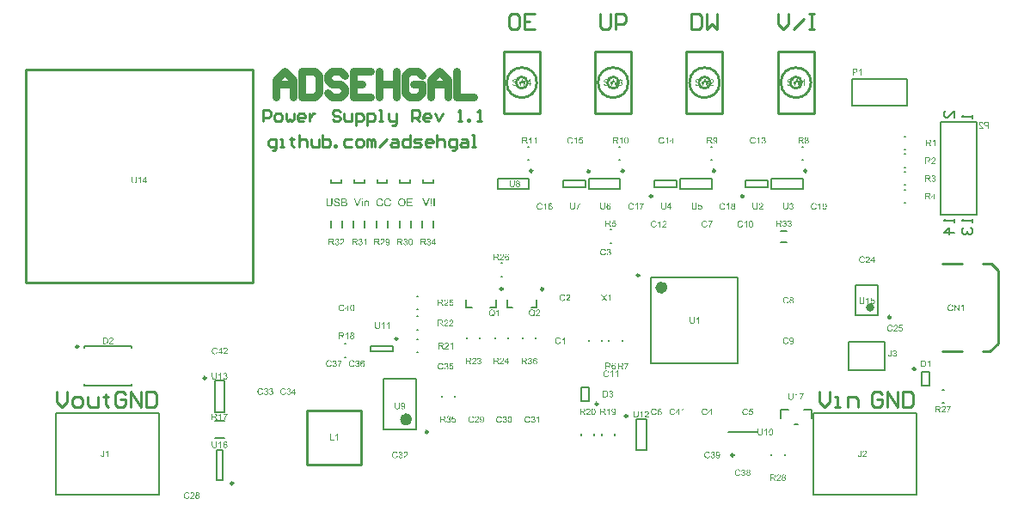
<source format=gbr>
%TF.GenerationSoftware,Altium Limited,Altium Designer,21.0.8 (223)*%
G04 Layer_Color=65535*
%FSLAX45Y45*%
%MOMM*%
%TF.SameCoordinates,93EC2011-4169-4821-B187-25AADE7CFEA4*%
%TF.FilePolarity,Positive*%
%TF.FileFunction,Legend,Top*%
%TF.Part,Single*%
G01*
G75*
%TA.AperFunction,NonConductor*%
%ADD56C,0.25400*%
%ADD81C,0.20000*%
%ADD98C,0.25000*%
%ADD99C,0.40000*%
%ADD100C,0.60000*%
%ADD101C,0.15000*%
%ADD102C,0.15240*%
%ADD103C,0.76200*%
G36*
X3785078Y3067376D02*
X3775643D01*
Y3078143D01*
X3785078D01*
Y3067376D01*
D02*
G37*
G36*
X3531003Y3079364D02*
X3531780D01*
X3533889Y3079142D01*
X3536220Y3078809D01*
X3538662Y3078254D01*
X3541326Y3077588D01*
X3543768Y3076700D01*
X3543879D01*
X3544101Y3076589D01*
X3544434Y3076367D01*
X3544878Y3076145D01*
X3545988Y3075590D01*
X3547431Y3074591D01*
X3549096Y3073481D01*
X3550761Y3072038D01*
X3552315Y3070373D01*
X3553758Y3068486D01*
Y3068375D01*
X3553869Y3068264D01*
X3554091Y3067931D01*
X3554313Y3067598D01*
X3554868Y3066488D01*
X3555534Y3065045D01*
X3556311Y3063269D01*
X3556866Y3061160D01*
X3557421Y3058940D01*
X3557643Y3056498D01*
X3547875Y3055721D01*
Y3055832D01*
Y3056054D01*
X3547764Y3056387D01*
X3547653Y3056942D01*
X3547320Y3058163D01*
X3546876Y3059828D01*
X3546210Y3061604D01*
X3545211Y3063380D01*
X3543990Y3065045D01*
X3542436Y3066599D01*
X3542214Y3066710D01*
X3541659Y3067154D01*
X3540549Y3067820D01*
X3539106Y3068486D01*
X3537219Y3069152D01*
X3534999Y3069818D01*
X3532224Y3070262D01*
X3529116Y3070373D01*
X3527562D01*
X3526896Y3070262D01*
X3526008Y3070151D01*
X3524010Y3069929D01*
X3521790Y3069485D01*
X3519570Y3068930D01*
X3517461Y3068042D01*
X3516573Y3067487D01*
X3515685Y3066932D01*
X3515463Y3066821D01*
X3515019Y3066377D01*
X3514353Y3065600D01*
X3513687Y3064712D01*
X3512910Y3063491D01*
X3512244Y3062159D01*
X3511800Y3060605D01*
X3511578Y3058829D01*
Y3058607D01*
Y3058163D01*
X3511689Y3057386D01*
X3511911Y3056498D01*
X3512244Y3055388D01*
X3512799Y3054278D01*
X3513465Y3053168D01*
X3514464Y3052058D01*
X3514575Y3051947D01*
X3515130Y3051614D01*
X3515574Y3051281D01*
X3516018Y3051059D01*
X3516684Y3050726D01*
X3517461Y3050282D01*
X3518460Y3049949D01*
X3519570Y3049505D01*
X3520791Y3049061D01*
X3522234Y3048506D01*
X3523788Y3048062D01*
X3525564Y3047507D01*
X3527562Y3047063D01*
X3529782Y3046508D01*
X3529893D01*
X3530337Y3046397D01*
X3531003Y3046286D01*
X3531780Y3046064D01*
X3532779Y3045842D01*
X3534000Y3045509D01*
X3535221Y3045176D01*
X3536553Y3044843D01*
X3539439Y3044066D01*
X3542214Y3043289D01*
X3543546Y3042845D01*
X3544767Y3042401D01*
X3545877Y3042068D01*
X3546765Y3041624D01*
X3546876D01*
X3547098Y3041513D01*
X3547431Y3041291D01*
X3547875Y3041069D01*
X3549096Y3040403D01*
X3550539Y3039515D01*
X3552204Y3038294D01*
X3553869Y3036962D01*
X3555423Y3035408D01*
X3556755Y3033743D01*
X3556866Y3033521D01*
X3557310Y3032967D01*
X3557754Y3031968D01*
X3558420Y3030636D01*
X3558975Y3029082D01*
X3559530Y3027195D01*
X3559863Y3025086D01*
X3559974Y3022866D01*
Y3022755D01*
Y3022644D01*
Y3022311D01*
Y3021867D01*
X3559752Y3020646D01*
X3559530Y3019092D01*
X3559086Y3017316D01*
X3558531Y3015429D01*
X3557643Y3013431D01*
X3556422Y3011322D01*
Y3011211D01*
X3556311Y3011100D01*
X3555756Y3010434D01*
X3554979Y3009435D01*
X3553869Y3008325D01*
X3552426Y3006993D01*
X3550650Y3005550D01*
X3548652Y3004218D01*
X3546321Y3002997D01*
X3546210D01*
X3545988Y3002886D01*
X3545655Y3002775D01*
X3545211Y3002553D01*
X3544545Y3002331D01*
X3543768Y3001998D01*
X3541992Y3001554D01*
X3539883Y3000999D01*
X3537330Y3000444D01*
X3534555Y3000111D01*
X3531558Y3000000D01*
X3529782D01*
X3528894Y3000111D01*
X3527895D01*
X3526785Y3000222D01*
X3525453Y3000333D01*
X3522678Y3000777D01*
X3519792Y3001221D01*
X3516906Y3001998D01*
X3514131Y3002997D01*
X3514020D01*
X3513798Y3003108D01*
X3513465Y3003330D01*
X3513021Y3003552D01*
X3511689Y3004218D01*
X3510135Y3005217D01*
X3508360Y3006549D01*
X3506473Y3008103D01*
X3504697Y3009990D01*
X3503032Y3012099D01*
Y3012210D01*
X3502810Y3012432D01*
X3502699Y3012765D01*
X3502366Y3013209D01*
X3502144Y3013764D01*
X3501811Y3014430D01*
X3501034Y3016095D01*
X3500257Y3018204D01*
X3499591Y3020535D01*
X3499147Y3023199D01*
X3498925Y3025974D01*
X3508471Y3026862D01*
Y3026751D01*
Y3026640D01*
X3508582Y3026307D01*
Y3025863D01*
X3508803Y3024864D01*
X3509136Y3023421D01*
X3509580Y3021978D01*
X3510024Y3020313D01*
X3510801Y3018759D01*
X3511578Y3017316D01*
X3511689Y3017205D01*
X3512022Y3016761D01*
X3512577Y3015984D01*
X3513465Y3015207D01*
X3514575Y3014208D01*
X3515796Y3013209D01*
X3517461Y3012210D01*
X3519237Y3011322D01*
X3519348D01*
X3519459Y3011211D01*
X3519792Y3011100D01*
X3520125Y3010989D01*
X3521235Y3010656D01*
X3522678Y3010212D01*
X3524454Y3009768D01*
X3526452Y3009435D01*
X3528672Y3009213D01*
X3531114Y3009102D01*
X3532113D01*
X3533223Y3009213D01*
X3534555Y3009324D01*
X3536109Y3009546D01*
X3537885Y3009768D01*
X3539661Y3010212D01*
X3541326Y3010767D01*
X3541548Y3010878D01*
X3542103Y3011100D01*
X3542880Y3011544D01*
X3543879Y3011988D01*
X3544878Y3012765D01*
X3545988Y3013542D01*
X3547098Y3014430D01*
X3547986Y3015540D01*
X3548097Y3015651D01*
X3548319Y3016095D01*
X3548652Y3016650D01*
X3549096Y3017538D01*
X3549540Y3018426D01*
X3549873Y3019536D01*
X3550095Y3020757D01*
X3550206Y3022089D01*
Y3022200D01*
Y3022755D01*
X3550095Y3023421D01*
X3549984Y3024309D01*
X3549651Y3025197D01*
X3549318Y3026307D01*
X3548763Y3027417D01*
X3547986Y3028416D01*
X3547875Y3028527D01*
X3547542Y3028860D01*
X3547098Y3029304D01*
X3546321Y3029970D01*
X3545433Y3030636D01*
X3544212Y3031413D01*
X3542769Y3032190D01*
X3541104Y3032856D01*
X3540993Y3032967D01*
X3540438Y3033077D01*
X3539550Y3033410D01*
X3538995Y3033521D01*
X3538218Y3033743D01*
X3537441Y3034076D01*
X3536442Y3034298D01*
X3535332Y3034631D01*
X3534000Y3034964D01*
X3532668Y3035297D01*
X3531114Y3035741D01*
X3529338Y3036185D01*
X3527451Y3036629D01*
X3527340D01*
X3527007Y3036740D01*
X3526452Y3036851D01*
X3525786Y3037073D01*
X3524898Y3037295D01*
X3523899Y3037517D01*
X3521679Y3038183D01*
X3519237Y3038960D01*
X3516684Y3039737D01*
X3514464Y3040514D01*
X3513465Y3040958D01*
X3512577Y3041402D01*
X3512466D01*
X3512355Y3041513D01*
X3511689Y3041957D01*
X3510690Y3042512D01*
X3509580Y3043400D01*
X3508249Y3044399D01*
X3506917Y3045620D01*
X3505585Y3047063D01*
X3504475Y3048617D01*
X3504364Y3048839D01*
X3504031Y3049394D01*
X3503587Y3050282D01*
X3503143Y3051392D01*
X3502699Y3052835D01*
X3502255Y3054500D01*
X3501922Y3056276D01*
X3501811Y3058163D01*
Y3058274D01*
Y3058385D01*
Y3058718D01*
Y3059162D01*
X3502033Y3060272D01*
X3502255Y3061715D01*
X3502588Y3063380D01*
X3503143Y3065267D01*
X3503920Y3067154D01*
X3505030Y3069041D01*
Y3069152D01*
X3505141Y3069263D01*
X3505696Y3069929D01*
X3506473Y3070817D01*
X3507472Y3071927D01*
X3508803Y3073148D01*
X3510468Y3074480D01*
X3512466Y3075701D01*
X3514686Y3076811D01*
X3514797D01*
X3515019Y3076922D01*
X3515352Y3077033D01*
X3515796Y3077255D01*
X3516351Y3077477D01*
X3517128Y3077699D01*
X3518793Y3078143D01*
X3520902Y3078587D01*
X3523344Y3079031D01*
X3525897Y3079364D01*
X3528783Y3079475D01*
X3530226D01*
X3531003Y3079364D01*
D02*
G37*
G36*
X4032714D02*
X4033713Y3079253D01*
X4034934Y3079142D01*
X4036155Y3079031D01*
X4037598Y3078698D01*
X4040595Y3078032D01*
X4043925Y3077033D01*
X4045590Y3076367D01*
X4047144Y3075590D01*
X4048698Y3074591D01*
X4050252Y3073592D01*
X4050363Y3073481D01*
X4050585Y3073370D01*
X4051029Y3073037D01*
X4051584Y3072482D01*
X4052139Y3071927D01*
X4052916Y3071150D01*
X4053693Y3070262D01*
X4054581Y3069374D01*
X4055469Y3068264D01*
X4056357Y3066932D01*
X4057356Y3065600D01*
X4058244Y3064157D01*
X4059021Y3062492D01*
X4059909Y3060827D01*
X4060575Y3059051D01*
X4061241Y3057053D01*
X4051251Y3054722D01*
Y3054833D01*
X4051140Y3055055D01*
X4050918Y3055499D01*
X4050696Y3056054D01*
X4050474Y3056720D01*
X4050141Y3057608D01*
X4049253Y3059384D01*
X4048143Y3061382D01*
X4046811Y3063380D01*
X4045146Y3065267D01*
X4043370Y3066932D01*
X4043148Y3067154D01*
X4042482Y3067598D01*
X4041372Y3068153D01*
X4039929Y3068930D01*
X4038042Y3069596D01*
X4035933Y3070262D01*
X4033380Y3070706D01*
X4030605Y3070817D01*
X4029717D01*
X4029162Y3070706D01*
X4028385D01*
X4027497Y3070595D01*
X4025388Y3070262D01*
X4023057Y3069818D01*
X4020615Y3069041D01*
X4018062Y3067931D01*
X4015731Y3066488D01*
X4015620D01*
X4015509Y3066266D01*
X4014732Y3065711D01*
X4013733Y3064823D01*
X4012512Y3063491D01*
X4011069Y3061826D01*
X4009737Y3059939D01*
X4008516Y3057608D01*
X4007407Y3055055D01*
Y3054944D01*
X4007296Y3054722D01*
X4007185Y3054389D01*
X4007074Y3053834D01*
X4006852Y3053168D01*
X4006630Y3052391D01*
X4006297Y3050504D01*
X4005853Y3048284D01*
X4005409Y3045842D01*
X4005187Y3043178D01*
X4005076Y3040292D01*
Y3040181D01*
Y3039848D01*
Y3039293D01*
Y3038627D01*
X4005187Y3037850D01*
Y3036851D01*
X4005298Y3035741D01*
X4005409Y3034520D01*
X4005742Y3031857D01*
X4006297Y3028971D01*
X4006963Y3026085D01*
X4007851Y3023199D01*
Y3023088D01*
X4007962Y3022866D01*
X4008183Y3022533D01*
X4008405Y3021978D01*
X4009071Y3020646D01*
X4010070Y3019092D01*
X4011291Y3017316D01*
X4012845Y3015429D01*
X4014621Y3013764D01*
X4016730Y3012210D01*
X4016841D01*
X4017063Y3012099D01*
X4017396Y3011877D01*
X4017840Y3011655D01*
X4018395Y3011433D01*
X4019061Y3011100D01*
X4020615Y3010434D01*
X4022613Y3009768D01*
X4024833Y3009213D01*
X4027275Y3008769D01*
X4029828Y3008658D01*
X4030605D01*
X4031271Y3008769D01*
X4032048D01*
X4032825Y3008880D01*
X4034823Y3009324D01*
X4037154Y3009879D01*
X4039485Y3010767D01*
X4041927Y3011988D01*
X4043148Y3012654D01*
X4044258Y3013542D01*
X4044369Y3013653D01*
X4044480Y3013764D01*
X4044813Y3014097D01*
X4045257Y3014430D01*
X4045701Y3014985D01*
X4046256Y3015651D01*
X4046922Y3016317D01*
X4047477Y3017205D01*
X4048143Y3018204D01*
X4048920Y3019314D01*
X4049586Y3020424D01*
X4050252Y3021756D01*
X4050807Y3023199D01*
X4051362Y3024753D01*
X4051917Y3026418D01*
X4052361Y3028194D01*
X4062573Y3025641D01*
Y3025530D01*
X4062462Y3025086D01*
X4062240Y3024420D01*
X4061907Y3023532D01*
X4061574Y3022533D01*
X4061130Y3021312D01*
X4060575Y3019980D01*
X4059909Y3018537D01*
X4058355Y3015429D01*
X4056357Y3012321D01*
X4055136Y3010767D01*
X4053915Y3009213D01*
X4052583Y3007881D01*
X4051029Y3006549D01*
X4050918Y3006438D01*
X4050696Y3006216D01*
X4050141Y3005994D01*
X4049586Y3005550D01*
X4048698Y3004995D01*
X4047810Y3004440D01*
X4046589Y3003885D01*
X4045368Y3003330D01*
X4043925Y3002664D01*
X4042371Y3002109D01*
X4040706Y3001554D01*
X4038930Y3000999D01*
X4037043Y3000555D01*
X4035045Y3000333D01*
X4032936Y3000111D01*
X4030716Y3000000D01*
X4029495D01*
X4028607Y3000111D01*
X4027608D01*
X4026387Y3000222D01*
X4025055Y3000444D01*
X4023501Y3000666D01*
X4020282Y3001221D01*
X4016952Y3002109D01*
X4013622Y3003330D01*
X4012068Y3004107D01*
X4010514Y3004995D01*
X4010403Y3005106D01*
X4010181Y3005217D01*
X4009737Y3005550D01*
X4009293Y3005994D01*
X4008627Y3006438D01*
X4007851Y3007104D01*
X4006963Y3007881D01*
X4006075Y3008769D01*
X4005187Y3009768D01*
X4004188Y3010767D01*
X4002190Y3013320D01*
X4000303Y3016317D01*
X3998638Y3019647D01*
Y3019758D01*
X3998416Y3020091D01*
X3998305Y3020646D01*
X3997972Y3021312D01*
X3997750Y3022200D01*
X3997417Y3023310D01*
X3996973Y3024531D01*
X3996640Y3025863D01*
X3996307Y3027306D01*
X3995863Y3028971D01*
X3995308Y3032412D01*
X3994864Y3036296D01*
X3994642Y3040292D01*
Y3040403D01*
Y3040847D01*
Y3041513D01*
X3994753Y3042290D01*
Y3043400D01*
X3994864Y3044510D01*
X3994975Y3045953D01*
X3995197Y3047396D01*
X3995752Y3050615D01*
X3996529Y3054167D01*
X3997639Y3057719D01*
X3999193Y3061160D01*
X3999304Y3061271D01*
X3999415Y3061604D01*
X3999637Y3062048D01*
X4000081Y3062603D01*
X4000525Y3063380D01*
X4001080Y3064268D01*
X4002523Y3066266D01*
X4004410Y3068486D01*
X4006630Y3070706D01*
X4009182Y3072926D01*
X4012179Y3074813D01*
X4012290Y3074924D01*
X4012623Y3075035D01*
X4013067Y3075257D01*
X4013622Y3075590D01*
X4014510Y3075923D01*
X4015398Y3076256D01*
X4016508Y3076700D01*
X4017729Y3077144D01*
X4019061Y3077588D01*
X4020504Y3078032D01*
X4023612Y3078698D01*
X4027164Y3079253D01*
X4030827Y3079475D01*
X4031937D01*
X4032714Y3079364D01*
D02*
G37*
G36*
X3955237D02*
X3956236Y3079253D01*
X3957457Y3079142D01*
X3958678Y3079031D01*
X3960121Y3078698D01*
X3963118Y3078032D01*
X3966448Y3077033D01*
X3968113Y3076367D01*
X3969667Y3075590D01*
X3971221Y3074591D01*
X3972775Y3073592D01*
X3972886Y3073481D01*
X3973108Y3073370D01*
X3973552Y3073037D01*
X3974107Y3072482D01*
X3974662Y3071927D01*
X3975439Y3071150D01*
X3976216Y3070262D01*
X3977104Y3069374D01*
X3977992Y3068264D01*
X3978880Y3066932D01*
X3979879Y3065600D01*
X3980767Y3064157D01*
X3981544Y3062492D01*
X3982432Y3060827D01*
X3983098Y3059051D01*
X3983764Y3057053D01*
X3973774Y3054722D01*
Y3054833D01*
X3973663Y3055055D01*
X3973441Y3055499D01*
X3973219Y3056054D01*
X3972997Y3056720D01*
X3972664Y3057608D01*
X3971776Y3059384D01*
X3970666Y3061382D01*
X3969334Y3063380D01*
X3967669Y3065267D01*
X3965893Y3066932D01*
X3965671Y3067154D01*
X3965005Y3067598D01*
X3963895Y3068153D01*
X3962452Y3068930D01*
X3960565Y3069596D01*
X3958456Y3070262D01*
X3955903Y3070706D01*
X3953128Y3070817D01*
X3952241D01*
X3951686Y3070706D01*
X3950909D01*
X3950021Y3070595D01*
X3947912Y3070262D01*
X3945581Y3069818D01*
X3943139Y3069041D01*
X3940586Y3067931D01*
X3938255Y3066488D01*
X3938144D01*
X3938033Y3066266D01*
X3937256Y3065711D01*
X3936257Y3064823D01*
X3935036Y3063491D01*
X3933593Y3061826D01*
X3932261Y3059939D01*
X3931040Y3057608D01*
X3929930Y3055055D01*
Y3054944D01*
X3929819Y3054722D01*
X3929708Y3054389D01*
X3929597Y3053834D01*
X3929375Y3053168D01*
X3929153Y3052391D01*
X3928820Y3050504D01*
X3928376Y3048284D01*
X3927932Y3045842D01*
X3927710Y3043178D01*
X3927599Y3040292D01*
Y3040181D01*
Y3039848D01*
Y3039293D01*
Y3038627D01*
X3927710Y3037850D01*
Y3036851D01*
X3927821Y3035741D01*
X3927932Y3034520D01*
X3928265Y3031857D01*
X3928820Y3028971D01*
X3929486Y3026085D01*
X3930374Y3023199D01*
Y3023088D01*
X3930485Y3022866D01*
X3930707Y3022533D01*
X3930929Y3021978D01*
X3931595Y3020646D01*
X3932594Y3019092D01*
X3933815Y3017316D01*
X3935369Y3015429D01*
X3937145Y3013764D01*
X3939254Y3012210D01*
X3939365D01*
X3939587Y3012099D01*
X3939920Y3011877D01*
X3940364Y3011655D01*
X3940919Y3011433D01*
X3941585Y3011100D01*
X3943139Y3010434D01*
X3945137Y3009768D01*
X3947357Y3009213D01*
X3949799Y3008769D01*
X3952352Y3008658D01*
X3953128D01*
X3953794Y3008769D01*
X3954571D01*
X3955348Y3008880D01*
X3957346Y3009324D01*
X3959677Y3009879D01*
X3962008Y3010767D01*
X3964450Y3011988D01*
X3965671Y3012654D01*
X3966781Y3013542D01*
X3966892Y3013653D01*
X3967003Y3013764D01*
X3967336Y3014097D01*
X3967780Y3014430D01*
X3968224Y3014985D01*
X3968779Y3015651D01*
X3969445Y3016317D01*
X3970000Y3017205D01*
X3970666Y3018204D01*
X3971443Y3019314D01*
X3972109Y3020424D01*
X3972775Y3021756D01*
X3973330Y3023199D01*
X3973885Y3024753D01*
X3974440Y3026418D01*
X3974884Y3028194D01*
X3985096Y3025641D01*
Y3025530D01*
X3984985Y3025086D01*
X3984763Y3024420D01*
X3984430Y3023532D01*
X3984097Y3022533D01*
X3983653Y3021312D01*
X3983098Y3019980D01*
X3982432Y3018537D01*
X3980878Y3015429D01*
X3978880Y3012321D01*
X3977659Y3010767D01*
X3976438Y3009213D01*
X3975106Y3007881D01*
X3973552Y3006549D01*
X3973441Y3006438D01*
X3973219Y3006216D01*
X3972664Y3005994D01*
X3972109Y3005550D01*
X3971221Y3004995D01*
X3970333Y3004440D01*
X3969112Y3003885D01*
X3967891Y3003330D01*
X3966448Y3002664D01*
X3964894Y3002109D01*
X3963229Y3001554D01*
X3961453Y3000999D01*
X3959566Y3000555D01*
X3957568Y3000333D01*
X3955459Y3000111D01*
X3953239Y3000000D01*
X3952019D01*
X3951131Y3000111D01*
X3950132D01*
X3948911Y3000222D01*
X3947579Y3000444D01*
X3946025Y3000666D01*
X3942806Y3001221D01*
X3939476Y3002109D01*
X3936146Y3003330D01*
X3934592Y3004107D01*
X3933038Y3004995D01*
X3932927Y3005106D01*
X3932705Y3005217D01*
X3932261Y3005550D01*
X3931817Y3005994D01*
X3931151Y3006438D01*
X3930374Y3007104D01*
X3929486Y3007881D01*
X3928598Y3008769D01*
X3927710Y3009768D01*
X3926711Y3010767D01*
X3924713Y3013320D01*
X3922826Y3016317D01*
X3921161Y3019647D01*
Y3019758D01*
X3920939Y3020091D01*
X3920828Y3020646D01*
X3920495Y3021312D01*
X3920273Y3022200D01*
X3919940Y3023310D01*
X3919496Y3024531D01*
X3919163Y3025863D01*
X3918830Y3027306D01*
X3918386Y3028971D01*
X3917831Y3032412D01*
X3917387Y3036296D01*
X3917165Y3040292D01*
Y3040403D01*
Y3040847D01*
Y3041513D01*
X3917276Y3042290D01*
Y3043400D01*
X3917387Y3044510D01*
X3917498Y3045953D01*
X3917720Y3047396D01*
X3918275Y3050615D01*
X3919052Y3054167D01*
X3920162Y3057719D01*
X3921716Y3061160D01*
X3921827Y3061271D01*
X3921938Y3061604D01*
X3922160Y3062048D01*
X3922604Y3062603D01*
X3923048Y3063380D01*
X3923603Y3064268D01*
X3925046Y3066266D01*
X3926933Y3068486D01*
X3929153Y3070706D01*
X3931706Y3072926D01*
X3934703Y3074813D01*
X3934814Y3074924D01*
X3935147Y3075035D01*
X3935591Y3075257D01*
X3936146Y3075590D01*
X3937034Y3075923D01*
X3937922Y3076256D01*
X3939032Y3076700D01*
X3940253Y3077144D01*
X3941585Y3077588D01*
X3943028Y3078032D01*
X3946136Y3078698D01*
X3949688Y3079253D01*
X3953350Y3079475D01*
X3954460D01*
X3955237Y3079364D01*
D02*
G37*
G36*
X3827368Y3058163D02*
X3828589Y3058052D01*
X3830032Y3057830D01*
X3831586Y3057497D01*
X3833251Y3057053D01*
X3834805Y3056387D01*
X3835027Y3056276D01*
X3835471Y3056054D01*
X3836248Y3055721D01*
X3837136Y3055166D01*
X3838246Y3054500D01*
X3839245Y3053612D01*
X3840244Y3052724D01*
X3841132Y3051614D01*
X3841243Y3051503D01*
X3841465Y3051059D01*
X3841797Y3050504D01*
X3842352Y3049727D01*
X3842796Y3048617D01*
X3843240Y3047507D01*
X3843795Y3046175D01*
X3844128Y3044732D01*
Y3044621D01*
X3844239Y3044177D01*
X3844350Y3043511D01*
X3844461Y3042623D01*
Y3041291D01*
X3844572Y3039737D01*
X3844683Y3037850D01*
Y3035519D01*
Y3001332D01*
X3835249D01*
Y3035075D01*
Y3035186D01*
Y3035297D01*
Y3036074D01*
Y3037073D01*
X3835138Y3038294D01*
X3835027Y3039737D01*
X3834805Y3041180D01*
X3834472Y3042512D01*
X3834139Y3043733D01*
Y3043844D01*
X3833917Y3044177D01*
X3833584Y3044732D01*
X3833251Y3045398D01*
X3832696Y3046064D01*
X3832030Y3046841D01*
X3831142Y3047618D01*
X3830143Y3048284D01*
X3830032Y3048395D01*
X3829699Y3048617D01*
X3829033Y3048839D01*
X3828256Y3049172D01*
X3827368Y3049505D01*
X3826258Y3049838D01*
X3824926Y3049949D01*
X3823594Y3050060D01*
X3823039D01*
X3822595Y3049949D01*
X3821485Y3049838D01*
X3820042Y3049616D01*
X3818488Y3049061D01*
X3816712Y3048395D01*
X3814936Y3047507D01*
X3813271Y3046175D01*
X3813049Y3045953D01*
X3812605Y3045398D01*
X3812272Y3044954D01*
X3811939Y3044399D01*
X3811495Y3043733D01*
X3811162Y3042956D01*
X3810718Y3042068D01*
X3810274Y3040958D01*
X3809941Y3039737D01*
X3809608Y3038405D01*
X3809386Y3036962D01*
X3809164Y3035408D01*
X3808942Y3033521D01*
Y3031635D01*
Y3001332D01*
X3799507D01*
Y3057053D01*
X3807943D01*
Y3049061D01*
X3808054Y3049172D01*
X3808276Y3049505D01*
X3808609Y3049949D01*
X3809053Y3050504D01*
X3809719Y3051170D01*
X3810496Y3051947D01*
X3811384Y3052835D01*
X3812494Y3053723D01*
X3813604Y3054500D01*
X3814936Y3055388D01*
X3816379Y3056165D01*
X3817933Y3056831D01*
X3819709Y3057386D01*
X3821485Y3057830D01*
X3823483Y3058163D01*
X3825592Y3058274D01*
X3826480D01*
X3827368Y3058163D01*
D02*
G37*
G36*
X4463608Y3061049D02*
X4460833Y3020424D01*
X4454839D01*
X4451954Y3061049D01*
Y3078143D01*
X4463608D01*
Y3061049D01*
D02*
G37*
G36*
X4411883Y3001332D02*
X4401227D01*
X4371480Y3078143D01*
X4382580D01*
X4402559Y3022311D01*
Y3022200D01*
X4402670Y3021978D01*
X4402781Y3021645D01*
X4403003Y3021201D01*
X4403114Y3020535D01*
X4403336Y3019869D01*
X4403891Y3018204D01*
X4404557Y3016317D01*
X4405223Y3014208D01*
X4406555Y3009768D01*
Y3009879D01*
X4406666Y3010101D01*
X4406777Y3010434D01*
X4406888Y3010878D01*
X4407221Y3012099D01*
X4407776Y3013764D01*
X4408331Y3015651D01*
X4408997Y3017760D01*
X4409774Y3019980D01*
X4410662Y3022311D01*
X4431530Y3078143D01*
X4441853D01*
X4411883Y3001332D01*
D02*
G37*
G36*
X3737681D02*
X3727026D01*
X3697278Y3078143D01*
X3708378D01*
X3728358Y3022311D01*
Y3022200D01*
X3728469Y3021978D01*
X3728580Y3021645D01*
X3728802Y3021201D01*
X3728913Y3020535D01*
X3729135Y3019869D01*
X3729690Y3018204D01*
X3730356Y3016317D01*
X3731021Y3014208D01*
X3732353Y3009768D01*
Y3009879D01*
X3732464Y3010101D01*
X3732575Y3010434D01*
X3732686Y3010878D01*
X3733019Y3012099D01*
X3733574Y3013764D01*
X3734129Y3015651D01*
X3734795Y3017760D01*
X3735572Y3019980D01*
X3736460Y3022311D01*
X3757328Y3078143D01*
X3767651D01*
X3737681Y3001332D01*
D02*
G37*
G36*
X3485383Y3033743D02*
Y3033632D01*
Y3033188D01*
Y3032634D01*
Y3031857D01*
X3485272Y3030858D01*
Y3029748D01*
X3485161Y3028416D01*
X3485050Y3027084D01*
X3484717Y3024087D01*
X3484273Y3020979D01*
X3483607Y3017982D01*
X3483163Y3016539D01*
X3482719Y3015207D01*
Y3015096D01*
X3482608Y3014874D01*
X3482386Y3014541D01*
X3482164Y3014097D01*
X3481498Y3012876D01*
X3480499Y3011322D01*
X3479167Y3009546D01*
X3477613Y3007770D01*
X3475615Y3005883D01*
X3473173Y3004218D01*
X3473062D01*
X3472840Y3003996D01*
X3472507Y3003885D01*
X3471952Y3003552D01*
X3471286Y3003219D01*
X3470398Y3002886D01*
X3469510Y3002553D01*
X3468400Y3002109D01*
X3467179Y3001665D01*
X3465847Y3001332D01*
X3464404Y3000999D01*
X3462739Y3000666D01*
X3461074Y3000444D01*
X3459298Y3000222D01*
X3455302Y3000000D01*
X3454303D01*
X3453526Y3000111D01*
X3452639D01*
X3451529Y3000222D01*
X3450308Y3000333D01*
X3449087Y3000444D01*
X3446312Y3000888D01*
X3443315Y3001554D01*
X3440429Y3002442D01*
X3437654Y3003663D01*
X3437543D01*
X3437321Y3003885D01*
X3436988Y3004107D01*
X3436544Y3004329D01*
X3435323Y3005217D01*
X3433880Y3006438D01*
X3432215Y3007992D01*
X3430661Y3009768D01*
X3429107Y3011988D01*
X3427886Y3014430D01*
Y3014541D01*
X3427775Y3014763D01*
X3427664Y3015207D01*
X3427442Y3015762D01*
X3427220Y3016428D01*
X3426998Y3017316D01*
X3426665Y3018315D01*
X3426443Y3019536D01*
X3426221Y3020868D01*
X3425888Y3022311D01*
X3425666Y3023865D01*
X3425444Y3025530D01*
X3425222Y3027417D01*
X3425111Y3029415D01*
X3425000Y3031524D01*
Y3033743D01*
Y3078143D01*
X3435212D01*
Y3033743D01*
Y3033632D01*
Y3033299D01*
Y3032745D01*
Y3032079D01*
X3435323Y3031302D01*
Y3030303D01*
X3435434Y3028194D01*
X3435656Y3025752D01*
X3435989Y3023310D01*
X3436433Y3020979D01*
X3436655Y3019980D01*
X3436988Y3018981D01*
X3437099Y3018759D01*
X3437321Y3018204D01*
X3437876Y3017427D01*
X3438542Y3016317D01*
X3439319Y3015207D01*
X3440429Y3013986D01*
X3441761Y3012765D01*
X3443315Y3011766D01*
X3443537Y3011655D01*
X3444092Y3011322D01*
X3445091Y3010989D01*
X3446423Y3010545D01*
X3447977Y3009990D01*
X3449975Y3009657D01*
X3452084Y3009324D01*
X3454414Y3009213D01*
X3455524D01*
X3456190Y3009324D01*
X3457189D01*
X3458188Y3009435D01*
X3460630Y3009879D01*
X3463294Y3010434D01*
X3465847Y3011322D01*
X3468289Y3012543D01*
X3469399Y3013320D01*
X3470398Y3014208D01*
X3470509Y3014319D01*
X3470620Y3014430D01*
X3470842Y3014763D01*
X3471175Y3015207D01*
X3471508Y3015873D01*
X3471952Y3016539D01*
X3472396Y3017538D01*
X3472840Y3018537D01*
X3473284Y3019758D01*
X3473617Y3021201D01*
X3474061Y3022866D01*
X3474394Y3024642D01*
X3474727Y3026640D01*
X3474949Y3028749D01*
X3475171Y3031191D01*
Y3033743D01*
Y3078143D01*
X3485383D01*
Y3033743D01*
D02*
G37*
G36*
X4492801Y3001332D02*
X4482589D01*
Y3078143D01*
X4492801D01*
Y3001332D01*
D02*
G37*
G36*
X4463164D02*
X4452397D01*
Y3012099D01*
X4463164D01*
Y3001332D01*
D02*
G37*
G36*
X4274024Y3069041D02*
X4228626D01*
Y3045620D01*
X4271138D01*
Y3036518D01*
X4228626D01*
Y3010434D01*
X4275800D01*
Y3001332D01*
X4218414D01*
Y3078143D01*
X4274024D01*
Y3069041D01*
D02*
G37*
G36*
X3785078Y3001332D02*
X3775643D01*
Y3057053D01*
X3785078D01*
Y3001332D01*
D02*
G37*
G36*
X3604484Y3078032D02*
X3605372D01*
X3607370Y3077810D01*
X3609590Y3077588D01*
X3611921Y3077144D01*
X3614252Y3076589D01*
X3616361Y3075812D01*
X3616472D01*
X3616583Y3075701D01*
X3617249Y3075368D01*
X3618248Y3074813D01*
X3619358Y3074036D01*
X3620689Y3073037D01*
X3622132Y3071816D01*
X3623464Y3070262D01*
X3624685Y3068597D01*
X3624796Y3068375D01*
X3625129Y3067709D01*
X3625684Y3066821D01*
X3626239Y3065489D01*
X3626794Y3063935D01*
X3627349Y3062270D01*
X3627682Y3060383D01*
X3627793Y3058496D01*
Y3058274D01*
Y3057719D01*
X3627682Y3056720D01*
X3627460Y3055499D01*
X3627127Y3054056D01*
X3626572Y3052502D01*
X3625906Y3050948D01*
X3625018Y3049283D01*
X3624907Y3049061D01*
X3624574Y3048617D01*
X3623908Y3047729D01*
X3623020Y3046841D01*
X3621910Y3045731D01*
X3620578Y3044510D01*
X3618914Y3043400D01*
X3617027Y3042290D01*
X3617138D01*
X3617360Y3042179D01*
X3617693Y3042068D01*
X3618137Y3041846D01*
X3619469Y3041402D01*
X3621022Y3040625D01*
X3622687Y3039626D01*
X3624574Y3038405D01*
X3626239Y3036962D01*
X3627793Y3035186D01*
X3627904Y3034964D01*
X3628348Y3034298D01*
X3629014Y3033299D01*
X3629680Y3031968D01*
X3630346Y3030192D01*
X3631012Y3028305D01*
X3631456Y3026085D01*
X3631567Y3023643D01*
Y3023532D01*
Y3023421D01*
Y3022755D01*
X3631456Y3021645D01*
X3631234Y3020313D01*
X3631012Y3018759D01*
X3630568Y3017094D01*
X3630013Y3015318D01*
X3629236Y3013542D01*
X3629125Y3013320D01*
X3628792Y3012765D01*
X3628348Y3011988D01*
X3627682Y3010878D01*
X3626794Y3009768D01*
X3625906Y3008547D01*
X3624796Y3007326D01*
X3623575Y3006327D01*
X3623464Y3006216D01*
X3623020Y3005883D01*
X3622243Y3005439D01*
X3621244Y3004995D01*
X3620023Y3004329D01*
X3618581Y3003663D01*
X3617027Y3003108D01*
X3615140Y3002553D01*
X3614918D01*
X3614252Y3002331D01*
X3613142Y3002220D01*
X3611699Y3001998D01*
X3609923Y3001776D01*
X3607814Y3001554D01*
X3605483Y3001443D01*
X3602819Y3001332D01*
X3573515D01*
Y3078143D01*
X3603707D01*
X3604484Y3078032D01*
D02*
G37*
G36*
X4170241Y3079364D02*
X4171240D01*
X4172239Y3079253D01*
X4173571Y3079031D01*
X4174902Y3078809D01*
X4177788Y3078254D01*
X4181118Y3077366D01*
X4184337Y3076034D01*
X4186002Y3075257D01*
X4187667Y3074369D01*
X4187778Y3074258D01*
X4188000Y3074147D01*
X4188444Y3073814D01*
X4189110Y3073481D01*
X4189776Y3072926D01*
X4190664Y3072260D01*
X4192551Y3070706D01*
X4194549Y3068708D01*
X4196769Y3066266D01*
X4198878Y3063380D01*
X4200654Y3060161D01*
Y3060050D01*
X4200876Y3059717D01*
X4201098Y3059273D01*
X4201320Y3058607D01*
X4201764Y3057719D01*
X4202097Y3056720D01*
X4202541Y3055499D01*
X4202985Y3054167D01*
X4203318Y3052724D01*
X4203762Y3051170D01*
X4204206Y3049394D01*
X4204539Y3047618D01*
X4204983Y3043733D01*
X4205205Y3039515D01*
Y3039404D01*
Y3038960D01*
Y3038405D01*
X4205094Y3037517D01*
Y3036518D01*
X4204983Y3035297D01*
X4204761Y3033965D01*
X4204650Y3032523D01*
X4204095Y3029304D01*
X4203207Y3025752D01*
X4201986Y3022200D01*
X4201320Y3020424D01*
X4200432Y3018648D01*
Y3018537D01*
X4200210Y3018204D01*
X4199988Y3017760D01*
X4199544Y3017094D01*
X4199100Y3016317D01*
X4198545Y3015540D01*
X4196991Y3013431D01*
X4195104Y3011211D01*
X4192884Y3008880D01*
X4190220Y3006660D01*
X4187112Y3004662D01*
X4187001D01*
X4186779Y3004440D01*
X4186224Y3004218D01*
X4185558Y3003885D01*
X4184781Y3003552D01*
X4183893Y3003219D01*
X4182783Y3002775D01*
X4181562Y3002331D01*
X4180230Y3001887D01*
X4178787Y3001443D01*
X4175568Y3000777D01*
X4172128Y3000222D01*
X4168465Y3000000D01*
X4167355D01*
X4166689Y3000111D01*
X4165690D01*
X4164580Y3000333D01*
X4163359Y3000444D01*
X4161916Y3000666D01*
X4158919Y3001332D01*
X4155700Y3002220D01*
X4152370Y3003552D01*
X4150705Y3004329D01*
X4149040Y3005217D01*
X4148929Y3005328D01*
X4148707Y3005439D01*
X4148263Y3005772D01*
X4147597Y3006216D01*
X4146931Y3006660D01*
X4146154Y3007326D01*
X4144267Y3008991D01*
X4142158Y3010989D01*
X4139938Y3013431D01*
X4137940Y3016206D01*
X4136053Y3019425D01*
Y3019536D01*
X4135831Y3019869D01*
X4135609Y3020313D01*
X4135387Y3020979D01*
X4135054Y3021867D01*
X4134721Y3022866D01*
X4134277Y3023976D01*
X4133944Y3025197D01*
X4133500Y3026640D01*
X4133056Y3028083D01*
X4132390Y3031413D01*
X4131946Y3034853D01*
X4131724Y3038627D01*
Y3038738D01*
Y3038849D01*
Y3039515D01*
X4131835Y3040514D01*
Y3041846D01*
X4132057Y3043400D01*
X4132279Y3045287D01*
X4132612Y3047396D01*
X4133056Y3049616D01*
X4133500Y3051947D01*
X4134166Y3054389D01*
X4135054Y3056831D01*
X4136053Y3059384D01*
X4137163Y3061826D01*
X4138606Y3064268D01*
X4140160Y3066488D01*
X4141936Y3068597D01*
X4142047Y3068708D01*
X4142380Y3069041D01*
X4143046Y3069596D01*
X4143823Y3070262D01*
X4144822Y3071150D01*
X4146043Y3072038D01*
X4147486Y3073037D01*
X4149151Y3074036D01*
X4150927Y3075035D01*
X4152925Y3076034D01*
X4155145Y3076922D01*
X4157476Y3077810D01*
X4160029Y3078476D01*
X4162693Y3079031D01*
X4165468Y3079364D01*
X4168465Y3079475D01*
X4169464D01*
X4170241Y3079364D01*
D02*
G37*
G36*
X5483432Y1507591D02*
X5484079D01*
X5484819Y1507498D01*
X5486576Y1507129D01*
X5488517Y1506666D01*
X5490551Y1505927D01*
X5492585Y1504817D01*
X5493602Y1504170D01*
X5494527Y1503430D01*
X5494619Y1503338D01*
X5494712Y1503245D01*
X5494989Y1502968D01*
X5495267Y1502691D01*
X5495729Y1502228D01*
X5496099Y1501674D01*
X5497116Y1500379D01*
X5498133Y1498715D01*
X5499057Y1496681D01*
X5499889Y1494370D01*
X5500444Y1491781D01*
X5492585Y1491134D01*
Y1491226D01*
X5492493Y1491319D01*
X5492400Y1491873D01*
X5492123Y1492705D01*
X5491753Y1493722D01*
X5491383Y1494832D01*
X5490829Y1495941D01*
X5490182Y1496958D01*
X5489534Y1497791D01*
X5489349Y1497975D01*
X5488980Y1498345D01*
X5488332Y1498900D01*
X5487408Y1499547D01*
X5486206Y1500102D01*
X5484912Y1500657D01*
X5483340Y1501026D01*
X5481676Y1501211D01*
X5481028D01*
X5480289Y1501119D01*
X5479457Y1500934D01*
X5478347Y1500657D01*
X5477238Y1500287D01*
X5476128Y1499825D01*
X5475019Y1499085D01*
X5474834Y1498992D01*
X5474372Y1498623D01*
X5473724Y1497975D01*
X5472892Y1497051D01*
X5471968Y1495941D01*
X5470951Y1494647D01*
X5470026Y1492983D01*
X5469102Y1491134D01*
Y1491041D01*
X5469009Y1490856D01*
X5468917Y1490579D01*
X5468732Y1490209D01*
X5468639Y1489654D01*
X5468454Y1489007D01*
X5468269Y1488268D01*
X5468085Y1487343D01*
X5467807Y1486326D01*
X5467622Y1485216D01*
X5467437Y1484015D01*
X5467345Y1482720D01*
X5467160Y1481241D01*
X5467068Y1479762D01*
X5466975Y1478097D01*
Y1476433D01*
X5467068Y1476526D01*
X5467437Y1477080D01*
X5468085Y1477820D01*
X5468917Y1478745D01*
X5469841Y1479854D01*
X5471043Y1480871D01*
X5472338Y1481888D01*
X5473817Y1482813D01*
X5473909D01*
X5474002Y1482905D01*
X5474556Y1483182D01*
X5475389Y1483460D01*
X5476498Y1483922D01*
X5477792Y1484292D01*
X5479272Y1484569D01*
X5480843Y1484847D01*
X5482508Y1484939D01*
X5483247D01*
X5483802Y1484847D01*
X5484542Y1484754D01*
X5485281Y1484662D01*
X5486206Y1484477D01*
X5487131Y1484199D01*
X5489257Y1483552D01*
X5490366Y1483090D01*
X5491476Y1482443D01*
X5492585Y1481796D01*
X5493787Y1481056D01*
X5494897Y1480131D01*
X5495914Y1479114D01*
X5496006Y1479022D01*
X5496191Y1478837D01*
X5496469Y1478560D01*
X5496746Y1478097D01*
X5497208Y1477450D01*
X5497670Y1476803D01*
X5498133Y1475971D01*
X5498688Y1475046D01*
X5499242Y1474029D01*
X5499705Y1472920D01*
X5500167Y1471625D01*
X5500629Y1470331D01*
X5500906Y1468944D01*
X5501184Y1467372D01*
X5501369Y1465801D01*
X5501461Y1464137D01*
Y1464044D01*
Y1463859D01*
Y1463582D01*
Y1463120D01*
X5501369Y1462565D01*
Y1462010D01*
X5501091Y1460531D01*
X5500814Y1458774D01*
X5500352Y1456925D01*
X5499705Y1454891D01*
X5498780Y1452949D01*
Y1452857D01*
X5498688Y1452764D01*
X5498503Y1452487D01*
X5498318Y1452117D01*
X5497763Y1451193D01*
X5496931Y1449991D01*
X5495914Y1448696D01*
X5494712Y1447402D01*
X5493233Y1446108D01*
X5491661Y1444998D01*
X5491568D01*
X5491476Y1444906D01*
X5491199Y1444721D01*
X5490829Y1444628D01*
X5489904Y1444166D01*
X5488702Y1443704D01*
X5487131Y1443149D01*
X5485374Y1442779D01*
X5483432Y1442409D01*
X5481306Y1442317D01*
X5480843D01*
X5480381Y1442409D01*
X5479642D01*
X5478809Y1442502D01*
X5477885Y1442687D01*
X5476775Y1442964D01*
X5475666Y1443241D01*
X5474372Y1443611D01*
X5473077Y1444074D01*
X5471783Y1444628D01*
X5470396Y1445368D01*
X5469102Y1446200D01*
X5467807Y1447125D01*
X5466513Y1448234D01*
X5465311Y1449528D01*
X5465218Y1449621D01*
X5465034Y1449898D01*
X5464756Y1450268D01*
X5464386Y1450915D01*
X5463832Y1451747D01*
X5463369Y1452672D01*
X5462815Y1453874D01*
X5462260Y1455168D01*
X5461613Y1456740D01*
X5461058Y1458497D01*
X5460596Y1460438D01*
X5460133Y1462565D01*
X5459671Y1464969D01*
X5459394Y1467557D01*
X5459209Y1470331D01*
X5459116Y1473290D01*
Y1473382D01*
Y1473475D01*
Y1473752D01*
Y1474122D01*
X5459209Y1475046D01*
Y1476341D01*
X5459301Y1477820D01*
X5459486Y1479577D01*
X5459671Y1481518D01*
X5459948Y1483645D01*
X5460318Y1485771D01*
X5460781Y1488083D01*
X5461335Y1490302D01*
X5461982Y1492521D01*
X5462815Y1494647D01*
X5463739Y1496681D01*
X5464756Y1498623D01*
X5465958Y1500287D01*
X5466051Y1500379D01*
X5466235Y1500564D01*
X5466605Y1500934D01*
X5467068Y1501489D01*
X5467622Y1502043D01*
X5468362Y1502598D01*
X5469286Y1503338D01*
X5470211Y1503985D01*
X5471321Y1504632D01*
X5472522Y1505372D01*
X5473909Y1505927D01*
X5475296Y1506574D01*
X5476868Y1507036D01*
X5478532Y1507406D01*
X5480289Y1507591D01*
X5482138Y1507683D01*
X5482878D01*
X5483432Y1507591D01*
D02*
G37*
G36*
X5431749D02*
X5432951Y1507406D01*
X5434431Y1507129D01*
X5436095Y1506666D01*
X5437759Y1506112D01*
X5439423Y1505372D01*
X5439516D01*
X5439608Y1505279D01*
X5440163Y1505002D01*
X5440995Y1504447D01*
X5441920Y1503800D01*
X5443029Y1502876D01*
X5444138Y1501859D01*
X5445248Y1500657D01*
X5446172Y1499270D01*
X5446265Y1499085D01*
X5446542Y1498623D01*
X5446912Y1497791D01*
X5447374Y1496773D01*
X5447837Y1495572D01*
X5448207Y1494185D01*
X5448484Y1492613D01*
X5448576Y1491041D01*
Y1490856D01*
Y1490302D01*
X5448484Y1489562D01*
X5448299Y1488545D01*
X5448022Y1487343D01*
X5447559Y1486049D01*
X5447005Y1484754D01*
X5446265Y1483460D01*
X5446172Y1483275D01*
X5445895Y1482905D01*
X5445340Y1482258D01*
X5444601Y1481518D01*
X5443676Y1480686D01*
X5442567Y1479762D01*
X5441272Y1478929D01*
X5439701Y1478097D01*
X5439793D01*
X5439978Y1478005D01*
X5440255Y1477912D01*
X5440625Y1477820D01*
X5441642Y1477450D01*
X5442937Y1476895D01*
X5444416Y1476156D01*
X5445895Y1475231D01*
X5447282Y1474029D01*
X5448576Y1472642D01*
X5448669Y1472458D01*
X5449039Y1471903D01*
X5449593Y1470978D01*
X5450148Y1469776D01*
X5450703Y1468297D01*
X5451258Y1466540D01*
X5451627Y1464506D01*
X5451720Y1462287D01*
Y1462195D01*
Y1461918D01*
Y1461455D01*
X5451627Y1460901D01*
X5451535Y1460161D01*
X5451350Y1459329D01*
X5451165Y1458404D01*
X5450980Y1457387D01*
X5450241Y1455168D01*
X5449686Y1453966D01*
X5449131Y1452857D01*
X5448391Y1451655D01*
X5447559Y1450453D01*
X5446635Y1449251D01*
X5445525Y1448142D01*
X5445433Y1448049D01*
X5445248Y1447864D01*
X5444878Y1447587D01*
X5444416Y1447217D01*
X5443861Y1446755D01*
X5443121Y1446293D01*
X5442289Y1445738D01*
X5441272Y1445275D01*
X5440255Y1444721D01*
X5439053Y1444166D01*
X5437851Y1443704D01*
X5436465Y1443241D01*
X5434985Y1442872D01*
X5433414Y1442594D01*
X5431842Y1442409D01*
X5430085Y1442317D01*
X5429253D01*
X5428698Y1442409D01*
X5427959Y1442502D01*
X5427127Y1442594D01*
X5426202Y1442779D01*
X5425185Y1442964D01*
X5422966Y1443519D01*
X5420655Y1444443D01*
X5419453Y1444998D01*
X5418343Y1445645D01*
X5417234Y1446477D01*
X5416124Y1447310D01*
X5416032Y1447402D01*
X5415847Y1447587D01*
X5415570Y1447864D01*
X5415292Y1448234D01*
X5414830Y1448696D01*
X5414368Y1449344D01*
X5413813Y1449991D01*
X5413258Y1450823D01*
X5412703Y1451747D01*
X5412149Y1452672D01*
X5411132Y1454891D01*
X5410300Y1457480D01*
X5410022Y1458867D01*
X5409837Y1460346D01*
X5417696Y1461363D01*
Y1461270D01*
X5417789Y1461085D01*
X5417881Y1460716D01*
X5417973Y1460253D01*
X5418066Y1459699D01*
X5418251Y1459051D01*
X5418713Y1457665D01*
X5419360Y1456000D01*
X5420192Y1454429D01*
X5421117Y1452949D01*
X5422226Y1451655D01*
X5422411Y1451563D01*
X5422781Y1451193D01*
X5423521Y1450730D01*
X5424445Y1450268D01*
X5425555Y1449713D01*
X5426942Y1449251D01*
X5428513Y1448881D01*
X5430178Y1448789D01*
X5430732D01*
X5431102Y1448881D01*
X5432119Y1448974D01*
X5433414Y1449251D01*
X5434893Y1449713D01*
X5436465Y1450361D01*
X5438036Y1451285D01*
X5439516Y1452580D01*
X5439701Y1452764D01*
X5440163Y1453319D01*
X5440718Y1454151D01*
X5441457Y1455261D01*
X5442197Y1456648D01*
X5442752Y1458219D01*
X5443214Y1460068D01*
X5443399Y1462102D01*
Y1462195D01*
Y1462380D01*
Y1462657D01*
X5443306Y1463027D01*
X5443214Y1464044D01*
X5442937Y1465246D01*
X5442567Y1466725D01*
X5441920Y1468205D01*
X5440995Y1469684D01*
X5439793Y1471071D01*
X5439608Y1471256D01*
X5439146Y1471625D01*
X5438406Y1472180D01*
X5437389Y1472827D01*
X5436095Y1473475D01*
X5434523Y1474029D01*
X5432766Y1474399D01*
X5430825Y1474584D01*
X5429993D01*
X5429346Y1474492D01*
X5428513Y1474399D01*
X5427589Y1474214D01*
X5426479Y1474029D01*
X5425277Y1473752D01*
X5426202Y1480686D01*
X5426664D01*
X5427034Y1480594D01*
X5428236D01*
X5429253Y1480779D01*
X5430455Y1480964D01*
X5431842Y1481241D01*
X5433414Y1481703D01*
X5434893Y1482350D01*
X5436465Y1483182D01*
X5436557D01*
X5436650Y1483275D01*
X5437112Y1483645D01*
X5437759Y1484292D01*
X5438499Y1485124D01*
X5439238Y1486326D01*
X5439885Y1487713D01*
X5440348Y1489285D01*
X5440533Y1490209D01*
Y1491226D01*
Y1491319D01*
Y1491411D01*
Y1491966D01*
X5440348Y1492705D01*
X5440163Y1493722D01*
X5439793Y1494832D01*
X5439331Y1496034D01*
X5438591Y1497236D01*
X5437574Y1498345D01*
X5437482Y1498438D01*
X5437019Y1498808D01*
X5436372Y1499270D01*
X5435540Y1499825D01*
X5434431Y1500287D01*
X5433136Y1500749D01*
X5431657Y1501119D01*
X5429993Y1501211D01*
X5429253D01*
X5428421Y1501026D01*
X5427311Y1500842D01*
X5426110Y1500472D01*
X5424908Y1500009D01*
X5423613Y1499270D01*
X5422411Y1498345D01*
X5422319Y1498253D01*
X5421949Y1497791D01*
X5421394Y1497143D01*
X5420747Y1496219D01*
X5420100Y1495017D01*
X5419453Y1493538D01*
X5418898Y1491781D01*
X5418528Y1489747D01*
X5410669Y1491134D01*
Y1491226D01*
X5410762Y1491503D01*
X5410854Y1491873D01*
X5410947Y1492428D01*
X5411132Y1493075D01*
X5411409Y1493815D01*
X5411964Y1495572D01*
X5412888Y1497606D01*
X5413998Y1499640D01*
X5415385Y1501581D01*
X5417141Y1503338D01*
X5417234Y1503430D01*
X5417419Y1503523D01*
X5417696Y1503708D01*
X5418066Y1503985D01*
X5418528Y1504355D01*
X5419175Y1504725D01*
X5419823Y1505095D01*
X5420655Y1505557D01*
X5422504Y1506296D01*
X5424630Y1507036D01*
X5427127Y1507498D01*
X5428421Y1507683D01*
X5430732D01*
X5431749Y1507591D01*
D02*
G37*
G36*
X5378957Y1507313D02*
X5379789D01*
X5381731Y1507221D01*
X5383765Y1506944D01*
X5385984Y1506666D01*
X5388018Y1506204D01*
X5389035Y1505927D01*
X5389867Y1505649D01*
X5389959D01*
X5390052Y1505557D01*
X5390606Y1505279D01*
X5391439Y1504910D01*
X5392456Y1504262D01*
X5393565Y1503430D01*
X5394767Y1502321D01*
X5395876Y1501026D01*
X5396986Y1499547D01*
Y1499455D01*
X5397078Y1499362D01*
X5397448Y1498808D01*
X5397818Y1497883D01*
X5398373Y1496681D01*
X5398835Y1495294D01*
X5399297Y1493630D01*
X5399575Y1491873D01*
X5399667Y1489932D01*
Y1489839D01*
Y1489654D01*
Y1489285D01*
X5399575Y1488822D01*
Y1488175D01*
X5399482Y1487528D01*
X5399112Y1485956D01*
X5398558Y1484107D01*
X5397818Y1482165D01*
X5396709Y1480224D01*
X5395969Y1479299D01*
X5395229Y1478375D01*
X5395137Y1478282D01*
X5395044Y1478190D01*
X5394767Y1477912D01*
X5394397Y1477635D01*
X5393935Y1477265D01*
X5393380Y1476895D01*
X5392640Y1476433D01*
X5391901Y1475878D01*
X5390976Y1475416D01*
X5389959Y1474954D01*
X5388850Y1474399D01*
X5387648Y1473937D01*
X5386261Y1473567D01*
X5384874Y1473105D01*
X5383302Y1472827D01*
X5381638Y1472550D01*
X5381823Y1472458D01*
X5382193Y1472273D01*
X5382748Y1471903D01*
X5383487Y1471533D01*
X5385152Y1470516D01*
X5385984Y1469869D01*
X5386723Y1469314D01*
X5386908Y1469129D01*
X5387370Y1468667D01*
X5388110Y1467927D01*
X5389035Y1467003D01*
X5390052Y1465708D01*
X5391254Y1464321D01*
X5392456Y1462657D01*
X5393750Y1460808D01*
X5404752Y1443426D01*
X5394212D01*
X5385799Y1456740D01*
Y1456832D01*
X5385614Y1457017D01*
X5385429Y1457295D01*
X5385152Y1457665D01*
X5384504Y1458682D01*
X5383672Y1459976D01*
X5382655Y1461363D01*
X5381638Y1462842D01*
X5380621Y1464229D01*
X5379697Y1465523D01*
X5379604Y1465616D01*
X5379327Y1465986D01*
X5378865Y1466540D01*
X5378217Y1467188D01*
X5376830Y1468574D01*
X5376091Y1469222D01*
X5375351Y1469776D01*
X5375259Y1469869D01*
X5375074Y1469961D01*
X5374704Y1470146D01*
X5374149Y1470424D01*
X5373595Y1470701D01*
X5372947Y1470978D01*
X5371468Y1471441D01*
X5371376D01*
X5371191Y1471533D01*
X5370821D01*
X5370359Y1471625D01*
X5369711Y1471718D01*
X5368972D01*
X5367955Y1471810D01*
X5357045D01*
Y1443426D01*
X5348539D01*
Y1507406D01*
X5378217D01*
X5378957Y1507313D01*
D02*
G37*
G36*
X4631518Y932591D02*
X4632720Y932406D01*
X4634199Y932128D01*
X4635863Y931666D01*
X4637528Y931111D01*
X4639192Y930372D01*
X4639284D01*
X4639377Y930279D01*
X4639932Y930002D01*
X4640764Y929447D01*
X4641688Y928800D01*
X4642798Y927875D01*
X4643907Y926858D01*
X4645017Y925657D01*
X4645941Y924270D01*
X4646034Y924085D01*
X4646311Y923622D01*
X4646681Y922790D01*
X4647143Y921773D01*
X4647605Y920571D01*
X4647975Y919185D01*
X4648253Y917613D01*
X4648345Y916041D01*
Y915856D01*
Y915301D01*
X4648253Y914562D01*
X4648068Y913545D01*
X4647790Y912343D01*
X4647328Y911048D01*
X4646773Y909754D01*
X4646034Y908460D01*
X4645941Y908275D01*
X4645664Y907905D01*
X4645109Y907258D01*
X4644369Y906518D01*
X4643445Y905686D01*
X4642335Y904761D01*
X4641041Y903929D01*
X4639469Y903097D01*
X4639562D01*
X4639747Y903005D01*
X4640024Y902912D01*
X4640394Y902820D01*
X4641411Y902450D01*
X4642705Y901895D01*
X4644185Y901156D01*
X4645664Y900231D01*
X4647051Y899029D01*
X4648345Y897642D01*
X4648437Y897457D01*
X4648807Y896903D01*
X4649362Y895978D01*
X4649917Y894776D01*
X4650472Y893297D01*
X4651026Y891540D01*
X4651396Y889506D01*
X4651489Y887287D01*
Y887195D01*
Y886917D01*
Y886455D01*
X4651396Y885900D01*
X4651304Y885161D01*
X4651119Y884329D01*
X4650934Y883404D01*
X4650749Y882387D01*
X4650009Y880168D01*
X4649455Y878966D01*
X4648900Y877857D01*
X4648160Y876655D01*
X4647328Y875453D01*
X4646403Y874251D01*
X4645294Y873142D01*
X4645202Y873049D01*
X4645017Y872864D01*
X4644647Y872587D01*
X4644185Y872217D01*
X4643630Y871755D01*
X4642890Y871292D01*
X4642058Y870738D01*
X4641041Y870275D01*
X4640024Y869721D01*
X4638822Y869166D01*
X4637620Y868704D01*
X4636233Y868241D01*
X4634754Y867872D01*
X4633182Y867594D01*
X4631610Y867409D01*
X4629854Y867317D01*
X4629022D01*
X4628467Y867409D01*
X4627727Y867502D01*
X4626895Y867594D01*
X4625971Y867779D01*
X4624954Y867964D01*
X4622735Y868519D01*
X4620423Y869443D01*
X4619221Y869998D01*
X4618112Y870645D01*
X4617002Y871477D01*
X4615893Y872309D01*
X4615801Y872402D01*
X4615616Y872587D01*
X4615338Y872864D01*
X4615061Y873234D01*
X4614599Y873696D01*
X4614136Y874343D01*
X4613582Y874991D01*
X4613027Y875823D01*
X4612472Y876747D01*
X4611917Y877672D01*
X4610900Y879891D01*
X4610068Y882480D01*
X4609791Y883866D01*
X4609606Y885346D01*
X4617465Y886363D01*
Y886270D01*
X4617557Y886085D01*
X4617650Y885716D01*
X4617742Y885253D01*
X4617835Y884699D01*
X4618019Y884051D01*
X4618482Y882664D01*
X4619129Y881000D01*
X4619961Y879429D01*
X4620886Y877949D01*
X4621995Y876655D01*
X4622180Y876562D01*
X4622550Y876193D01*
X4623289Y875730D01*
X4624214Y875268D01*
X4625323Y874713D01*
X4626710Y874251D01*
X4628282Y873881D01*
X4629946Y873789D01*
X4630501D01*
X4630871Y873881D01*
X4631888Y873974D01*
X4633182Y874251D01*
X4634662Y874713D01*
X4636233Y875360D01*
X4637805Y876285D01*
X4639284Y877579D01*
X4639469Y877764D01*
X4639932Y878319D01*
X4640486Y879151D01*
X4641226Y880261D01*
X4641966Y881647D01*
X4642520Y883219D01*
X4642983Y885068D01*
X4643167Y887102D01*
Y887195D01*
Y887380D01*
Y887657D01*
X4643075Y888027D01*
X4642983Y889044D01*
X4642705Y890246D01*
X4642335Y891725D01*
X4641688Y893204D01*
X4640764Y894684D01*
X4639562Y896071D01*
X4639377Y896256D01*
X4638915Y896625D01*
X4638175Y897180D01*
X4637158Y897827D01*
X4635863Y898474D01*
X4634292Y899029D01*
X4632535Y899399D01*
X4630593Y899584D01*
X4629761D01*
X4629114Y899491D01*
X4628282Y899399D01*
X4627358Y899214D01*
X4626248Y899029D01*
X4625046Y898752D01*
X4625971Y905686D01*
X4626433D01*
X4626803Y905594D01*
X4628005D01*
X4629022Y905778D01*
X4630224Y905963D01*
X4631610Y906241D01*
X4633182Y906703D01*
X4634662Y907350D01*
X4636233Y908182D01*
X4636326D01*
X4636418Y908275D01*
X4636880Y908645D01*
X4637528Y909292D01*
X4638267Y910124D01*
X4639007Y911326D01*
X4639654Y912713D01*
X4640116Y914284D01*
X4640301Y915209D01*
Y916226D01*
Y916318D01*
Y916411D01*
Y916966D01*
X4640116Y917705D01*
X4639932Y918722D01*
X4639562Y919832D01*
X4639099Y921034D01*
X4638360Y922236D01*
X4637343Y923345D01*
X4637250Y923438D01*
X4636788Y923807D01*
X4636141Y924270D01*
X4635309Y924824D01*
X4634199Y925287D01*
X4632905Y925749D01*
X4631426Y926119D01*
X4629761Y926211D01*
X4629022D01*
X4628190Y926026D01*
X4627080Y925841D01*
X4625878Y925472D01*
X4624676Y925009D01*
X4623382Y924270D01*
X4622180Y923345D01*
X4622088Y923253D01*
X4621718Y922790D01*
X4621163Y922143D01*
X4620516Y921219D01*
X4619869Y920017D01*
X4619221Y918537D01*
X4618667Y916781D01*
X4618297Y914747D01*
X4610438Y916134D01*
Y916226D01*
X4610531Y916503D01*
X4610623Y916873D01*
X4610715Y917428D01*
X4610900Y918075D01*
X4611178Y918815D01*
X4611732Y920571D01*
X4612657Y922605D01*
X4613766Y924640D01*
X4615153Y926581D01*
X4616910Y928338D01*
X4617002Y928430D01*
X4617187Y928523D01*
X4617465Y928708D01*
X4617835Y928985D01*
X4618297Y929355D01*
X4618944Y929725D01*
X4619591Y930094D01*
X4620423Y930557D01*
X4622272Y931296D01*
X4624399Y932036D01*
X4626895Y932498D01*
X4628190Y932683D01*
X4630501D01*
X4631518Y932591D01*
D02*
G37*
G36*
X4698641Y924085D02*
X4673031D01*
X4669610Y906795D01*
X4669702Y906888D01*
X4669887Y906980D01*
X4670165Y907165D01*
X4670627Y907443D01*
X4671182Y907720D01*
X4671829Y908090D01*
X4673308Y908830D01*
X4675157Y909569D01*
X4677191Y910216D01*
X4679410Y910679D01*
X4680520Y910864D01*
X4682554D01*
X4683108Y910771D01*
X4683848Y910679D01*
X4684680Y910586D01*
X4685605Y910401D01*
X4686622Y910124D01*
X4688841Y909477D01*
X4690043Y909014D01*
X4691245Y908367D01*
X4692447Y907720D01*
X4693648Y906980D01*
X4694758Y906056D01*
X4695867Y905039D01*
X4695960Y904946D01*
X4696145Y904761D01*
X4696422Y904484D01*
X4696792Y904022D01*
X4697254Y903375D01*
X4697717Y902727D01*
X4698271Y901895D01*
X4698826Y900971D01*
X4699288Y899954D01*
X4699843Y898844D01*
X4700305Y897550D01*
X4700768Y896256D01*
X4701137Y894869D01*
X4701415Y893297D01*
X4701600Y891725D01*
X4701692Y890061D01*
Y889969D01*
Y889691D01*
Y889229D01*
X4701600Y888582D01*
X4701507Y887842D01*
X4701415Y887010D01*
X4701230Y885993D01*
X4701045Y884976D01*
X4700490Y882572D01*
X4699566Y880076D01*
X4699011Y878781D01*
X4698271Y877579D01*
X4697532Y876285D01*
X4696607Y875083D01*
X4696515Y874991D01*
X4696330Y874713D01*
X4695960Y874343D01*
X4695498Y873881D01*
X4694850Y873326D01*
X4694111Y872587D01*
X4693186Y871940D01*
X4692169Y871200D01*
X4691060Y870460D01*
X4689765Y869813D01*
X4688378Y869166D01*
X4686899Y868519D01*
X4685327Y868056D01*
X4683571Y867687D01*
X4681722Y867409D01*
X4679780Y867317D01*
X4678948D01*
X4678301Y867409D01*
X4677561Y867502D01*
X4676729Y867594D01*
X4675712Y867687D01*
X4674695Y867964D01*
X4672384Y868519D01*
X4670072Y869351D01*
X4668870Y869906D01*
X4667668Y870553D01*
X4666559Y871292D01*
X4665449Y872124D01*
X4665357Y872217D01*
X4665172Y872309D01*
X4664987Y872679D01*
X4664617Y873049D01*
X4664155Y873511D01*
X4663693Y874066D01*
X4663138Y874806D01*
X4662676Y875638D01*
X4662121Y876470D01*
X4661566Y877487D01*
X4660549Y879706D01*
X4659717Y882295D01*
X4659440Y883681D01*
X4659255Y885161D01*
X4667483Y885808D01*
Y885716D01*
Y885531D01*
X4667576Y885253D01*
X4667668Y884791D01*
X4667946Y883774D01*
X4668316Y882387D01*
X4668870Y881000D01*
X4669610Y879429D01*
X4670534Y878042D01*
X4671644Y876747D01*
X4671829Y876655D01*
X4672199Y876285D01*
X4672938Y875823D01*
X4673955Y875268D01*
X4675065Y874713D01*
X4676452Y874251D01*
X4678023Y873881D01*
X4679780Y873789D01*
X4680335D01*
X4680705Y873881D01*
X4681814Y873974D01*
X4683108Y874343D01*
X4684680Y874806D01*
X4686252Y875545D01*
X4687916Y876655D01*
X4688656Y877302D01*
X4689395Y878042D01*
X4689488Y878134D01*
X4689580Y878227D01*
X4689765Y878504D01*
X4690043Y878781D01*
X4690690Y879798D01*
X4691430Y881093D01*
X4692077Y882664D01*
X4692724Y884606D01*
X4693186Y886917D01*
X4693371Y888119D01*
Y889414D01*
Y889506D01*
Y889691D01*
Y890061D01*
X4693279Y890523D01*
Y891078D01*
X4693186Y891725D01*
X4692909Y893204D01*
X4692447Y894961D01*
X4691799Y896718D01*
X4690875Y898382D01*
X4689580Y899954D01*
Y900046D01*
X4689395Y900139D01*
X4688933Y900601D01*
X4688101Y901248D01*
X4686992Y901988D01*
X4685512Y902635D01*
X4683848Y903282D01*
X4681907Y903744D01*
X4680797Y903929D01*
X4679040D01*
X4678301Y903837D01*
X4677376Y903744D01*
X4676267Y903467D01*
X4675157Y903190D01*
X4673955Y902727D01*
X4672753Y902173D01*
X4672661Y902080D01*
X4672291Y901895D01*
X4671736Y901433D01*
X4670997Y900971D01*
X4670257Y900324D01*
X4669517Y899491D01*
X4668685Y898659D01*
X4668038Y897642D01*
X4660642Y898659D01*
X4666836Y931574D01*
X4698641D01*
Y924085D01*
D02*
G37*
G36*
X4578726Y932313D02*
X4579558D01*
X4581499Y932221D01*
X4583533Y931944D01*
X4585752Y931666D01*
X4587786Y931204D01*
X4588803Y930927D01*
X4589635Y930649D01*
X4589728D01*
X4589820Y930557D01*
X4590375Y930279D01*
X4591207Y929909D01*
X4592224Y929262D01*
X4593334Y928430D01*
X4594536Y927321D01*
X4595645Y926026D01*
X4596755Y924547D01*
Y924455D01*
X4596847Y924362D01*
X4597217Y923807D01*
X4597587Y922883D01*
X4598141Y921681D01*
X4598604Y920294D01*
X4599066Y918630D01*
X4599343Y916873D01*
X4599436Y914932D01*
Y914839D01*
Y914654D01*
Y914284D01*
X4599343Y913822D01*
Y913175D01*
X4599251Y912528D01*
X4598881Y910956D01*
X4598326Y909107D01*
X4597587Y907165D01*
X4596477Y905224D01*
X4595738Y904299D01*
X4594998Y903375D01*
X4594905Y903282D01*
X4594813Y903190D01*
X4594536Y902912D01*
X4594166Y902635D01*
X4593704Y902265D01*
X4593149Y901895D01*
X4592409Y901433D01*
X4591670Y900878D01*
X4590745Y900416D01*
X4589728Y899954D01*
X4588618Y899399D01*
X4587417Y898937D01*
X4586030Y898567D01*
X4584643Y898105D01*
X4583071Y897827D01*
X4581407Y897550D01*
X4581592Y897457D01*
X4581962Y897273D01*
X4582516Y896903D01*
X4583256Y896533D01*
X4584920Y895516D01*
X4585752Y894869D01*
X4586492Y894314D01*
X4586677Y894129D01*
X4587139Y893667D01*
X4587879Y892927D01*
X4588803Y892003D01*
X4589820Y890708D01*
X4591022Y889321D01*
X4592224Y887657D01*
X4593519Y885808D01*
X4604521Y868426D01*
X4593981D01*
X4585567Y881740D01*
Y881832D01*
X4585382Y882017D01*
X4585198Y882295D01*
X4584920Y882664D01*
X4584273Y883681D01*
X4583441Y884976D01*
X4582424Y886363D01*
X4581407Y887842D01*
X4580390Y889229D01*
X4579465Y890523D01*
X4579373Y890616D01*
X4579095Y890986D01*
X4578633Y891540D01*
X4577986Y892187D01*
X4576599Y893574D01*
X4575860Y894221D01*
X4575120Y894776D01*
X4575027Y894869D01*
X4574843Y894961D01*
X4574473Y895146D01*
X4573918Y895423D01*
X4573363Y895701D01*
X4572716Y895978D01*
X4571237Y896440D01*
X4571144D01*
X4570959Y896533D01*
X4570590D01*
X4570127Y896625D01*
X4569480Y896718D01*
X4568740D01*
X4567723Y896810D01*
X4556814D01*
Y868426D01*
X4548308D01*
Y932406D01*
X4577986D01*
X4578726Y932313D01*
D02*
G37*
G36*
X6231666Y1182591D02*
X6232868Y1182406D01*
X6234347Y1182128D01*
X6236012Y1181666D01*
X6237676Y1181111D01*
X6239340Y1180372D01*
X6239433D01*
X6239525Y1180279D01*
X6240080Y1180002D01*
X6240912Y1179447D01*
X6241836Y1178800D01*
X6242946Y1177875D01*
X6244055Y1176858D01*
X6245165Y1175657D01*
X6246089Y1174270D01*
X6246182Y1174085D01*
X6246459Y1173622D01*
X6246829Y1172790D01*
X6247291Y1171773D01*
X6247754Y1170571D01*
X6248123Y1169185D01*
X6248401Y1167613D01*
X6248493Y1166041D01*
Y1165856D01*
Y1165301D01*
X6248401Y1164562D01*
X6248216Y1163545D01*
X6247938Y1162343D01*
X6247476Y1161048D01*
X6246921Y1159754D01*
X6246182Y1158460D01*
X6246089Y1158275D01*
X6245812Y1157905D01*
X6245257Y1157258D01*
X6244518Y1156518D01*
X6243593Y1155686D01*
X6242484Y1154761D01*
X6241189Y1153929D01*
X6239617Y1153097D01*
X6239710D01*
X6239895Y1153005D01*
X6240172Y1152912D01*
X6240542Y1152820D01*
X6241559Y1152450D01*
X6242853Y1151895D01*
X6244333Y1151156D01*
X6245812Y1150231D01*
X6247199Y1149029D01*
X6248493Y1147642D01*
X6248586Y1147457D01*
X6248955Y1146903D01*
X6249510Y1145978D01*
X6250065Y1144776D01*
X6250620Y1143297D01*
X6251174Y1141540D01*
X6251544Y1139506D01*
X6251637Y1137287D01*
Y1137195D01*
Y1136917D01*
Y1136455D01*
X6251544Y1135900D01*
X6251452Y1135161D01*
X6251267Y1134329D01*
X6251082Y1133404D01*
X6250897Y1132387D01*
X6250157Y1130168D01*
X6249603Y1128966D01*
X6249048Y1127857D01*
X6248308Y1126655D01*
X6247476Y1125453D01*
X6246552Y1124251D01*
X6245442Y1123142D01*
X6245350Y1123049D01*
X6245165Y1122864D01*
X6244795Y1122587D01*
X6244333Y1122217D01*
X6243778Y1121755D01*
X6243038Y1121292D01*
X6242206Y1120738D01*
X6241189Y1120275D01*
X6240172Y1119721D01*
X6238970Y1119166D01*
X6237768Y1118704D01*
X6236381Y1118241D01*
X6234902Y1117872D01*
X6233330Y1117594D01*
X6231759Y1117409D01*
X6230002Y1117317D01*
X6229170D01*
X6228615Y1117409D01*
X6227876Y1117502D01*
X6227043Y1117594D01*
X6226119Y1117779D01*
X6225102Y1117964D01*
X6222883Y1118519D01*
X6220572Y1119443D01*
X6219370Y1119998D01*
X6218260Y1120645D01*
X6217151Y1121477D01*
X6216041Y1122309D01*
X6215949Y1122402D01*
X6215764Y1122587D01*
X6215486Y1122864D01*
X6215209Y1123234D01*
X6214747Y1123696D01*
X6214284Y1124343D01*
X6213730Y1124991D01*
X6213175Y1125823D01*
X6212620Y1126747D01*
X6212066Y1127672D01*
X6211049Y1129891D01*
X6210216Y1132480D01*
X6209939Y1133866D01*
X6209754Y1135346D01*
X6217613Y1136363D01*
Y1136270D01*
X6217705Y1136085D01*
X6217798Y1135716D01*
X6217890Y1135253D01*
X6217983Y1134699D01*
X6218168Y1134051D01*
X6218630Y1132664D01*
X6219277Y1131000D01*
X6220109Y1129429D01*
X6221034Y1127949D01*
X6222143Y1126655D01*
X6222328Y1126562D01*
X6222698Y1126193D01*
X6223438Y1125730D01*
X6224362Y1125268D01*
X6225472Y1124713D01*
X6226859Y1124251D01*
X6228430Y1123881D01*
X6230094Y1123789D01*
X6230649D01*
X6231019Y1123881D01*
X6232036Y1123974D01*
X6233330Y1124251D01*
X6234810Y1124713D01*
X6236381Y1125360D01*
X6237953Y1126285D01*
X6239433Y1127579D01*
X6239617Y1127764D01*
X6240080Y1128319D01*
X6240634Y1129151D01*
X6241374Y1130261D01*
X6242114Y1131647D01*
X6242668Y1133219D01*
X6243131Y1135068D01*
X6243316Y1137102D01*
Y1137195D01*
Y1137380D01*
Y1137657D01*
X6243223Y1138027D01*
X6243131Y1139044D01*
X6242853Y1140246D01*
X6242484Y1141725D01*
X6241836Y1143204D01*
X6240912Y1144684D01*
X6239710Y1146071D01*
X6239525Y1146256D01*
X6239063Y1146625D01*
X6238323Y1147180D01*
X6237306Y1147827D01*
X6236012Y1148474D01*
X6234440Y1149029D01*
X6232683Y1149399D01*
X6230742Y1149584D01*
X6229910D01*
X6229262Y1149491D01*
X6228430Y1149399D01*
X6227506Y1149214D01*
X6226396Y1149029D01*
X6225194Y1148752D01*
X6226119Y1155686D01*
X6226581D01*
X6226951Y1155594D01*
X6228153D01*
X6229170Y1155778D01*
X6230372Y1155963D01*
X6231759Y1156241D01*
X6233330Y1156703D01*
X6234810Y1157350D01*
X6236381Y1158182D01*
X6236474D01*
X6236566Y1158275D01*
X6237029Y1158645D01*
X6237676Y1159292D01*
X6238416Y1160124D01*
X6239155Y1161326D01*
X6239802Y1162713D01*
X6240265Y1164284D01*
X6240450Y1165209D01*
Y1166226D01*
Y1166318D01*
Y1166411D01*
Y1166966D01*
X6240265Y1167705D01*
X6240080Y1168722D01*
X6239710Y1169832D01*
X6239248Y1171034D01*
X6238508Y1172236D01*
X6237491Y1173345D01*
X6237398Y1173438D01*
X6236936Y1173807D01*
X6236289Y1174270D01*
X6235457Y1174824D01*
X6234347Y1175287D01*
X6233053Y1175749D01*
X6231574Y1176119D01*
X6229910Y1176211D01*
X6229170D01*
X6228338Y1176026D01*
X6227228Y1175841D01*
X6226026Y1175472D01*
X6224824Y1175009D01*
X6223530Y1174270D01*
X6222328Y1173345D01*
X6222236Y1173253D01*
X6221866Y1172790D01*
X6221311Y1172143D01*
X6220664Y1171219D01*
X6220017Y1170017D01*
X6219370Y1168537D01*
X6218815Y1166781D01*
X6218445Y1164747D01*
X6210586Y1166134D01*
Y1166226D01*
X6210679Y1166503D01*
X6210771Y1166873D01*
X6210864Y1167428D01*
X6211049Y1168075D01*
X6211326Y1168815D01*
X6211881Y1170571D01*
X6212805Y1172605D01*
X6213915Y1174640D01*
X6215302Y1176581D01*
X6217058Y1178338D01*
X6217151Y1178430D01*
X6217336Y1178523D01*
X6217613Y1178708D01*
X6217983Y1178985D01*
X6218445Y1179355D01*
X6219092Y1179725D01*
X6219739Y1180094D01*
X6220572Y1180557D01*
X6222421Y1181296D01*
X6224547Y1182036D01*
X6227043Y1182498D01*
X6228338Y1182683D01*
X6230649D01*
X6231666Y1182591D01*
D02*
G37*
G36*
X6174621Y1182313D02*
X6176470Y1182221D01*
X6178319Y1182036D01*
X6180168Y1181759D01*
X6181740Y1181481D01*
X6181832D01*
X6182017Y1181389D01*
X6182295D01*
X6182665Y1181204D01*
X6183682Y1180927D01*
X6184976Y1180464D01*
X6186455Y1179817D01*
X6188027Y1178985D01*
X6189599Y1178060D01*
X6191078Y1176858D01*
X6191170Y1176766D01*
X6191263Y1176674D01*
X6191540Y1176396D01*
X6191910Y1176119D01*
X6192835Y1175194D01*
X6193944Y1173900D01*
X6195146Y1172328D01*
X6196440Y1170479D01*
X6197642Y1168353D01*
X6198659Y1165949D01*
Y1165856D01*
X6198752Y1165671D01*
X6198937Y1165301D01*
X6199029Y1164747D01*
X6199307Y1164100D01*
X6199492Y1163360D01*
X6199676Y1162528D01*
X6199954Y1161511D01*
X6200231Y1160494D01*
X6200416Y1159292D01*
X6200878Y1156703D01*
X6201156Y1153837D01*
X6201248Y1150693D01*
Y1150601D01*
Y1150416D01*
Y1149954D01*
Y1149491D01*
X6201156Y1148844D01*
Y1148105D01*
X6201063Y1146348D01*
X6200786Y1144314D01*
X6200509Y1142187D01*
X6200046Y1139969D01*
X6199492Y1137750D01*
Y1137657D01*
X6199399Y1137472D01*
X6199307Y1137195D01*
X6199214Y1136825D01*
X6198844Y1135808D01*
X6198290Y1134514D01*
X6197735Y1133034D01*
X6196995Y1131555D01*
X6196071Y1129983D01*
X6195146Y1128504D01*
X6195054Y1128319D01*
X6194684Y1127857D01*
X6194129Y1127210D01*
X6193389Y1126377D01*
X6192557Y1125453D01*
X6191540Y1124528D01*
X6190523Y1123511D01*
X6189321Y1122679D01*
X6189136Y1122587D01*
X6188767Y1122309D01*
X6188119Y1121940D01*
X6187195Y1121477D01*
X6186085Y1120923D01*
X6184791Y1120460D01*
X6183312Y1119906D01*
X6181648Y1119443D01*
X6181463D01*
X6181185Y1119351D01*
X6180908Y1119258D01*
X6179983Y1119166D01*
X6178689Y1118981D01*
X6177210Y1118796D01*
X6175453Y1118611D01*
X6173511Y1118519D01*
X6171385Y1118426D01*
X6148363D01*
Y1182406D01*
X6172957D01*
X6174621Y1182313D01*
D02*
G37*
G36*
X1307729Y1707036D02*
X1308469Y1706944D01*
X1309394Y1706851D01*
X1310411Y1706666D01*
X1311428Y1706481D01*
X1313832Y1705834D01*
X1316235Y1704909D01*
X1317437Y1704355D01*
X1318639Y1703708D01*
X1319749Y1702875D01*
X1320766Y1701951D01*
X1320858Y1701858D01*
X1321043Y1701766D01*
X1321228Y1701396D01*
X1321598Y1701026D01*
X1322060Y1700564D01*
X1322522Y1699917D01*
X1322985Y1699270D01*
X1323539Y1698438D01*
X1324464Y1696681D01*
X1325389Y1694462D01*
X1325758Y1693352D01*
X1325943Y1692058D01*
X1326128Y1690764D01*
X1326221Y1689377D01*
Y1689192D01*
Y1688730D01*
X1326128Y1687990D01*
X1326036Y1686973D01*
X1325851Y1685864D01*
X1325481Y1684569D01*
X1325111Y1683182D01*
X1324556Y1681795D01*
X1324464Y1681611D01*
X1324279Y1681148D01*
X1323909Y1680409D01*
X1323354Y1679392D01*
X1322615Y1678282D01*
X1321690Y1676895D01*
X1320581Y1675508D01*
X1319286Y1673937D01*
X1319102Y1673752D01*
X1318639Y1673197D01*
X1318177Y1672735D01*
X1317715Y1672273D01*
X1317160Y1671718D01*
X1316420Y1670978D01*
X1315681Y1670238D01*
X1314756Y1669406D01*
X1313832Y1668482D01*
X1312722Y1667465D01*
X1311520Y1666448D01*
X1310226Y1665246D01*
X1308746Y1664044D01*
X1307267Y1662750D01*
X1307175Y1662657D01*
X1306990Y1662472D01*
X1306620Y1662195D01*
X1306158Y1661825D01*
X1305603Y1661270D01*
X1304956Y1660715D01*
X1303476Y1659514D01*
X1301905Y1658127D01*
X1300425Y1656740D01*
X1299131Y1655538D01*
X1298576Y1655076D01*
X1298114Y1654613D01*
X1298022Y1654521D01*
X1297744Y1654244D01*
X1297374Y1653874D01*
X1296912Y1653319D01*
X1296450Y1652672D01*
X1295895Y1652025D01*
X1294786Y1650453D01*
X1326313D01*
Y1642871D01*
X1283876D01*
Y1642964D01*
Y1643334D01*
Y1643889D01*
X1283968Y1644628D01*
X1284061Y1645460D01*
X1284246Y1646385D01*
X1284431Y1647309D01*
X1284800Y1648326D01*
Y1648419D01*
X1284893Y1648511D01*
X1285078Y1649066D01*
X1285448Y1649898D01*
X1286002Y1651008D01*
X1286742Y1652302D01*
X1287666Y1653781D01*
X1288683Y1655261D01*
X1289978Y1656832D01*
Y1656925D01*
X1290163Y1657017D01*
X1290625Y1657572D01*
X1291457Y1658404D01*
X1292659Y1659606D01*
X1294046Y1660993D01*
X1295803Y1662657D01*
X1297929Y1664506D01*
X1300240Y1666448D01*
X1300333Y1666540D01*
X1300703Y1666818D01*
X1301257Y1667280D01*
X1301905Y1667835D01*
X1302737Y1668574D01*
X1303754Y1669406D01*
X1304771Y1670331D01*
X1305973Y1671348D01*
X1308284Y1673567D01*
X1310596Y1675786D01*
X1311705Y1676895D01*
X1312722Y1678005D01*
X1313647Y1679022D01*
X1314386Y1680039D01*
Y1680131D01*
X1314571Y1680224D01*
X1314756Y1680501D01*
X1314941Y1680871D01*
X1315588Y1681888D01*
X1316328Y1683090D01*
X1316975Y1684569D01*
X1317622Y1686141D01*
X1317992Y1687898D01*
X1318177Y1689562D01*
Y1689654D01*
Y1689747D01*
X1318084Y1690301D01*
X1317992Y1691226D01*
X1317715Y1692243D01*
X1317345Y1693537D01*
X1316698Y1694832D01*
X1315866Y1696126D01*
X1314756Y1697421D01*
X1314571Y1697605D01*
X1314109Y1697975D01*
X1313462Y1698438D01*
X1312445Y1699085D01*
X1311150Y1699639D01*
X1309671Y1700194D01*
X1307914Y1700564D01*
X1305973Y1700656D01*
X1305418D01*
X1305048Y1700564D01*
X1303939Y1700472D01*
X1302644Y1700194D01*
X1301257Y1699824D01*
X1299686Y1699177D01*
X1298206Y1698345D01*
X1296820Y1697236D01*
X1296635Y1697051D01*
X1296265Y1696588D01*
X1295710Y1695849D01*
X1295155Y1694739D01*
X1294508Y1693445D01*
X1293953Y1691781D01*
X1293584Y1689932D01*
X1293399Y1687805D01*
X1285355Y1688637D01*
Y1688730D01*
X1285448Y1689007D01*
Y1689469D01*
X1285540Y1690117D01*
X1285725Y1690856D01*
X1285910Y1691688D01*
X1286187Y1692705D01*
X1286465Y1693722D01*
X1287204Y1695941D01*
X1288314Y1698160D01*
X1288961Y1699270D01*
X1289793Y1700379D01*
X1290625Y1701396D01*
X1291550Y1702321D01*
X1291642Y1702413D01*
X1291827Y1702506D01*
X1292104Y1702783D01*
X1292567Y1703060D01*
X1293121Y1703430D01*
X1293769Y1703800D01*
X1294508Y1704262D01*
X1295433Y1704725D01*
X1296450Y1705187D01*
X1297559Y1705649D01*
X1298761Y1706019D01*
X1300056Y1706389D01*
X1301442Y1706666D01*
X1302922Y1706944D01*
X1304493Y1707036D01*
X1306158Y1707128D01*
X1307082D01*
X1307729Y1707036D01*
D02*
G37*
G36*
X1249944Y1706759D02*
X1251794Y1706666D01*
X1253643Y1706481D01*
X1255492Y1706204D01*
X1257064Y1705926D01*
X1257156D01*
X1257341Y1705834D01*
X1257618D01*
X1257988Y1705649D01*
X1259005Y1705372D01*
X1260299Y1704909D01*
X1261779Y1704262D01*
X1263351Y1703430D01*
X1264922Y1702506D01*
X1266402Y1701304D01*
X1266494Y1701211D01*
X1266586Y1701119D01*
X1266864Y1700841D01*
X1267234Y1700564D01*
X1268158Y1699639D01*
X1269268Y1698345D01*
X1270470Y1696773D01*
X1271764Y1694924D01*
X1272966Y1692798D01*
X1273983Y1690394D01*
Y1690301D01*
X1274075Y1690117D01*
X1274260Y1689747D01*
X1274353Y1689192D01*
X1274630Y1688545D01*
X1274815Y1687805D01*
X1275000Y1686973D01*
X1275277Y1685956D01*
X1275555Y1684939D01*
X1275740Y1683737D01*
X1276202Y1681148D01*
X1276479Y1678282D01*
X1276572Y1675139D01*
Y1675046D01*
Y1674861D01*
Y1674399D01*
Y1673937D01*
X1276479Y1673290D01*
Y1672550D01*
X1276387Y1670793D01*
X1276109Y1668759D01*
X1275832Y1666633D01*
X1275370Y1664414D01*
X1274815Y1662195D01*
Y1662102D01*
X1274723Y1661917D01*
X1274630Y1661640D01*
X1274538Y1661270D01*
X1274168Y1660253D01*
X1273613Y1658959D01*
X1273058Y1657480D01*
X1272319Y1656000D01*
X1271394Y1654428D01*
X1270470Y1652949D01*
X1270377Y1652764D01*
X1270007Y1652302D01*
X1269453Y1651655D01*
X1268713Y1650823D01*
X1267881Y1649898D01*
X1266864Y1648974D01*
X1265847Y1647957D01*
X1264645Y1647124D01*
X1264460Y1647032D01*
X1264090Y1646755D01*
X1263443Y1646385D01*
X1262518Y1645923D01*
X1261409Y1645368D01*
X1260115Y1644906D01*
X1258635Y1644351D01*
X1256971Y1643889D01*
X1256786D01*
X1256509Y1643796D01*
X1256231Y1643704D01*
X1255307Y1643611D01*
X1254012Y1643426D01*
X1252533Y1643241D01*
X1250777Y1643056D01*
X1248835Y1642964D01*
X1246708Y1642871D01*
X1223687D01*
Y1706851D01*
X1248280D01*
X1249944Y1706759D01*
D02*
G37*
G36*
X4436888Y2681824D02*
X4438090Y2681639D01*
X4439569Y2681362D01*
X4441233Y2680900D01*
X4442898Y2680345D01*
X4444562Y2679605D01*
X4444654D01*
X4444747Y2679513D01*
X4445301Y2679235D01*
X4446134Y2678681D01*
X4447058Y2678034D01*
X4448168Y2677109D01*
X4449277Y2676092D01*
X4450387Y2674890D01*
X4451311Y2673503D01*
X4451404Y2673318D01*
X4451681Y2672856D01*
X4452051Y2672024D01*
X4452513Y2671007D01*
X4452975Y2669805D01*
X4453345Y2668418D01*
X4453623Y2666846D01*
X4453715Y2665275D01*
Y2665090D01*
Y2664535D01*
X4453623Y2663795D01*
X4453438Y2662778D01*
X4453160Y2661576D01*
X4452698Y2660282D01*
X4452143Y2658988D01*
X4451404Y2657693D01*
X4451311Y2657508D01*
X4451034Y2657138D01*
X4450479Y2656491D01*
X4449739Y2655752D01*
X4448815Y2654920D01*
X4447705Y2653995D01*
X4446411Y2653163D01*
X4444839Y2652331D01*
X4444932D01*
X4445117Y2652238D01*
X4445394Y2652146D01*
X4445764Y2652053D01*
X4446781Y2651684D01*
X4448075Y2651129D01*
X4449554Y2650389D01*
X4451034Y2649465D01*
X4452421Y2648263D01*
X4453715Y2646876D01*
X4453807Y2646691D01*
X4454177Y2646136D01*
X4454732Y2645212D01*
X4455287Y2644010D01*
X4455841Y2642530D01*
X4456396Y2640774D01*
X4456766Y2638740D01*
X4456858Y2636521D01*
Y2636428D01*
Y2636151D01*
Y2635689D01*
X4456766Y2635134D01*
X4456674Y2634394D01*
X4456489Y2633562D01*
X4456304Y2632638D01*
X4456119Y2631621D01*
X4455379Y2629402D01*
X4454824Y2628200D01*
X4454270Y2627090D01*
X4453530Y2625888D01*
X4452698Y2624686D01*
X4451773Y2623484D01*
X4450664Y2622375D01*
X4450571Y2622283D01*
X4450387Y2622098D01*
X4450017Y2621820D01*
X4449554Y2621450D01*
X4449000Y2620988D01*
X4448260Y2620526D01*
X4447428Y2619971D01*
X4446411Y2619509D01*
X4445394Y2618954D01*
X4444192Y2618399D01*
X4442990Y2617937D01*
X4441603Y2617475D01*
X4440124Y2617105D01*
X4438552Y2616828D01*
X4436980Y2616643D01*
X4435224Y2616550D01*
X4434392D01*
X4433837Y2616643D01*
X4433097Y2616735D01*
X4432265Y2616828D01*
X4431341Y2617013D01*
X4430324Y2617197D01*
X4428105Y2617752D01*
X4425793Y2618677D01*
X4424591Y2619231D01*
X4423482Y2619879D01*
X4422372Y2620711D01*
X4421263Y2621543D01*
X4421170Y2621635D01*
X4420986Y2621820D01*
X4420708Y2622098D01*
X4420431Y2622467D01*
X4419969Y2622930D01*
X4419506Y2623577D01*
X4418952Y2624224D01*
X4418397Y2625056D01*
X4417842Y2625981D01*
X4417287Y2626905D01*
X4416270Y2629124D01*
X4415438Y2631713D01*
X4415161Y2633100D01*
X4414976Y2634579D01*
X4422835Y2635596D01*
Y2635504D01*
X4422927Y2635319D01*
X4423020Y2634949D01*
X4423112Y2634487D01*
X4423205Y2633932D01*
X4423389Y2633285D01*
X4423852Y2631898D01*
X4424499Y2630234D01*
X4425331Y2628662D01*
X4426256Y2627183D01*
X4427365Y2625888D01*
X4427550Y2625796D01*
X4427920Y2625426D01*
X4428659Y2624964D01*
X4429584Y2624501D01*
X4430693Y2623947D01*
X4432080Y2623484D01*
X4433652Y2623115D01*
X4435316Y2623022D01*
X4435871D01*
X4436241Y2623115D01*
X4437258Y2623207D01*
X4438552Y2623484D01*
X4440032Y2623947D01*
X4441603Y2624594D01*
X4443175Y2625518D01*
X4444654Y2626813D01*
X4444839Y2626998D01*
X4445301Y2627553D01*
X4445856Y2628385D01*
X4446596Y2629494D01*
X4447336Y2630881D01*
X4447890Y2632453D01*
X4448353Y2634302D01*
X4448537Y2636336D01*
Y2636428D01*
Y2636613D01*
Y2636891D01*
X4448445Y2637260D01*
X4448353Y2638277D01*
X4448075Y2639479D01*
X4447705Y2640959D01*
X4447058Y2642438D01*
X4446134Y2643917D01*
X4444932Y2645304D01*
X4444747Y2645489D01*
X4444284Y2645859D01*
X4443545Y2646414D01*
X4442528Y2647061D01*
X4441233Y2647708D01*
X4439662Y2648263D01*
X4437905Y2648632D01*
X4435963Y2648817D01*
X4435131D01*
X4434484Y2648725D01*
X4433652Y2648632D01*
X4432727Y2648448D01*
X4431618Y2648263D01*
X4430416Y2647985D01*
X4431341Y2654920D01*
X4431803D01*
X4432173Y2654827D01*
X4433375D01*
X4434392Y2655012D01*
X4435594Y2655197D01*
X4436980Y2655474D01*
X4438552Y2655937D01*
X4440032Y2656584D01*
X4441603Y2657416D01*
X4441696D01*
X4441788Y2657508D01*
X4442250Y2657878D01*
X4442898Y2658525D01*
X4443637Y2659357D01*
X4444377Y2660559D01*
X4445024Y2661946D01*
X4445486Y2663518D01*
X4445671Y2664442D01*
Y2665459D01*
Y2665552D01*
Y2665644D01*
Y2666199D01*
X4445486Y2666939D01*
X4445301Y2667956D01*
X4444932Y2669065D01*
X4444469Y2670267D01*
X4443730Y2671469D01*
X4442713Y2672579D01*
X4442620Y2672671D01*
X4442158Y2673041D01*
X4441511Y2673503D01*
X4440679Y2674058D01*
X4439569Y2674520D01*
X4438275Y2674982D01*
X4436796Y2675352D01*
X4435131Y2675445D01*
X4434392D01*
X4433560Y2675260D01*
X4432450Y2675075D01*
X4431248Y2674705D01*
X4430046Y2674243D01*
X4428752Y2673503D01*
X4427550Y2672579D01*
X4427457Y2672486D01*
X4427088Y2672024D01*
X4426533Y2671377D01*
X4425886Y2670452D01*
X4425239Y2669250D01*
X4424591Y2667771D01*
X4424037Y2666014D01*
X4423667Y2663980D01*
X4415808Y2665367D01*
Y2665459D01*
X4415900Y2665737D01*
X4415993Y2666107D01*
X4416085Y2666661D01*
X4416270Y2667309D01*
X4416548Y2668048D01*
X4417102Y2669805D01*
X4418027Y2671839D01*
X4419136Y2673873D01*
X4420523Y2675815D01*
X4422280Y2677571D01*
X4422372Y2677664D01*
X4422557Y2677756D01*
X4422835Y2677941D01*
X4423205Y2678218D01*
X4423667Y2678588D01*
X4424314Y2678958D01*
X4424961Y2679328D01*
X4425793Y2679790D01*
X4427642Y2680530D01*
X4429769Y2681269D01*
X4432265Y2681732D01*
X4433560Y2681917D01*
X4435871D01*
X4436888Y2681824D01*
D02*
G37*
G36*
X4497632Y2640219D02*
X4506322D01*
Y2633007D01*
X4497632D01*
Y2617660D01*
X4489773D01*
Y2633007D01*
X4461944D01*
Y2640219D01*
X4491252Y2681639D01*
X4497632D01*
Y2640219D01*
D02*
G37*
G36*
X4384096Y2681547D02*
X4384928D01*
X4386869Y2681454D01*
X4388903Y2681177D01*
X4391122Y2680900D01*
X4393156Y2680437D01*
X4394173Y2680160D01*
X4395005Y2679883D01*
X4395098D01*
X4395190Y2679790D01*
X4395745Y2679513D01*
X4396577Y2679143D01*
X4397594Y2678496D01*
X4398704Y2677664D01*
X4399906Y2676554D01*
X4401015Y2675260D01*
X4402125Y2673781D01*
Y2673688D01*
X4402217Y2673596D01*
X4402587Y2673041D01*
X4402957Y2672116D01*
X4403511Y2670914D01*
X4403974Y2669528D01*
X4404436Y2667863D01*
X4404713Y2666107D01*
X4404806Y2664165D01*
Y2664073D01*
Y2663888D01*
Y2663518D01*
X4404713Y2663056D01*
Y2662408D01*
X4404621Y2661761D01*
X4404251Y2660189D01*
X4403696Y2658340D01*
X4402957Y2656399D01*
X4401847Y2654457D01*
X4401108Y2653533D01*
X4400368Y2652608D01*
X4400275Y2652516D01*
X4400183Y2652423D01*
X4399906Y2652146D01*
X4399536Y2651868D01*
X4399073Y2651499D01*
X4398519Y2651129D01*
X4397779Y2650667D01*
X4397039Y2650112D01*
X4396115Y2649650D01*
X4395098Y2649187D01*
X4393988Y2648632D01*
X4392786Y2648170D01*
X4391400Y2647800D01*
X4390013Y2647338D01*
X4388441Y2647061D01*
X4386777Y2646783D01*
X4386962Y2646691D01*
X4387332Y2646506D01*
X4387886Y2646136D01*
X4388626Y2645766D01*
X4390290Y2644749D01*
X4391122Y2644102D01*
X4391862Y2643547D01*
X4392047Y2643363D01*
X4392509Y2642900D01*
X4393249Y2642161D01*
X4394173Y2641236D01*
X4395190Y2639942D01*
X4396392Y2638555D01*
X4397594Y2636891D01*
X4398889Y2635041D01*
X4409891Y2617660D01*
X4399351D01*
X4390937Y2630973D01*
Y2631066D01*
X4390752Y2631251D01*
X4390568Y2631528D01*
X4390290Y2631898D01*
X4389643Y2632915D01*
X4388811Y2634209D01*
X4387794Y2635596D01*
X4386777Y2637075D01*
X4385760Y2638462D01*
X4384835Y2639757D01*
X4384743Y2639849D01*
X4384465Y2640219D01*
X4384003Y2640774D01*
X4383356Y2641421D01*
X4381969Y2642808D01*
X4381229Y2643455D01*
X4380490Y2644010D01*
X4380397Y2644102D01*
X4380212Y2644195D01*
X4379843Y2644380D01*
X4379288Y2644657D01*
X4378733Y2644934D01*
X4378086Y2645212D01*
X4376607Y2645674D01*
X4376514D01*
X4376329Y2645766D01*
X4375959D01*
X4375497Y2645859D01*
X4374850Y2645951D01*
X4374110D01*
X4373093Y2646044D01*
X4362184D01*
Y2617660D01*
X4353678D01*
Y2681639D01*
X4383356D01*
X4384096Y2681547D01*
D02*
G37*
G36*
X7988991Y2862591D02*
X7990193Y2862406D01*
X7991672Y2862128D01*
X7993336Y2861666D01*
X7995000Y2861111D01*
X7996664Y2860372D01*
X7996757D01*
X7996849Y2860279D01*
X7997404Y2860002D01*
X7998236Y2859447D01*
X7999161Y2858800D01*
X8000270Y2857875D01*
X8001380Y2856858D01*
X8002489Y2855656D01*
X8003414Y2854270D01*
X8003506Y2854085D01*
X8003784Y2853622D01*
X8004153Y2852790D01*
X8004616Y2851773D01*
X8005078Y2850571D01*
X8005448Y2849185D01*
X8005725Y2847613D01*
X8005818Y2846041D01*
Y2845856D01*
Y2845301D01*
X8005725Y2844562D01*
X8005540Y2843545D01*
X8005263Y2842343D01*
X8004801Y2841048D01*
X8004246Y2839754D01*
X8003506Y2838460D01*
X8003414Y2838275D01*
X8003136Y2837905D01*
X8002582Y2837258D01*
X8001842Y2836518D01*
X8000917Y2835686D01*
X7999808Y2834761D01*
X7998514Y2833929D01*
X7996942Y2833097D01*
X7997034D01*
X7997219Y2833005D01*
X7997497Y2832912D01*
X7997866Y2832820D01*
X7998883Y2832450D01*
X8000178Y2831895D01*
X8001657Y2831156D01*
X8003136Y2830231D01*
X8004523Y2829029D01*
X8005818Y2827642D01*
X8005910Y2827457D01*
X8006280Y2826903D01*
X8006835Y2825978D01*
X8007389Y2824776D01*
X8007944Y2823297D01*
X8008499Y2821540D01*
X8008869Y2819506D01*
X8008961Y2817287D01*
Y2817195D01*
Y2816917D01*
Y2816455D01*
X8008869Y2815900D01*
X8008776Y2815161D01*
X8008591Y2814329D01*
X8008406Y2813404D01*
X8008221Y2812387D01*
X8007482Y2810168D01*
X8006927Y2808966D01*
X8006372Y2807857D01*
X8005633Y2806655D01*
X8004801Y2805453D01*
X8003876Y2804251D01*
X8002767Y2803141D01*
X8002674Y2803049D01*
X8002489Y2802864D01*
X8002119Y2802587D01*
X8001657Y2802217D01*
X8001102Y2801755D01*
X8000363Y2801292D01*
X7999531Y2800738D01*
X7998514Y2800275D01*
X7997497Y2799721D01*
X7996295Y2799166D01*
X7995093Y2798704D01*
X7993706Y2798241D01*
X7992227Y2797871D01*
X7990655Y2797594D01*
X7989083Y2797409D01*
X7987326Y2797317D01*
X7986494D01*
X7985940Y2797409D01*
X7985200Y2797502D01*
X7984368Y2797594D01*
X7983443Y2797779D01*
X7982426Y2797964D01*
X7980207Y2798519D01*
X7977896Y2799443D01*
X7976694Y2799998D01*
X7975585Y2800645D01*
X7974475Y2801477D01*
X7973366Y2802309D01*
X7973273Y2802402D01*
X7973088Y2802587D01*
X7972811Y2802864D01*
X7972533Y2803234D01*
X7972071Y2803696D01*
X7971609Y2804343D01*
X7971054Y2804991D01*
X7970499Y2805823D01*
X7969945Y2806747D01*
X7969390Y2807672D01*
X7968373Y2809891D01*
X7967541Y2812480D01*
X7967263Y2813866D01*
X7967079Y2815346D01*
X7974937Y2816363D01*
Y2816270D01*
X7975030Y2816085D01*
X7975122Y2815715D01*
X7975215Y2815253D01*
X7975307Y2814698D01*
X7975492Y2814051D01*
X7975954Y2812664D01*
X7976602Y2811000D01*
X7977434Y2809428D01*
X7978358Y2807949D01*
X7979468Y2806655D01*
X7979653Y2806562D01*
X7980022Y2806193D01*
X7980762Y2805730D01*
X7981687Y2805268D01*
X7982796Y2804713D01*
X7984183Y2804251D01*
X7985755Y2803881D01*
X7987419Y2803789D01*
X7987974D01*
X7988343Y2803881D01*
X7989360Y2803974D01*
X7990655Y2804251D01*
X7992134Y2804713D01*
X7993706Y2805360D01*
X7995278Y2806285D01*
X7996757Y2807579D01*
X7996942Y2807764D01*
X7997404Y2808319D01*
X7997959Y2809151D01*
X7998699Y2810261D01*
X7999438Y2811647D01*
X7999993Y2813219D01*
X8000455Y2815068D01*
X8000640Y2817102D01*
Y2817195D01*
Y2817380D01*
Y2817657D01*
X8000548Y2818027D01*
X8000455Y2819044D01*
X8000178Y2820246D01*
X7999808Y2821725D01*
X7999161Y2823204D01*
X7998236Y2824684D01*
X7997034Y2826071D01*
X7996849Y2826255D01*
X7996387Y2826625D01*
X7995647Y2827180D01*
X7994630Y2827827D01*
X7993336Y2828474D01*
X7991764Y2829029D01*
X7990008Y2829399D01*
X7988066Y2829584D01*
X7987234D01*
X7986587Y2829491D01*
X7985755Y2829399D01*
X7984830Y2829214D01*
X7983721Y2829029D01*
X7982519Y2828752D01*
X7983443Y2835686D01*
X7983906D01*
X7984275Y2835594D01*
X7985477D01*
X7986494Y2835778D01*
X7987696Y2835963D01*
X7989083Y2836241D01*
X7990655Y2836703D01*
X7992134Y2837350D01*
X7993706Y2838182D01*
X7993798D01*
X7993891Y2838275D01*
X7994353Y2838645D01*
X7995000Y2839292D01*
X7995740Y2840124D01*
X7996480Y2841326D01*
X7997127Y2842713D01*
X7997589Y2844284D01*
X7997774Y2845209D01*
Y2846226D01*
Y2846318D01*
Y2846411D01*
Y2846966D01*
X7997589Y2847705D01*
X7997404Y2848722D01*
X7997034Y2849832D01*
X7996572Y2851034D01*
X7995832Y2852236D01*
X7994815Y2853345D01*
X7994723Y2853438D01*
X7994261Y2853807D01*
X7993613Y2854270D01*
X7992781Y2854824D01*
X7991672Y2855287D01*
X7990377Y2855749D01*
X7988898Y2856119D01*
X7987234Y2856211D01*
X7986494D01*
X7985662Y2856026D01*
X7984553Y2855841D01*
X7983351Y2855472D01*
X7982149Y2855009D01*
X7980854Y2854270D01*
X7979653Y2853345D01*
X7979560Y2853253D01*
X7979190Y2852790D01*
X7978636Y2852143D01*
X7977988Y2851219D01*
X7977341Y2850017D01*
X7976694Y2848537D01*
X7976139Y2846781D01*
X7975769Y2844747D01*
X7967911Y2846133D01*
Y2846226D01*
X7968003Y2846503D01*
X7968096Y2846873D01*
X7968188Y2847428D01*
X7968373Y2848075D01*
X7968650Y2848815D01*
X7969205Y2850571D01*
X7970130Y2852605D01*
X7971239Y2854639D01*
X7972626Y2856581D01*
X7974383Y2858338D01*
X7974475Y2858430D01*
X7974660Y2858523D01*
X7974937Y2858708D01*
X7975307Y2858985D01*
X7975769Y2859355D01*
X7976417Y2859725D01*
X7977064Y2860094D01*
X7977896Y2860557D01*
X7979745Y2861296D01*
X7981872Y2862036D01*
X7984368Y2862498D01*
X7985662Y2862683D01*
X7987974D01*
X7988991Y2862591D01*
D02*
G37*
G36*
X7939249D02*
X7940451Y2862406D01*
X7941931Y2862128D01*
X7943595Y2861666D01*
X7945259Y2861111D01*
X7946923Y2860372D01*
X7947016D01*
X7947108Y2860279D01*
X7947663Y2860002D01*
X7948495Y2859447D01*
X7949419Y2858800D01*
X7950529Y2857875D01*
X7951638Y2856858D01*
X7952748Y2855656D01*
X7953672Y2854270D01*
X7953765Y2854085D01*
X7954042Y2853622D01*
X7954412Y2852790D01*
X7954874Y2851773D01*
X7955337Y2850571D01*
X7955706Y2849185D01*
X7955984Y2847613D01*
X7956076Y2846041D01*
Y2845856D01*
Y2845301D01*
X7955984Y2844562D01*
X7955799Y2843545D01*
X7955522Y2842343D01*
X7955059Y2841048D01*
X7954505Y2839754D01*
X7953765Y2838460D01*
X7953672Y2838275D01*
X7953395Y2837905D01*
X7952840Y2837258D01*
X7952101Y2836518D01*
X7951176Y2835686D01*
X7950067Y2834761D01*
X7948772Y2833929D01*
X7947201Y2833097D01*
X7947293D01*
X7947478Y2833005D01*
X7947755Y2832912D01*
X7948125Y2832820D01*
X7949142Y2832450D01*
X7950436Y2831895D01*
X7951916Y2831156D01*
X7953395Y2830231D01*
X7954782Y2829029D01*
X7956076Y2827642D01*
X7956169Y2827457D01*
X7956539Y2826903D01*
X7957093Y2825978D01*
X7957648Y2824776D01*
X7958203Y2823297D01*
X7958758Y2821540D01*
X7959127Y2819506D01*
X7959220Y2817287D01*
Y2817195D01*
Y2816917D01*
Y2816455D01*
X7959127Y2815900D01*
X7959035Y2815161D01*
X7958850Y2814329D01*
X7958665Y2813404D01*
X7958480Y2812387D01*
X7957740Y2810168D01*
X7957186Y2808966D01*
X7956631Y2807857D01*
X7955891Y2806655D01*
X7955059Y2805453D01*
X7954135Y2804251D01*
X7953025Y2803141D01*
X7952933Y2803049D01*
X7952748Y2802864D01*
X7952378Y2802587D01*
X7951916Y2802217D01*
X7951361Y2801755D01*
X7950621Y2801292D01*
X7949789Y2800738D01*
X7948772Y2800275D01*
X7947755Y2799721D01*
X7946553Y2799166D01*
X7945351Y2798704D01*
X7943965Y2798241D01*
X7942485Y2797871D01*
X7940914Y2797594D01*
X7939342Y2797409D01*
X7937585Y2797317D01*
X7936753D01*
X7936198Y2797409D01*
X7935459Y2797502D01*
X7934626Y2797594D01*
X7933702Y2797779D01*
X7932685Y2797964D01*
X7930466Y2798519D01*
X7928155Y2799443D01*
X7926953Y2799998D01*
X7925843Y2800645D01*
X7924734Y2801477D01*
X7923624Y2802309D01*
X7923532Y2802402D01*
X7923347Y2802587D01*
X7923069Y2802864D01*
X7922792Y2803234D01*
X7922330Y2803696D01*
X7921868Y2804343D01*
X7921313Y2804991D01*
X7920758Y2805823D01*
X7920203Y2806747D01*
X7919649Y2807672D01*
X7918632Y2809891D01*
X7917800Y2812480D01*
X7917522Y2813866D01*
X7917337Y2815346D01*
X7925196Y2816363D01*
Y2816270D01*
X7925288Y2816085D01*
X7925381Y2815715D01*
X7925473Y2815253D01*
X7925566Y2814698D01*
X7925751Y2814051D01*
X7926213Y2812664D01*
X7926860Y2811000D01*
X7927692Y2809428D01*
X7928617Y2807949D01*
X7929726Y2806655D01*
X7929911Y2806562D01*
X7930281Y2806193D01*
X7931021Y2805730D01*
X7931945Y2805268D01*
X7933055Y2804713D01*
X7934442Y2804251D01*
X7936013Y2803881D01*
X7937678Y2803789D01*
X7938232D01*
X7938602Y2803881D01*
X7939619Y2803974D01*
X7940914Y2804251D01*
X7942393Y2804713D01*
X7943965Y2805360D01*
X7945536Y2806285D01*
X7947016Y2807579D01*
X7947201Y2807764D01*
X7947663Y2808319D01*
X7948218Y2809151D01*
X7948957Y2810261D01*
X7949697Y2811647D01*
X7950252Y2813219D01*
X7950714Y2815068D01*
X7950899Y2817102D01*
Y2817195D01*
Y2817380D01*
Y2817657D01*
X7950806Y2818027D01*
X7950714Y2819044D01*
X7950436Y2820246D01*
X7950067Y2821725D01*
X7949419Y2823204D01*
X7948495Y2824684D01*
X7947293Y2826071D01*
X7947108Y2826255D01*
X7946646Y2826625D01*
X7945906Y2827180D01*
X7944889Y2827827D01*
X7943595Y2828474D01*
X7942023Y2829029D01*
X7940266Y2829399D01*
X7938325Y2829584D01*
X7937493D01*
X7936845Y2829491D01*
X7936013Y2829399D01*
X7935089Y2829214D01*
X7933979Y2829029D01*
X7932777Y2828752D01*
X7933702Y2835686D01*
X7934164D01*
X7934534Y2835594D01*
X7935736D01*
X7936753Y2835778D01*
X7937955Y2835963D01*
X7939342Y2836241D01*
X7940914Y2836703D01*
X7942393Y2837350D01*
X7943965Y2838182D01*
X7944057D01*
X7944149Y2838275D01*
X7944612Y2838645D01*
X7945259Y2839292D01*
X7945999Y2840124D01*
X7946738Y2841326D01*
X7947385Y2842713D01*
X7947848Y2844284D01*
X7948033Y2845209D01*
Y2846226D01*
Y2846318D01*
Y2846411D01*
Y2846966D01*
X7947848Y2847705D01*
X7947663Y2848722D01*
X7947293Y2849832D01*
X7946831Y2851034D01*
X7946091Y2852236D01*
X7945074Y2853345D01*
X7944982Y2853438D01*
X7944519Y2853807D01*
X7943872Y2854270D01*
X7943040Y2854824D01*
X7941931Y2855287D01*
X7940636Y2855749D01*
X7939157Y2856119D01*
X7937493Y2856211D01*
X7936753D01*
X7935921Y2856026D01*
X7934811Y2855841D01*
X7933609Y2855472D01*
X7932408Y2855009D01*
X7931113Y2854270D01*
X7929911Y2853345D01*
X7929819Y2853253D01*
X7929449Y2852790D01*
X7928894Y2852143D01*
X7928247Y2851219D01*
X7927600Y2850017D01*
X7926953Y2848537D01*
X7926398Y2846781D01*
X7926028Y2844747D01*
X7918169Y2846133D01*
Y2846226D01*
X7918262Y2846503D01*
X7918354Y2846873D01*
X7918447Y2847428D01*
X7918632Y2848075D01*
X7918909Y2848815D01*
X7919464Y2850571D01*
X7920388Y2852605D01*
X7921498Y2854639D01*
X7922885Y2856581D01*
X7924641Y2858338D01*
X7924734Y2858430D01*
X7924919Y2858523D01*
X7925196Y2858708D01*
X7925566Y2858985D01*
X7926028Y2859355D01*
X7926675Y2859725D01*
X7927322Y2860094D01*
X7928155Y2860557D01*
X7930004Y2861296D01*
X7932130Y2862036D01*
X7934626Y2862498D01*
X7935921Y2862683D01*
X7938232D01*
X7939249Y2862591D01*
D02*
G37*
G36*
X7886457Y2862313D02*
X7887289D01*
X7889231Y2862221D01*
X7891265Y2861943D01*
X7893484Y2861666D01*
X7895518Y2861204D01*
X7896535Y2860926D01*
X7897367Y2860649D01*
X7897459D01*
X7897552Y2860557D01*
X7898106Y2860279D01*
X7898938Y2859909D01*
X7899955Y2859262D01*
X7901065Y2858430D01*
X7902267Y2857321D01*
X7903376Y2856026D01*
X7904486Y2854547D01*
Y2854455D01*
X7904578Y2854362D01*
X7904948Y2853807D01*
X7905318Y2852883D01*
X7905873Y2851681D01*
X7906335Y2850294D01*
X7906797Y2848630D01*
X7907075Y2846873D01*
X7907167Y2844932D01*
Y2844839D01*
Y2844654D01*
Y2844284D01*
X7907075Y2843822D01*
Y2843175D01*
X7906982Y2842528D01*
X7906612Y2840956D01*
X7906058Y2839107D01*
X7905318Y2837165D01*
X7904208Y2835224D01*
X7903469Y2834299D01*
X7902729Y2833375D01*
X7902637Y2833282D01*
X7902544Y2833190D01*
X7902267Y2832912D01*
X7901897Y2832635D01*
X7901435Y2832265D01*
X7900880Y2831895D01*
X7900140Y2831433D01*
X7899401Y2830878D01*
X7898476Y2830416D01*
X7897459Y2829954D01*
X7896350Y2829399D01*
X7895148Y2828937D01*
X7893761Y2828567D01*
X7892374Y2828105D01*
X7890802Y2827827D01*
X7889138Y2827550D01*
X7889323Y2827457D01*
X7889693Y2827272D01*
X7890248Y2826903D01*
X7890987Y2826533D01*
X7892651Y2825516D01*
X7893484Y2824869D01*
X7894223Y2824314D01*
X7894408Y2824129D01*
X7894870Y2823667D01*
X7895610Y2822927D01*
X7896535Y2822002D01*
X7897552Y2820708D01*
X7898754Y2819321D01*
X7899955Y2817657D01*
X7901250Y2815808D01*
X7912252Y2798426D01*
X7901712D01*
X7893299Y2811740D01*
Y2811832D01*
X7893114Y2812017D01*
X7892929Y2812295D01*
X7892651Y2812664D01*
X7892004Y2813681D01*
X7891172Y2814976D01*
X7890155Y2816363D01*
X7889138Y2817842D01*
X7888121Y2819229D01*
X7887197Y2820523D01*
X7887104Y2820616D01*
X7886827Y2820985D01*
X7886364Y2821540D01*
X7885717Y2822187D01*
X7884330Y2823574D01*
X7883591Y2824221D01*
X7882851Y2824776D01*
X7882759Y2824869D01*
X7882574Y2824961D01*
X7882204Y2825146D01*
X7881649Y2825423D01*
X7881094Y2825701D01*
X7880447Y2825978D01*
X7878968Y2826440D01*
X7878876D01*
X7878691Y2826533D01*
X7878321D01*
X7877859Y2826625D01*
X7877211Y2826718D01*
X7876472D01*
X7875455Y2826810D01*
X7864545D01*
Y2798426D01*
X7856039D01*
Y2862406D01*
X7885717D01*
X7886457Y2862313D01*
D02*
G37*
G36*
X3532530Y2681824D02*
X3533732Y2681639D01*
X3535212Y2681362D01*
X3536876Y2680900D01*
X3538540Y2680345D01*
X3540204Y2679605D01*
X3540297D01*
X3540389Y2679513D01*
X3540944Y2679235D01*
X3541776Y2678681D01*
X3542701Y2678034D01*
X3543810Y2677109D01*
X3544920Y2676092D01*
X3546029Y2674890D01*
X3546954Y2673503D01*
X3547046Y2673318D01*
X3547323Y2672856D01*
X3547693Y2672024D01*
X3548155Y2671007D01*
X3548618Y2669805D01*
X3548988Y2668418D01*
X3549265Y2666846D01*
X3549357Y2665275D01*
Y2665090D01*
Y2664535D01*
X3549265Y2663795D01*
X3549080Y2662778D01*
X3548803Y2661576D01*
X3548340Y2660282D01*
X3547786Y2658988D01*
X3547046Y2657693D01*
X3546954Y2657508D01*
X3546676Y2657138D01*
X3546121Y2656491D01*
X3545382Y2655752D01*
X3544457Y2654920D01*
X3543348Y2653995D01*
X3542053Y2653163D01*
X3540482Y2652331D01*
X3540574D01*
X3540759Y2652238D01*
X3541036Y2652146D01*
X3541406Y2652053D01*
X3542423Y2651684D01*
X3543718Y2651129D01*
X3545197Y2650389D01*
X3546676Y2649465D01*
X3548063Y2648263D01*
X3549357Y2646876D01*
X3549450Y2646691D01*
X3549820Y2646136D01*
X3550374Y2645212D01*
X3550929Y2644010D01*
X3551484Y2642530D01*
X3552039Y2640774D01*
X3552408Y2638740D01*
X3552501Y2636521D01*
Y2636428D01*
Y2636151D01*
Y2635689D01*
X3552408Y2635134D01*
X3552316Y2634394D01*
X3552131Y2633562D01*
X3551946Y2632638D01*
X3551761Y2631621D01*
X3551022Y2629402D01*
X3550467Y2628200D01*
X3549912Y2627090D01*
X3549172Y2625888D01*
X3548340Y2624686D01*
X3547416Y2623484D01*
X3546306Y2622375D01*
X3546214Y2622283D01*
X3546029Y2622098D01*
X3545659Y2621820D01*
X3545197Y2621450D01*
X3544642Y2620988D01*
X3543902Y2620526D01*
X3543070Y2619971D01*
X3542053Y2619509D01*
X3541036Y2618954D01*
X3539834Y2618399D01*
X3538632Y2617937D01*
X3537246Y2617475D01*
X3535766Y2617105D01*
X3534195Y2616828D01*
X3532623Y2616643D01*
X3530866Y2616550D01*
X3530034D01*
X3529479Y2616643D01*
X3528740Y2616735D01*
X3527908Y2616828D01*
X3526983Y2617013D01*
X3525966Y2617197D01*
X3523747Y2617752D01*
X3521436Y2618677D01*
X3520234Y2619231D01*
X3519124Y2619879D01*
X3518015Y2620711D01*
X3516905Y2621543D01*
X3516813Y2621635D01*
X3516628Y2621820D01*
X3516351Y2622098D01*
X3516073Y2622467D01*
X3515611Y2622930D01*
X3515149Y2623577D01*
X3514594Y2624224D01*
X3514039Y2625056D01*
X3513484Y2625981D01*
X3512930Y2626905D01*
X3511913Y2629124D01*
X3511081Y2631713D01*
X3510803Y2633100D01*
X3510618Y2634579D01*
X3518477Y2635596D01*
Y2635504D01*
X3518570Y2635319D01*
X3518662Y2634949D01*
X3518754Y2634487D01*
X3518847Y2633932D01*
X3519032Y2633285D01*
X3519494Y2631898D01*
X3520141Y2630234D01*
X3520973Y2628662D01*
X3521898Y2627183D01*
X3523007Y2625888D01*
X3523192Y2625796D01*
X3523562Y2625426D01*
X3524302Y2624964D01*
X3525226Y2624501D01*
X3526336Y2623947D01*
X3527723Y2623484D01*
X3529294Y2623115D01*
X3530959Y2623022D01*
X3531513D01*
X3531883Y2623115D01*
X3532900Y2623207D01*
X3534195Y2623484D01*
X3535674Y2623947D01*
X3537246Y2624594D01*
X3538817Y2625518D01*
X3540297Y2626813D01*
X3540482Y2626998D01*
X3540944Y2627553D01*
X3541499Y2628385D01*
X3542238Y2629494D01*
X3542978Y2630881D01*
X3543533Y2632453D01*
X3543995Y2634302D01*
X3544180Y2636336D01*
Y2636428D01*
Y2636613D01*
Y2636891D01*
X3544087Y2637260D01*
X3543995Y2638277D01*
X3543718Y2639479D01*
X3543348Y2640959D01*
X3542701Y2642438D01*
X3541776Y2643917D01*
X3540574Y2645304D01*
X3540389Y2645489D01*
X3539927Y2645859D01*
X3539187Y2646414D01*
X3538170Y2647061D01*
X3536876Y2647708D01*
X3535304Y2648263D01*
X3533547Y2648632D01*
X3531606Y2648817D01*
X3530774D01*
X3530127Y2648725D01*
X3529294Y2648632D01*
X3528370Y2648448D01*
X3527260Y2648263D01*
X3526058Y2647985D01*
X3526983Y2654920D01*
X3527445D01*
X3527815Y2654827D01*
X3529017D01*
X3530034Y2655012D01*
X3531236Y2655197D01*
X3532623Y2655474D01*
X3534195Y2655937D01*
X3535674Y2656584D01*
X3537246Y2657416D01*
X3537338D01*
X3537431Y2657508D01*
X3537893Y2657878D01*
X3538540Y2658525D01*
X3539280Y2659357D01*
X3540019Y2660559D01*
X3540667Y2661946D01*
X3541129Y2663518D01*
X3541314Y2664442D01*
Y2665459D01*
Y2665552D01*
Y2665644D01*
Y2666199D01*
X3541129Y2666939D01*
X3540944Y2667956D01*
X3540574Y2669065D01*
X3540112Y2670267D01*
X3539372Y2671469D01*
X3538355Y2672579D01*
X3538263Y2672671D01*
X3537800Y2673041D01*
X3537153Y2673503D01*
X3536321Y2674058D01*
X3535212Y2674520D01*
X3533917Y2674982D01*
X3532438Y2675352D01*
X3530774Y2675445D01*
X3530034D01*
X3529202Y2675260D01*
X3528093Y2675075D01*
X3526891Y2674705D01*
X3525689Y2674243D01*
X3524394Y2673503D01*
X3523192Y2672579D01*
X3523100Y2672486D01*
X3522730Y2672024D01*
X3522175Y2671377D01*
X3521528Y2670452D01*
X3520881Y2669250D01*
X3520234Y2667771D01*
X3519679Y2666014D01*
X3519309Y2663980D01*
X3511450Y2665367D01*
Y2665459D01*
X3511543Y2665737D01*
X3511635Y2666107D01*
X3511728Y2666661D01*
X3511913Y2667309D01*
X3512190Y2668048D01*
X3512745Y2669805D01*
X3513669Y2671839D01*
X3514779Y2673873D01*
X3516166Y2675815D01*
X3517922Y2677571D01*
X3518015Y2677664D01*
X3518200Y2677756D01*
X3518477Y2677941D01*
X3518847Y2678218D01*
X3519309Y2678588D01*
X3519956Y2678958D01*
X3520604Y2679328D01*
X3521436Y2679790D01*
X3523285Y2680530D01*
X3525411Y2681269D01*
X3527908Y2681732D01*
X3529202Y2681917D01*
X3531513D01*
X3532530Y2681824D01*
D02*
G37*
G36*
X3583011D02*
X3583751Y2681732D01*
X3584676Y2681639D01*
X3585693Y2681454D01*
X3586710Y2681269D01*
X3589113Y2680622D01*
X3591517Y2679698D01*
X3592719Y2679143D01*
X3593921Y2678496D01*
X3595031Y2677664D01*
X3596048Y2676739D01*
X3596140Y2676647D01*
X3596325Y2676554D01*
X3596510Y2676184D01*
X3596880Y2675815D01*
X3597342Y2675352D01*
X3597804Y2674705D01*
X3598267Y2674058D01*
X3598821Y2673226D01*
X3599746Y2671469D01*
X3600670Y2669250D01*
X3601040Y2668141D01*
X3601225Y2666846D01*
X3601410Y2665552D01*
X3601503Y2664165D01*
Y2663980D01*
Y2663518D01*
X3601410Y2662778D01*
X3601318Y2661761D01*
X3601133Y2660652D01*
X3600763Y2659357D01*
X3600393Y2657971D01*
X3599838Y2656584D01*
X3599746Y2656399D01*
X3599561Y2655937D01*
X3599191Y2655197D01*
X3598636Y2654180D01*
X3597897Y2653070D01*
X3596972Y2651684D01*
X3595863Y2650297D01*
X3594568Y2648725D01*
X3594383Y2648540D01*
X3593921Y2647985D01*
X3593459Y2647523D01*
X3592997Y2647061D01*
X3592442Y2646506D01*
X3591702Y2645766D01*
X3590963Y2645027D01*
X3590038Y2644195D01*
X3589113Y2643270D01*
X3588004Y2642253D01*
X3586802Y2641236D01*
X3585508Y2640034D01*
X3584028Y2638832D01*
X3582549Y2637538D01*
X3582457Y2637445D01*
X3582272Y2637260D01*
X3581902Y2636983D01*
X3581440Y2636613D01*
X3580885Y2636058D01*
X3580238Y2635504D01*
X3578758Y2634302D01*
X3577187Y2632915D01*
X3575707Y2631528D01*
X3574413Y2630326D01*
X3573858Y2629864D01*
X3573396Y2629402D01*
X3573303Y2629309D01*
X3573026Y2629032D01*
X3572656Y2628662D01*
X3572194Y2628107D01*
X3571732Y2627460D01*
X3571177Y2626813D01*
X3570068Y2625241D01*
X3601595D01*
Y2617660D01*
X3559158D01*
Y2617752D01*
Y2618122D01*
Y2618677D01*
X3559250Y2619416D01*
X3559343Y2620249D01*
X3559528Y2621173D01*
X3559712Y2622098D01*
X3560082Y2623115D01*
Y2623207D01*
X3560175Y2623300D01*
X3560360Y2623854D01*
X3560729Y2624686D01*
X3561284Y2625796D01*
X3562024Y2627090D01*
X3562948Y2628570D01*
X3563965Y2630049D01*
X3565260Y2631621D01*
Y2631713D01*
X3565445Y2631806D01*
X3565907Y2632360D01*
X3566739Y2633192D01*
X3567941Y2634394D01*
X3569328Y2635781D01*
X3571085Y2637445D01*
X3573211Y2639294D01*
X3575522Y2641236D01*
X3575615Y2641328D01*
X3575985Y2641606D01*
X3576539Y2642068D01*
X3577187Y2642623D01*
X3578019Y2643363D01*
X3579036Y2644195D01*
X3580053Y2645119D01*
X3581255Y2646136D01*
X3583566Y2648355D01*
X3585878Y2650574D01*
X3586987Y2651684D01*
X3588004Y2652793D01*
X3588929Y2653810D01*
X3589668Y2654827D01*
Y2654920D01*
X3589853Y2655012D01*
X3590038Y2655289D01*
X3590223Y2655659D01*
X3590870Y2656676D01*
X3591610Y2657878D01*
X3592257Y2659357D01*
X3592904Y2660929D01*
X3593274Y2662686D01*
X3593459Y2664350D01*
Y2664442D01*
Y2664535D01*
X3593366Y2665090D01*
X3593274Y2666014D01*
X3592997Y2667031D01*
X3592627Y2668326D01*
X3591980Y2669620D01*
X3591148Y2670914D01*
X3590038Y2672209D01*
X3589853Y2672394D01*
X3589391Y2672764D01*
X3588744Y2673226D01*
X3587727Y2673873D01*
X3586432Y2674428D01*
X3584953Y2674982D01*
X3583196Y2675352D01*
X3581255Y2675445D01*
X3580700D01*
X3580330Y2675352D01*
X3579221Y2675260D01*
X3577926Y2674982D01*
X3576539Y2674613D01*
X3574968Y2673965D01*
X3573488Y2673133D01*
X3572102Y2672024D01*
X3571917Y2671839D01*
X3571547Y2671377D01*
X3570992Y2670637D01*
X3570437Y2669528D01*
X3569790Y2668233D01*
X3569235Y2666569D01*
X3568866Y2664720D01*
X3568681Y2662593D01*
X3560637Y2663425D01*
Y2663518D01*
X3560729Y2663795D01*
Y2664258D01*
X3560822Y2664905D01*
X3561007Y2665644D01*
X3561192Y2666477D01*
X3561469Y2667494D01*
X3561746Y2668511D01*
X3562486Y2670729D01*
X3563596Y2672948D01*
X3564243Y2674058D01*
X3565075Y2675167D01*
X3565907Y2676184D01*
X3566832Y2677109D01*
X3566924Y2677201D01*
X3567109Y2677294D01*
X3567386Y2677571D01*
X3567849Y2677849D01*
X3568403Y2678218D01*
X3569051Y2678588D01*
X3569790Y2679051D01*
X3570715Y2679513D01*
X3571732Y2679975D01*
X3572841Y2680437D01*
X3574043Y2680807D01*
X3575338Y2681177D01*
X3576724Y2681454D01*
X3578204Y2681732D01*
X3579775Y2681824D01*
X3581440Y2681917D01*
X3582364D01*
X3583011Y2681824D01*
D02*
G37*
G36*
X3479738Y2681547D02*
X3480570D01*
X3482512Y2681454D01*
X3484546Y2681177D01*
X3486765Y2680900D01*
X3488799Y2680437D01*
X3489816Y2680160D01*
X3490648Y2679883D01*
X3490740D01*
X3490833Y2679790D01*
X3491387Y2679513D01*
X3492220Y2679143D01*
X3493237Y2678496D01*
X3494346Y2677664D01*
X3495548Y2676554D01*
X3496657Y2675260D01*
X3497767Y2673781D01*
Y2673688D01*
X3497859Y2673596D01*
X3498229Y2673041D01*
X3498599Y2672116D01*
X3499154Y2670914D01*
X3499616Y2669528D01*
X3500078Y2667863D01*
X3500356Y2666107D01*
X3500448Y2664165D01*
Y2664073D01*
Y2663888D01*
Y2663518D01*
X3500356Y2663056D01*
Y2662408D01*
X3500263Y2661761D01*
X3499893Y2660189D01*
X3499339Y2658340D01*
X3498599Y2656399D01*
X3497490Y2654457D01*
X3496750Y2653533D01*
X3496010Y2652608D01*
X3495918Y2652516D01*
X3495825Y2652423D01*
X3495548Y2652146D01*
X3495178Y2651868D01*
X3494716Y2651499D01*
X3494161Y2651129D01*
X3493422Y2650667D01*
X3492682Y2650112D01*
X3491757Y2649650D01*
X3490740Y2649187D01*
X3489631Y2648632D01*
X3488429Y2648170D01*
X3487042Y2647800D01*
X3485655Y2647338D01*
X3484083Y2647061D01*
X3482419Y2646783D01*
X3482604Y2646691D01*
X3482974Y2646506D01*
X3483529Y2646136D01*
X3484268Y2645766D01*
X3485933Y2644749D01*
X3486765Y2644102D01*
X3487504Y2643547D01*
X3487689Y2643363D01*
X3488152Y2642900D01*
X3488891Y2642161D01*
X3489816Y2641236D01*
X3490833Y2639942D01*
X3492035Y2638555D01*
X3493237Y2636891D01*
X3494531Y2635041D01*
X3505533Y2617660D01*
X3494993D01*
X3486580Y2630973D01*
Y2631066D01*
X3486395Y2631251D01*
X3486210Y2631528D01*
X3485933Y2631898D01*
X3485285Y2632915D01*
X3484453Y2634209D01*
X3483436Y2635596D01*
X3482419Y2637075D01*
X3481402Y2638462D01*
X3480478Y2639757D01*
X3480385Y2639849D01*
X3480108Y2640219D01*
X3479646Y2640774D01*
X3478998Y2641421D01*
X3477612Y2642808D01*
X3476872Y2643455D01*
X3476132Y2644010D01*
X3476040Y2644102D01*
X3475855Y2644195D01*
X3475485Y2644380D01*
X3474930Y2644657D01*
X3474376Y2644934D01*
X3473728Y2645212D01*
X3472249Y2645674D01*
X3472157D01*
X3471972Y2645766D01*
X3471602D01*
X3471140Y2645859D01*
X3470492Y2645951D01*
X3469753D01*
X3468736Y2646044D01*
X3457826D01*
Y2617660D01*
X3449320D01*
Y2681639D01*
X3478998D01*
X3479738Y2681547D01*
D02*
G37*
G36*
X3763670Y2681824D02*
X3764872Y2681639D01*
X3766352Y2681362D01*
X3768016Y2680900D01*
X3769680Y2680345D01*
X3771344Y2679605D01*
X3771437D01*
X3771529Y2679513D01*
X3772084Y2679235D01*
X3772916Y2678681D01*
X3773841Y2678034D01*
X3774950Y2677109D01*
X3776060Y2676092D01*
X3777169Y2674890D01*
X3778094Y2673503D01*
X3778186Y2673318D01*
X3778463Y2672856D01*
X3778833Y2672024D01*
X3779295Y2671007D01*
X3779758Y2669805D01*
X3780128Y2668418D01*
X3780405Y2666846D01*
X3780497Y2665275D01*
Y2665090D01*
Y2664535D01*
X3780405Y2663795D01*
X3780220Y2662778D01*
X3779943Y2661576D01*
X3779480Y2660282D01*
X3778926Y2658988D01*
X3778186Y2657693D01*
X3778094Y2657508D01*
X3777816Y2657138D01*
X3777261Y2656491D01*
X3776522Y2655752D01*
X3775597Y2654920D01*
X3774488Y2653995D01*
X3773193Y2653163D01*
X3771622Y2652331D01*
X3771714D01*
X3771899Y2652238D01*
X3772176Y2652146D01*
X3772546Y2652053D01*
X3773563Y2651684D01*
X3774858Y2651129D01*
X3776337Y2650389D01*
X3777816Y2649465D01*
X3779203Y2648263D01*
X3780497Y2646876D01*
X3780590Y2646691D01*
X3780960Y2646136D01*
X3781514Y2645212D01*
X3782069Y2644010D01*
X3782624Y2642530D01*
X3783179Y2640774D01*
X3783548Y2638740D01*
X3783641Y2636521D01*
Y2636428D01*
Y2636151D01*
Y2635689D01*
X3783548Y2635134D01*
X3783456Y2634394D01*
X3783271Y2633562D01*
X3783086Y2632638D01*
X3782901Y2631621D01*
X3782162Y2629402D01*
X3781607Y2628200D01*
X3781052Y2627090D01*
X3780312Y2625888D01*
X3779480Y2624686D01*
X3778556Y2623484D01*
X3777446Y2622375D01*
X3777354Y2622283D01*
X3777169Y2622098D01*
X3776799Y2621820D01*
X3776337Y2621450D01*
X3775782Y2620988D01*
X3775042Y2620526D01*
X3774210Y2619971D01*
X3773193Y2619509D01*
X3772176Y2618954D01*
X3770974Y2618399D01*
X3769772Y2617937D01*
X3768386Y2617475D01*
X3766906Y2617105D01*
X3765335Y2616828D01*
X3763763Y2616643D01*
X3762006Y2616550D01*
X3761174D01*
X3760619Y2616643D01*
X3759880Y2616735D01*
X3759048Y2616828D01*
X3758123Y2617013D01*
X3757106Y2617197D01*
X3754887Y2617752D01*
X3752576Y2618677D01*
X3751374Y2619231D01*
X3750264Y2619879D01*
X3749155Y2620711D01*
X3748045Y2621543D01*
X3747953Y2621635D01*
X3747768Y2621820D01*
X3747491Y2622098D01*
X3747213Y2622467D01*
X3746751Y2622930D01*
X3746289Y2623577D01*
X3745734Y2624224D01*
X3745179Y2625056D01*
X3744624Y2625981D01*
X3744070Y2626905D01*
X3743053Y2629124D01*
X3742221Y2631713D01*
X3741943Y2633100D01*
X3741758Y2634579D01*
X3749617Y2635596D01*
Y2635504D01*
X3749710Y2635319D01*
X3749802Y2634949D01*
X3749894Y2634487D01*
X3749987Y2633932D01*
X3750172Y2633285D01*
X3750634Y2631898D01*
X3751281Y2630234D01*
X3752113Y2628662D01*
X3753038Y2627183D01*
X3754147Y2625888D01*
X3754332Y2625796D01*
X3754702Y2625426D01*
X3755442Y2624964D01*
X3756366Y2624501D01*
X3757476Y2623947D01*
X3758863Y2623484D01*
X3760434Y2623115D01*
X3762099Y2623022D01*
X3762653D01*
X3763023Y2623115D01*
X3764040Y2623207D01*
X3765335Y2623484D01*
X3766814Y2623947D01*
X3768386Y2624594D01*
X3769957Y2625518D01*
X3771437Y2626813D01*
X3771622Y2626998D01*
X3772084Y2627553D01*
X3772639Y2628385D01*
X3773378Y2629494D01*
X3774118Y2630881D01*
X3774673Y2632453D01*
X3775135Y2634302D01*
X3775320Y2636336D01*
Y2636428D01*
Y2636613D01*
Y2636891D01*
X3775227Y2637260D01*
X3775135Y2638277D01*
X3774858Y2639479D01*
X3774488Y2640959D01*
X3773841Y2642438D01*
X3772916Y2643917D01*
X3771714Y2645304D01*
X3771529Y2645489D01*
X3771067Y2645859D01*
X3770327Y2646414D01*
X3769310Y2647061D01*
X3768016Y2647708D01*
X3766444Y2648263D01*
X3764687Y2648632D01*
X3762746Y2648817D01*
X3761914D01*
X3761267Y2648725D01*
X3760434Y2648632D01*
X3759510Y2648448D01*
X3758400Y2648263D01*
X3757198Y2647985D01*
X3758123Y2654920D01*
X3758585D01*
X3758955Y2654827D01*
X3760157D01*
X3761174Y2655012D01*
X3762376Y2655197D01*
X3763763Y2655474D01*
X3765335Y2655937D01*
X3766814Y2656584D01*
X3768386Y2657416D01*
X3768478D01*
X3768571Y2657508D01*
X3769033Y2657878D01*
X3769680Y2658525D01*
X3770420Y2659357D01*
X3771159Y2660559D01*
X3771807Y2661946D01*
X3772269Y2663518D01*
X3772454Y2664442D01*
Y2665459D01*
Y2665552D01*
Y2665644D01*
Y2666199D01*
X3772269Y2666939D01*
X3772084Y2667956D01*
X3771714Y2669065D01*
X3771252Y2670267D01*
X3770512Y2671469D01*
X3769495Y2672579D01*
X3769403Y2672671D01*
X3768940Y2673041D01*
X3768293Y2673503D01*
X3767461Y2674058D01*
X3766352Y2674520D01*
X3765057Y2674982D01*
X3763578Y2675352D01*
X3761914Y2675445D01*
X3761174D01*
X3760342Y2675260D01*
X3759233Y2675075D01*
X3758031Y2674705D01*
X3756829Y2674243D01*
X3755534Y2673503D01*
X3754332Y2672579D01*
X3754240Y2672486D01*
X3753870Y2672024D01*
X3753315Y2671377D01*
X3752668Y2670452D01*
X3752021Y2669250D01*
X3751374Y2667771D01*
X3750819Y2666014D01*
X3750449Y2663980D01*
X3742590Y2665367D01*
Y2665459D01*
X3742683Y2665737D01*
X3742775Y2666107D01*
X3742868Y2666661D01*
X3743053Y2667309D01*
X3743330Y2668048D01*
X3743885Y2669805D01*
X3744809Y2671839D01*
X3745919Y2673873D01*
X3747306Y2675815D01*
X3749062Y2677571D01*
X3749155Y2677664D01*
X3749340Y2677756D01*
X3749617Y2677941D01*
X3749987Y2678218D01*
X3750449Y2678588D01*
X3751096Y2678958D01*
X3751744Y2679328D01*
X3752576Y2679790D01*
X3754425Y2680530D01*
X3756551Y2681269D01*
X3759048Y2681732D01*
X3760342Y2681917D01*
X3762653D01*
X3763670Y2681824D01*
D02*
G37*
G36*
X3820993Y2617660D02*
X3813134D01*
Y2667678D01*
X3813042Y2667586D01*
X3812580Y2667216D01*
X3812025Y2666661D01*
X3811100Y2666014D01*
X3810083Y2665182D01*
X3808789Y2664258D01*
X3807310Y2663241D01*
X3805645Y2662224D01*
X3805553D01*
X3805461Y2662131D01*
X3804906Y2661761D01*
X3803981Y2661299D01*
X3802872Y2660744D01*
X3801577Y2660097D01*
X3800191Y2659450D01*
X3798804Y2658803D01*
X3797417Y2658248D01*
Y2665829D01*
X3797509D01*
X3797694Y2666014D01*
X3798064Y2666107D01*
X3798526Y2666384D01*
X3799081Y2666661D01*
X3799728Y2667031D01*
X3801300Y2667956D01*
X3803149Y2668973D01*
X3804998Y2670267D01*
X3806940Y2671746D01*
X3808881Y2673318D01*
X3808974Y2673411D01*
X3809066Y2673503D01*
X3809344Y2673781D01*
X3809713Y2674058D01*
X3810546Y2674982D01*
X3811655Y2676092D01*
X3812765Y2677386D01*
X3813966Y2678866D01*
X3814983Y2680345D01*
X3815908Y2681917D01*
X3820993D01*
Y2617660D01*
D02*
G37*
G36*
X3710878Y2681547D02*
X3711710D01*
X3713652Y2681454D01*
X3715686Y2681177D01*
X3717905Y2680900D01*
X3719939Y2680437D01*
X3720956Y2680160D01*
X3721788Y2679883D01*
X3721880D01*
X3721973Y2679790D01*
X3722527Y2679513D01*
X3723360Y2679143D01*
X3724377Y2678496D01*
X3725486Y2677664D01*
X3726688Y2676554D01*
X3727797Y2675260D01*
X3728907Y2673781D01*
Y2673688D01*
X3728999Y2673596D01*
X3729369Y2673041D01*
X3729739Y2672116D01*
X3730294Y2670914D01*
X3730756Y2669528D01*
X3731218Y2667863D01*
X3731496Y2666107D01*
X3731588Y2664165D01*
Y2664073D01*
Y2663888D01*
Y2663518D01*
X3731496Y2663056D01*
Y2662408D01*
X3731403Y2661761D01*
X3731033Y2660189D01*
X3730479Y2658340D01*
X3729739Y2656399D01*
X3728630Y2654457D01*
X3727890Y2653533D01*
X3727150Y2652608D01*
X3727058Y2652516D01*
X3726965Y2652423D01*
X3726688Y2652146D01*
X3726318Y2651868D01*
X3725856Y2651499D01*
X3725301Y2651129D01*
X3724562Y2650667D01*
X3723822Y2650112D01*
X3722897Y2649650D01*
X3721880Y2649187D01*
X3720771Y2648632D01*
X3719569Y2648170D01*
X3718182Y2647800D01*
X3716795Y2647338D01*
X3715223Y2647061D01*
X3713559Y2646783D01*
X3713744Y2646691D01*
X3714114Y2646506D01*
X3714669Y2646136D01*
X3715408Y2645766D01*
X3717073Y2644749D01*
X3717905Y2644102D01*
X3718644Y2643547D01*
X3718829Y2643363D01*
X3719292Y2642900D01*
X3720031Y2642161D01*
X3720956Y2641236D01*
X3721973Y2639942D01*
X3723175Y2638555D01*
X3724377Y2636891D01*
X3725671Y2635041D01*
X3736673Y2617660D01*
X3726133D01*
X3717720Y2630973D01*
Y2631066D01*
X3717535Y2631251D01*
X3717350Y2631528D01*
X3717073Y2631898D01*
X3716425Y2632915D01*
X3715593Y2634209D01*
X3714576Y2635596D01*
X3713559Y2637075D01*
X3712542Y2638462D01*
X3711618Y2639757D01*
X3711525Y2639849D01*
X3711248Y2640219D01*
X3710786Y2640774D01*
X3710138Y2641421D01*
X3708752Y2642808D01*
X3708012Y2643455D01*
X3707272Y2644010D01*
X3707180Y2644102D01*
X3706995Y2644195D01*
X3706625Y2644380D01*
X3706070Y2644657D01*
X3705516Y2644934D01*
X3704868Y2645212D01*
X3703389Y2645674D01*
X3703297D01*
X3703112Y2645766D01*
X3702742D01*
X3702280Y2645859D01*
X3701632Y2645951D01*
X3700893D01*
X3699876Y2646044D01*
X3688966D01*
Y2617660D01*
X3680460D01*
Y2681639D01*
X3710138D01*
X3710878Y2681547D01*
D02*
G37*
G36*
X4207110Y2681824D02*
X4208312Y2681639D01*
X4209792Y2681362D01*
X4211456Y2680900D01*
X4213120Y2680345D01*
X4214784Y2679605D01*
X4214877D01*
X4214969Y2679513D01*
X4215524Y2679235D01*
X4216356Y2678681D01*
X4217281Y2678034D01*
X4218390Y2677109D01*
X4219500Y2676092D01*
X4220609Y2674890D01*
X4221534Y2673503D01*
X4221626Y2673318D01*
X4221903Y2672856D01*
X4222273Y2672024D01*
X4222736Y2671007D01*
X4223198Y2669805D01*
X4223568Y2668418D01*
X4223845Y2666846D01*
X4223937Y2665275D01*
Y2665090D01*
Y2664535D01*
X4223845Y2663795D01*
X4223660Y2662778D01*
X4223383Y2661576D01*
X4222920Y2660282D01*
X4222366Y2658988D01*
X4221626Y2657693D01*
X4221534Y2657508D01*
X4221256Y2657138D01*
X4220701Y2656491D01*
X4219962Y2655752D01*
X4219037Y2654920D01*
X4217928Y2653995D01*
X4216633Y2653163D01*
X4215062Y2652331D01*
X4215154D01*
X4215339Y2652238D01*
X4215616Y2652146D01*
X4215986Y2652053D01*
X4217003Y2651684D01*
X4218298Y2651129D01*
X4219777Y2650389D01*
X4221256Y2649465D01*
X4222643Y2648263D01*
X4223937Y2646876D01*
X4224030Y2646691D01*
X4224400Y2646136D01*
X4224954Y2645212D01*
X4225509Y2644010D01*
X4226064Y2642530D01*
X4226619Y2640774D01*
X4226988Y2638740D01*
X4227081Y2636521D01*
Y2636428D01*
Y2636151D01*
Y2635689D01*
X4226988Y2635134D01*
X4226896Y2634394D01*
X4226711Y2633562D01*
X4226526Y2632638D01*
X4226341Y2631621D01*
X4225602Y2629402D01*
X4225047Y2628200D01*
X4224492Y2627090D01*
X4223753Y2625888D01*
X4222920Y2624686D01*
X4221996Y2623484D01*
X4220886Y2622375D01*
X4220794Y2622283D01*
X4220609Y2622098D01*
X4220239Y2621820D01*
X4219777Y2621450D01*
X4219222Y2620988D01*
X4218483Y2620526D01*
X4217650Y2619971D01*
X4216633Y2619509D01*
X4215616Y2618954D01*
X4214414Y2618399D01*
X4213213Y2617937D01*
X4211826Y2617475D01*
X4210346Y2617105D01*
X4208775Y2616828D01*
X4207203Y2616643D01*
X4205446Y2616550D01*
X4204614D01*
X4204059Y2616643D01*
X4203320Y2616735D01*
X4202488Y2616828D01*
X4201563Y2617013D01*
X4200546Y2617197D01*
X4198327Y2617752D01*
X4196016Y2618677D01*
X4194814Y2619231D01*
X4193704Y2619879D01*
X4192595Y2620711D01*
X4191485Y2621543D01*
X4191393Y2621635D01*
X4191208Y2621820D01*
X4190931Y2622098D01*
X4190653Y2622467D01*
X4190191Y2622930D01*
X4189729Y2623577D01*
X4189174Y2624224D01*
X4188619Y2625056D01*
X4188065Y2625981D01*
X4187510Y2626905D01*
X4186493Y2629124D01*
X4185661Y2631713D01*
X4185383Y2633100D01*
X4185198Y2634579D01*
X4193057Y2635596D01*
Y2635504D01*
X4193150Y2635319D01*
X4193242Y2634949D01*
X4193335Y2634487D01*
X4193427Y2633932D01*
X4193612Y2633285D01*
X4194074Y2631898D01*
X4194721Y2630234D01*
X4195553Y2628662D01*
X4196478Y2627183D01*
X4197587Y2625888D01*
X4197772Y2625796D01*
X4198142Y2625426D01*
X4198882Y2624964D01*
X4199806Y2624501D01*
X4200916Y2623947D01*
X4202303Y2623484D01*
X4203874Y2623115D01*
X4205539Y2623022D01*
X4206093D01*
X4206463Y2623115D01*
X4207480Y2623207D01*
X4208775Y2623484D01*
X4210254Y2623947D01*
X4211826Y2624594D01*
X4213397Y2625518D01*
X4214877Y2626813D01*
X4215062Y2626998D01*
X4215524Y2627553D01*
X4216079Y2628385D01*
X4216818Y2629494D01*
X4217558Y2630881D01*
X4218113Y2632453D01*
X4218575Y2634302D01*
X4218760Y2636336D01*
Y2636428D01*
Y2636613D01*
Y2636891D01*
X4218667Y2637260D01*
X4218575Y2638277D01*
X4218298Y2639479D01*
X4217928Y2640959D01*
X4217281Y2642438D01*
X4216356Y2643917D01*
X4215154Y2645304D01*
X4214969Y2645489D01*
X4214507Y2645859D01*
X4213767Y2646414D01*
X4212750Y2647061D01*
X4211456Y2647708D01*
X4209884Y2648263D01*
X4208127Y2648632D01*
X4206186Y2648817D01*
X4205354D01*
X4204707Y2648725D01*
X4203874Y2648632D01*
X4202950Y2648448D01*
X4201840Y2648263D01*
X4200639Y2647985D01*
X4201563Y2654920D01*
X4202025D01*
X4202395Y2654827D01*
X4203597D01*
X4204614Y2655012D01*
X4205816Y2655197D01*
X4207203Y2655474D01*
X4208775Y2655937D01*
X4210254Y2656584D01*
X4211826Y2657416D01*
X4211918D01*
X4212011Y2657508D01*
X4212473Y2657878D01*
X4213120Y2658525D01*
X4213860Y2659357D01*
X4214599Y2660559D01*
X4215247Y2661946D01*
X4215709Y2663518D01*
X4215894Y2664442D01*
Y2665459D01*
Y2665552D01*
Y2665644D01*
Y2666199D01*
X4215709Y2666939D01*
X4215524Y2667956D01*
X4215154Y2669065D01*
X4214692Y2670267D01*
X4213952Y2671469D01*
X4212935Y2672579D01*
X4212843Y2672671D01*
X4212380Y2673041D01*
X4211733Y2673503D01*
X4210901Y2674058D01*
X4209792Y2674520D01*
X4208497Y2674982D01*
X4207018Y2675352D01*
X4205354Y2675445D01*
X4204614D01*
X4203782Y2675260D01*
X4202673Y2675075D01*
X4201471Y2674705D01*
X4200269Y2674243D01*
X4198974Y2673503D01*
X4197772Y2672579D01*
X4197680Y2672486D01*
X4197310Y2672024D01*
X4196755Y2671377D01*
X4196108Y2670452D01*
X4195461Y2669250D01*
X4194814Y2667771D01*
X4194259Y2666014D01*
X4193889Y2663980D01*
X4186030Y2665367D01*
Y2665459D01*
X4186123Y2665737D01*
X4186215Y2666107D01*
X4186308Y2666661D01*
X4186493Y2667309D01*
X4186770Y2668048D01*
X4187325Y2669805D01*
X4188249Y2671839D01*
X4189359Y2673873D01*
X4190746Y2675815D01*
X4192502Y2677571D01*
X4192595Y2677664D01*
X4192780Y2677756D01*
X4193057Y2677941D01*
X4193427Y2678218D01*
X4193889Y2678588D01*
X4194536Y2678958D01*
X4195184Y2679328D01*
X4196016Y2679790D01*
X4197865Y2680530D01*
X4199991Y2681269D01*
X4202488Y2681732D01*
X4203782Y2681917D01*
X4206093D01*
X4207110Y2681824D01*
D02*
G37*
G36*
X4154318Y2681547D02*
X4155150D01*
X4157092Y2681454D01*
X4159126Y2681177D01*
X4161345Y2680900D01*
X4163379Y2680437D01*
X4164396Y2680160D01*
X4165228Y2679883D01*
X4165320D01*
X4165413Y2679790D01*
X4165968Y2679513D01*
X4166800Y2679143D01*
X4167817Y2678496D01*
X4168926Y2677664D01*
X4170128Y2676554D01*
X4171238Y2675260D01*
X4172347Y2673781D01*
Y2673688D01*
X4172439Y2673596D01*
X4172809Y2673041D01*
X4173179Y2672116D01*
X4173734Y2670914D01*
X4174196Y2669528D01*
X4174658Y2667863D01*
X4174936Y2666107D01*
X4175028Y2664165D01*
Y2664073D01*
Y2663888D01*
Y2663518D01*
X4174936Y2663056D01*
Y2662408D01*
X4174843Y2661761D01*
X4174473Y2660189D01*
X4173919Y2658340D01*
X4173179Y2656399D01*
X4172070Y2654457D01*
X4171330Y2653533D01*
X4170590Y2652608D01*
X4170498Y2652516D01*
X4170405Y2652423D01*
X4170128Y2652146D01*
X4169758Y2651868D01*
X4169296Y2651499D01*
X4168741Y2651129D01*
X4168002Y2650667D01*
X4167262Y2650112D01*
X4166337Y2649650D01*
X4165320Y2649187D01*
X4164211Y2648632D01*
X4163009Y2648170D01*
X4161622Y2647800D01*
X4160235Y2647338D01*
X4158664Y2647061D01*
X4156999Y2646783D01*
X4157184Y2646691D01*
X4157554Y2646506D01*
X4158109Y2646136D01*
X4158848Y2645766D01*
X4160513Y2644749D01*
X4161345Y2644102D01*
X4162084Y2643547D01*
X4162269Y2643363D01*
X4162732Y2642900D01*
X4163471Y2642161D01*
X4164396Y2641236D01*
X4165413Y2639942D01*
X4166615Y2638555D01*
X4167817Y2636891D01*
X4169111Y2635041D01*
X4180113Y2617660D01*
X4169573D01*
X4161160Y2630973D01*
Y2631066D01*
X4160975Y2631251D01*
X4160790Y2631528D01*
X4160513Y2631898D01*
X4159865Y2632915D01*
X4159033Y2634209D01*
X4158016Y2635596D01*
X4156999Y2637075D01*
X4155982Y2638462D01*
X4155058Y2639757D01*
X4154965Y2639849D01*
X4154688Y2640219D01*
X4154226Y2640774D01*
X4153578Y2641421D01*
X4152192Y2642808D01*
X4151452Y2643455D01*
X4150712Y2644010D01*
X4150620Y2644102D01*
X4150435Y2644195D01*
X4150065Y2644380D01*
X4149510Y2644657D01*
X4148956Y2644934D01*
X4148308Y2645212D01*
X4146829Y2645674D01*
X4146737D01*
X4146552Y2645766D01*
X4146182D01*
X4145720Y2645859D01*
X4145072Y2645951D01*
X4144333D01*
X4143316Y2646044D01*
X4132406D01*
Y2617660D01*
X4123900D01*
Y2681639D01*
X4153578D01*
X4154318Y2681547D01*
D02*
G37*
G36*
X4257591Y2681824D02*
X4258793Y2681639D01*
X4260180Y2681362D01*
X4261659Y2680992D01*
X4263231Y2680530D01*
X4264711Y2679790D01*
X4264803D01*
X4264895Y2679698D01*
X4265358Y2679420D01*
X4266097Y2678958D01*
X4267022Y2678311D01*
X4268039Y2677386D01*
X4269148Y2676369D01*
X4270165Y2675167D01*
X4271182Y2673781D01*
X4271275Y2673596D01*
X4271645Y2673133D01*
X4272015Y2672301D01*
X4272662Y2671099D01*
X4273216Y2669712D01*
X4273956Y2668141D01*
X4274603Y2666292D01*
X4275158Y2664258D01*
Y2664165D01*
X4275251Y2663980D01*
X4275343Y2663703D01*
X4275435Y2663241D01*
X4275528Y2662686D01*
X4275620Y2662039D01*
X4275805Y2661207D01*
X4275898Y2660282D01*
X4276083Y2659265D01*
X4276175Y2658155D01*
X4276268Y2656861D01*
X4276452Y2655567D01*
X4276545Y2654087D01*
Y2652608D01*
X4276637Y2650944D01*
Y2649187D01*
Y2649095D01*
Y2648725D01*
Y2648078D01*
Y2647338D01*
X4276545Y2646321D01*
Y2645212D01*
X4276452Y2644010D01*
X4276360Y2642715D01*
X4276083Y2639757D01*
X4275620Y2636706D01*
X4275066Y2633747D01*
X4274696Y2632360D01*
X4274234Y2630973D01*
Y2630881D01*
X4274141Y2630696D01*
X4273956Y2630326D01*
X4273771Y2629864D01*
X4273586Y2629217D01*
X4273216Y2628570D01*
X4272477Y2626998D01*
X4271552Y2625334D01*
X4270350Y2623484D01*
X4268964Y2621820D01*
X4267299Y2620249D01*
X4267207D01*
X4267114Y2620064D01*
X4266837Y2619879D01*
X4266467Y2619694D01*
X4266005Y2619416D01*
X4265543Y2619047D01*
X4264156Y2618399D01*
X4262492Y2617752D01*
X4260550Y2617105D01*
X4258239Y2616735D01*
X4255742Y2616550D01*
X4254818D01*
X4254171Y2616643D01*
X4253431Y2616735D01*
X4252506Y2616920D01*
X4251489Y2617105D01*
X4250380Y2617382D01*
X4249270Y2617752D01*
X4248068Y2618122D01*
X4246867Y2618677D01*
X4245665Y2619324D01*
X4244463Y2620064D01*
X4243261Y2620988D01*
X4242151Y2622005D01*
X4241134Y2623115D01*
X4241042Y2623207D01*
X4240857Y2623484D01*
X4240580Y2623947D01*
X4240117Y2624686D01*
X4239655Y2625518D01*
X4239193Y2626628D01*
X4238545Y2627922D01*
X4237991Y2629402D01*
X4237436Y2631066D01*
X4236881Y2633007D01*
X4236327Y2635134D01*
X4235864Y2637538D01*
X4235402Y2640127D01*
X4235125Y2642900D01*
X4234940Y2645951D01*
X4234847Y2649187D01*
Y2649280D01*
Y2649650D01*
Y2650297D01*
Y2651036D01*
X4234940Y2652053D01*
Y2653163D01*
X4235032Y2654365D01*
X4235125Y2655752D01*
X4235402Y2658618D01*
X4235864Y2661669D01*
X4236419Y2664720D01*
X4236789Y2666107D01*
X4237159Y2667494D01*
Y2667586D01*
X4237251Y2667771D01*
X4237436Y2668141D01*
X4237621Y2668603D01*
X4237806Y2669250D01*
X4238176Y2669897D01*
X4238915Y2671469D01*
X4239840Y2673133D01*
X4241042Y2674890D01*
X4242429Y2676647D01*
X4244093Y2678126D01*
X4244185D01*
X4244278Y2678311D01*
X4244555Y2678496D01*
X4244925Y2678681D01*
X4245387Y2679051D01*
X4245942Y2679328D01*
X4247329Y2680068D01*
X4248993Y2680715D01*
X4250935Y2681362D01*
X4253246Y2681732D01*
X4255742Y2681917D01*
X4256574D01*
X4257591Y2681824D01*
D02*
G37*
G36*
X4029540D02*
X4030002D01*
X4030649Y2681732D01*
X4032221Y2681454D01*
X4033977Y2681085D01*
X4035919Y2680437D01*
X4037861Y2679605D01*
X4039802Y2678496D01*
X4039895D01*
X4039987Y2678311D01*
X4040264Y2678126D01*
X4040634Y2677849D01*
X4041559Y2677109D01*
X4042761Y2676092D01*
X4043963Y2674705D01*
X4045350Y2673041D01*
X4046551Y2671099D01*
X4047661Y2668880D01*
Y2668788D01*
X4047753Y2668603D01*
X4047938Y2668233D01*
X4048123Y2667771D01*
X4048308Y2667124D01*
X4048586Y2666292D01*
X4048770Y2665367D01*
X4049048Y2664350D01*
X4049325Y2663148D01*
X4049603Y2661761D01*
X4049787Y2660282D01*
X4049972Y2658710D01*
X4050157Y2656954D01*
X4050342Y2655104D01*
X4050435Y2653070D01*
Y2650944D01*
Y2650851D01*
Y2650389D01*
Y2649742D01*
Y2648910D01*
X4050342Y2647893D01*
Y2646691D01*
X4050250Y2645304D01*
X4050065Y2643917D01*
X4049787Y2640774D01*
X4049325Y2637445D01*
X4048678Y2634302D01*
X4048216Y2632730D01*
X4047753Y2631343D01*
Y2631251D01*
X4047661Y2631066D01*
X4047476Y2630696D01*
X4047291Y2630141D01*
X4047014Y2629587D01*
X4046644Y2628847D01*
X4045719Y2627275D01*
X4044610Y2625518D01*
X4043316Y2623669D01*
X4041651Y2621913D01*
X4039802Y2620341D01*
X4039710D01*
X4039525Y2620156D01*
X4039247Y2619971D01*
X4038878Y2619786D01*
X4038323Y2619509D01*
X4037768Y2619139D01*
X4037029Y2618769D01*
X4036289Y2618492D01*
X4034532Y2617752D01*
X4032406Y2617105D01*
X4030094Y2616735D01*
X4027506Y2616550D01*
X4026766D01*
X4026304Y2616643D01*
X4025656D01*
X4024917Y2616735D01*
X4023160Y2617105D01*
X4021219Y2617567D01*
X4019184Y2618307D01*
X4017150Y2619324D01*
X4016133Y2619971D01*
X4015209Y2620711D01*
X4015116Y2620803D01*
X4015024Y2620896D01*
X4014747Y2621173D01*
X4014469Y2621450D01*
X4014099Y2621913D01*
X4013637Y2622467D01*
X4012713Y2623762D01*
X4011788Y2625426D01*
X4010863Y2627460D01*
X4010124Y2629771D01*
X4009569Y2632453D01*
X4017150Y2633100D01*
Y2633007D01*
X4017243Y2632823D01*
Y2632638D01*
X4017335Y2632268D01*
X4017613Y2631251D01*
X4017983Y2630141D01*
X4018445Y2628847D01*
X4019092Y2627553D01*
X4019832Y2626351D01*
X4020756Y2625334D01*
X4020849Y2625241D01*
X4021219Y2624964D01*
X4021866Y2624594D01*
X4022605Y2624224D01*
X4023622Y2623762D01*
X4024824Y2623392D01*
X4026211Y2623115D01*
X4027690Y2623022D01*
X4028338D01*
X4028985Y2623115D01*
X4029817Y2623207D01*
X4030834Y2623392D01*
X4031851Y2623669D01*
X4032960Y2624039D01*
X4033977Y2624594D01*
X4034070Y2624686D01*
X4034440Y2624871D01*
X4034994Y2625241D01*
X4035549Y2625796D01*
X4036289Y2626443D01*
X4037029Y2627183D01*
X4037768Y2628015D01*
X4038508Y2629032D01*
X4038600Y2629124D01*
X4038785Y2629587D01*
X4039155Y2630234D01*
X4039525Y2631066D01*
X4039987Y2632175D01*
X4040449Y2633470D01*
X4040912Y2634949D01*
X4041374Y2636613D01*
Y2636706D01*
X4041466Y2636798D01*
Y2637075D01*
X4041559Y2637445D01*
X4041744Y2638370D01*
X4042021Y2639572D01*
X4042206Y2641051D01*
X4042391Y2642623D01*
X4042483Y2644380D01*
X4042576Y2646229D01*
Y2646321D01*
Y2646598D01*
Y2647061D01*
Y2647800D01*
X4042483Y2647615D01*
X4042114Y2647153D01*
X4041559Y2646506D01*
X4040912Y2645581D01*
X4039987Y2644657D01*
X4038878Y2643640D01*
X4037583Y2642623D01*
X4036104Y2641698D01*
X4035919Y2641606D01*
X4035364Y2641328D01*
X4034532Y2640959D01*
X4033515Y2640589D01*
X4032128Y2640127D01*
X4030649Y2639757D01*
X4028985Y2639479D01*
X4027228Y2639387D01*
X4026489D01*
X4025934Y2639479D01*
X4025194Y2639572D01*
X4024454Y2639664D01*
X4023530Y2639849D01*
X4022605Y2640127D01*
X4020479Y2640774D01*
X4019369Y2641236D01*
X4018260Y2641791D01*
X4017058Y2642438D01*
X4015949Y2643270D01*
X4014839Y2644102D01*
X4013822Y2645119D01*
X4013730Y2645212D01*
X4013545Y2645397D01*
X4013360Y2645674D01*
X4012990Y2646136D01*
X4012528Y2646783D01*
X4012065Y2647431D01*
X4011603Y2648263D01*
X4011141Y2649187D01*
X4010586Y2650204D01*
X4010124Y2651314D01*
X4009662Y2652608D01*
X4009199Y2653902D01*
X4008829Y2655382D01*
X4008645Y2656954D01*
X4008460Y2658525D01*
X4008367Y2660282D01*
Y2660374D01*
Y2660744D01*
Y2661207D01*
X4008460Y2661854D01*
X4008552Y2662686D01*
X4008645Y2663703D01*
X4008829Y2664720D01*
X4009107Y2665922D01*
X4009754Y2668326D01*
X4010216Y2669620D01*
X4010771Y2671007D01*
X4011418Y2672301D01*
X4012250Y2673503D01*
X4013082Y2674798D01*
X4014099Y2675907D01*
X4014192Y2675999D01*
X4014377Y2676184D01*
X4014654Y2676462D01*
X4015116Y2676832D01*
X4015671Y2677294D01*
X4016411Y2677849D01*
X4017150Y2678311D01*
X4018075Y2678958D01*
X4019000Y2679513D01*
X4020109Y2679975D01*
X4022605Y2680992D01*
X4023900Y2681362D01*
X4025379Y2681639D01*
X4026858Y2681824D01*
X4028430Y2681917D01*
X4029077D01*
X4029540Y2681824D01*
D02*
G37*
G36*
X3981370D02*
X3982110Y2681732D01*
X3983034Y2681639D01*
X3984051Y2681454D01*
X3985068Y2681269D01*
X3987472Y2680622D01*
X3989876Y2679698D01*
X3991078Y2679143D01*
X3992280Y2678496D01*
X3993389Y2677664D01*
X3994406Y2676739D01*
X3994499Y2676647D01*
X3994684Y2676554D01*
X3994869Y2676184D01*
X3995238Y2675815D01*
X3995701Y2675352D01*
X3996163Y2674705D01*
X3996625Y2674058D01*
X3997180Y2673226D01*
X3998105Y2671469D01*
X3999029Y2669250D01*
X3999399Y2668141D01*
X3999584Y2666846D01*
X3999769Y2665552D01*
X3999861Y2664165D01*
Y2663980D01*
Y2663518D01*
X3999769Y2662778D01*
X3999676Y2661761D01*
X3999491Y2660652D01*
X3999122Y2659357D01*
X3998752Y2657971D01*
X3998197Y2656584D01*
X3998105Y2656399D01*
X3997920Y2655937D01*
X3997550Y2655197D01*
X3996995Y2654180D01*
X3996255Y2653070D01*
X3995331Y2651684D01*
X3994221Y2650297D01*
X3992927Y2648725D01*
X3992742Y2648540D01*
X3992280Y2647985D01*
X3991818Y2647523D01*
X3991355Y2647061D01*
X3990801Y2646506D01*
X3990061Y2645766D01*
X3989321Y2645027D01*
X3988397Y2644195D01*
X3987472Y2643270D01*
X3986363Y2642253D01*
X3985161Y2641236D01*
X3983866Y2640034D01*
X3982387Y2638832D01*
X3980908Y2637538D01*
X3980815Y2637445D01*
X3980630Y2637260D01*
X3980261Y2636983D01*
X3979798Y2636613D01*
X3979244Y2636058D01*
X3978596Y2635504D01*
X3977117Y2634302D01*
X3975545Y2632915D01*
X3974066Y2631528D01*
X3972772Y2630326D01*
X3972217Y2629864D01*
X3971755Y2629402D01*
X3971662Y2629309D01*
X3971385Y2629032D01*
X3971015Y2628662D01*
X3970553Y2628107D01*
X3970090Y2627460D01*
X3969536Y2626813D01*
X3968426Y2625241D01*
X3999954D01*
Y2617660D01*
X3957516D01*
Y2617752D01*
Y2618122D01*
Y2618677D01*
X3957609Y2619416D01*
X3957701Y2620249D01*
X3957886Y2621173D01*
X3958071Y2622098D01*
X3958441Y2623115D01*
Y2623207D01*
X3958533Y2623300D01*
X3958718Y2623854D01*
X3959088Y2624686D01*
X3959643Y2625796D01*
X3960382Y2627090D01*
X3961307Y2628570D01*
X3962324Y2630049D01*
X3963618Y2631621D01*
Y2631713D01*
X3963803Y2631806D01*
X3964266Y2632360D01*
X3965098Y2633192D01*
X3966300Y2634394D01*
X3967687Y2635781D01*
X3969443Y2637445D01*
X3971570Y2639294D01*
X3973881Y2641236D01*
X3973974Y2641328D01*
X3974343Y2641606D01*
X3974898Y2642068D01*
X3975545Y2642623D01*
X3976377Y2643363D01*
X3977394Y2644195D01*
X3978411Y2645119D01*
X3979613Y2646136D01*
X3981925Y2648355D01*
X3984236Y2650574D01*
X3985346Y2651684D01*
X3986363Y2652793D01*
X3987287Y2653810D01*
X3988027Y2654827D01*
Y2654920D01*
X3988212Y2655012D01*
X3988397Y2655289D01*
X3988582Y2655659D01*
X3989229Y2656676D01*
X3989968Y2657878D01*
X3990616Y2659357D01*
X3991263Y2660929D01*
X3991633Y2662686D01*
X3991818Y2664350D01*
Y2664442D01*
Y2664535D01*
X3991725Y2665090D01*
X3991633Y2666014D01*
X3991355Y2667031D01*
X3990985Y2668326D01*
X3990338Y2669620D01*
X3989506Y2670914D01*
X3988397Y2672209D01*
X3988212Y2672394D01*
X3987749Y2672764D01*
X3987102Y2673226D01*
X3986085Y2673873D01*
X3984791Y2674428D01*
X3983312Y2674982D01*
X3981555Y2675352D01*
X3979613Y2675445D01*
X3979059D01*
X3978689Y2675352D01*
X3977579Y2675260D01*
X3976285Y2674982D01*
X3974898Y2674613D01*
X3973326Y2673965D01*
X3971847Y2673133D01*
X3970460Y2672024D01*
X3970275Y2671839D01*
X3969905Y2671377D01*
X3969351Y2670637D01*
X3968796Y2669528D01*
X3968149Y2668233D01*
X3967594Y2666569D01*
X3967224Y2664720D01*
X3967039Y2662593D01*
X3958996Y2663425D01*
Y2663518D01*
X3959088Y2663795D01*
Y2664258D01*
X3959181Y2664905D01*
X3959365Y2665644D01*
X3959550Y2666477D01*
X3959828Y2667494D01*
X3960105Y2668511D01*
X3960845Y2670729D01*
X3961954Y2672948D01*
X3962601Y2674058D01*
X3963434Y2675167D01*
X3964266Y2676184D01*
X3965190Y2677109D01*
X3965283Y2677201D01*
X3965468Y2677294D01*
X3965745Y2677571D01*
X3966207Y2677849D01*
X3966762Y2678218D01*
X3967409Y2678588D01*
X3968149Y2679051D01*
X3969073Y2679513D01*
X3970090Y2679975D01*
X3971200Y2680437D01*
X3972402Y2680807D01*
X3973696Y2681177D01*
X3975083Y2681454D01*
X3976562Y2681732D01*
X3978134Y2681824D01*
X3979798Y2681917D01*
X3980723D01*
X3981370Y2681824D01*
D02*
G37*
G36*
X3927838Y2681547D02*
X3928670D01*
X3930612Y2681454D01*
X3932646Y2681177D01*
X3934865Y2680900D01*
X3936899Y2680437D01*
X3937916Y2680160D01*
X3938748Y2679883D01*
X3938840D01*
X3938933Y2679790D01*
X3939487Y2679513D01*
X3940320Y2679143D01*
X3941337Y2678496D01*
X3942446Y2677664D01*
X3943648Y2676554D01*
X3944757Y2675260D01*
X3945867Y2673781D01*
Y2673688D01*
X3945959Y2673596D01*
X3946329Y2673041D01*
X3946699Y2672116D01*
X3947254Y2670914D01*
X3947716Y2669528D01*
X3948178Y2667863D01*
X3948456Y2666107D01*
X3948548Y2664165D01*
Y2664073D01*
Y2663888D01*
Y2663518D01*
X3948456Y2663056D01*
Y2662408D01*
X3948363Y2661761D01*
X3947993Y2660189D01*
X3947439Y2658340D01*
X3946699Y2656399D01*
X3945590Y2654457D01*
X3944850Y2653533D01*
X3944110Y2652608D01*
X3944018Y2652516D01*
X3943925Y2652423D01*
X3943648Y2652146D01*
X3943278Y2651868D01*
X3942816Y2651499D01*
X3942261Y2651129D01*
X3941521Y2650667D01*
X3940782Y2650112D01*
X3939857Y2649650D01*
X3938840Y2649187D01*
X3937731Y2648632D01*
X3936529Y2648170D01*
X3935142Y2647800D01*
X3933755Y2647338D01*
X3932183Y2647061D01*
X3930519Y2646783D01*
X3930704Y2646691D01*
X3931074Y2646506D01*
X3931629Y2646136D01*
X3932368Y2645766D01*
X3934033Y2644749D01*
X3934865Y2644102D01*
X3935604Y2643547D01*
X3935789Y2643363D01*
X3936251Y2642900D01*
X3936991Y2642161D01*
X3937916Y2641236D01*
X3938933Y2639942D01*
X3940135Y2638555D01*
X3941337Y2636891D01*
X3942631Y2635041D01*
X3953633Y2617660D01*
X3943093D01*
X3934680Y2630973D01*
Y2631066D01*
X3934495Y2631251D01*
X3934310Y2631528D01*
X3934033Y2631898D01*
X3933385Y2632915D01*
X3932553Y2634209D01*
X3931536Y2635596D01*
X3930519Y2637075D01*
X3929502Y2638462D01*
X3928578Y2639757D01*
X3928485Y2639849D01*
X3928208Y2640219D01*
X3927746Y2640774D01*
X3927098Y2641421D01*
X3925711Y2642808D01*
X3924972Y2643455D01*
X3924232Y2644010D01*
X3924140Y2644102D01*
X3923955Y2644195D01*
X3923585Y2644380D01*
X3923030Y2644657D01*
X3922476Y2644934D01*
X3921828Y2645212D01*
X3920349Y2645674D01*
X3920257D01*
X3920072Y2645766D01*
X3919702D01*
X3919240Y2645859D01*
X3918592Y2645951D01*
X3917853D01*
X3916836Y2646044D01*
X3905926D01*
Y2617660D01*
X3897420D01*
Y2681639D01*
X3927098D01*
X3927838Y2681547D01*
D02*
G37*
G36*
X7882443Y357591D02*
X7883182Y357498D01*
X7884107Y357406D01*
X7885124Y357221D01*
X7886141Y357036D01*
X7888545Y356389D01*
X7890949Y355464D01*
X7892151Y354910D01*
X7893353Y354262D01*
X7894462Y353430D01*
X7895479Y352506D01*
X7895571Y352413D01*
X7895756Y352321D01*
X7895941Y351951D01*
X7896311Y351581D01*
X7896773Y351119D01*
X7897236Y350472D01*
X7897698Y349825D01*
X7898253Y348992D01*
X7899177Y347236D01*
X7900102Y345017D01*
X7900472Y343907D01*
X7900657Y342613D01*
X7900841Y341319D01*
X7900934Y339932D01*
Y339747D01*
Y339285D01*
X7900841Y338545D01*
X7900749Y337528D01*
X7900564Y336418D01*
X7900194Y335124D01*
X7899824Y333737D01*
X7899270Y332350D01*
X7899177Y332165D01*
X7898992Y331703D01*
X7898623Y330964D01*
X7898068Y329947D01*
X7897328Y328837D01*
X7896404Y327450D01*
X7895294Y326063D01*
X7894000Y324492D01*
X7893815Y324307D01*
X7893353Y323752D01*
X7892890Y323290D01*
X7892428Y322827D01*
X7891873Y322273D01*
X7891134Y321533D01*
X7890394Y320793D01*
X7889469Y319961D01*
X7888545Y319037D01*
X7887435Y318020D01*
X7886233Y317003D01*
X7884939Y315801D01*
X7883460Y314599D01*
X7881980Y313304D01*
X7881888Y313212D01*
X7881703Y313027D01*
X7881333Y312750D01*
X7880871Y312380D01*
X7880316Y311825D01*
X7879669Y311270D01*
X7878190Y310068D01*
X7876618Y308682D01*
X7875139Y307295D01*
X7873844Y306093D01*
X7873290Y305631D01*
X7872827Y305168D01*
X7872735Y305076D01*
X7872457Y304798D01*
X7872088Y304429D01*
X7871625Y303874D01*
X7871163Y303227D01*
X7870608Y302580D01*
X7869499Y301008D01*
X7901026D01*
Y293426D01*
X7858589D01*
Y293519D01*
Y293889D01*
Y294443D01*
X7858682Y295183D01*
X7858774Y296015D01*
X7858959Y296940D01*
X7859144Y297864D01*
X7859514Y298881D01*
Y298974D01*
X7859606Y299066D01*
X7859791Y299621D01*
X7860161Y300453D01*
X7860716Y301563D01*
X7861455Y302857D01*
X7862380Y304336D01*
X7863397Y305815D01*
X7864691Y307387D01*
Y307480D01*
X7864876Y307572D01*
X7865338Y308127D01*
X7866170Y308959D01*
X7867372Y310161D01*
X7868759Y311548D01*
X7870516Y313212D01*
X7872642Y315061D01*
X7874954Y317003D01*
X7875046Y317095D01*
X7875416Y317372D01*
X7875971Y317835D01*
X7876618Y318390D01*
X7877450Y319129D01*
X7878467Y319961D01*
X7879484Y320886D01*
X7880686Y321903D01*
X7882997Y324122D01*
X7885309Y326341D01*
X7886418Y327450D01*
X7887435Y328560D01*
X7888360Y329577D01*
X7889100Y330594D01*
Y330686D01*
X7889284Y330779D01*
X7889469Y331056D01*
X7889654Y331426D01*
X7890301Y332443D01*
X7891041Y333645D01*
X7891688Y335124D01*
X7892335Y336696D01*
X7892705Y338452D01*
X7892890Y340117D01*
Y340209D01*
Y340302D01*
X7892798Y340856D01*
X7892705Y341781D01*
X7892428Y342798D01*
X7892058Y344092D01*
X7891411Y345387D01*
X7890579Y346681D01*
X7889469Y347975D01*
X7889284Y348160D01*
X7888822Y348530D01*
X7888175Y348992D01*
X7887158Y349640D01*
X7885864Y350194D01*
X7884384Y350749D01*
X7882628Y351119D01*
X7880686Y351211D01*
X7880131D01*
X7879761Y351119D01*
X7878652Y351026D01*
X7877358Y350749D01*
X7875971Y350379D01*
X7874399Y349732D01*
X7872920Y348900D01*
X7871533Y347791D01*
X7871348Y347606D01*
X7870978Y347143D01*
X7870423Y346404D01*
X7869869Y345294D01*
X7869221Y344000D01*
X7868667Y342336D01*
X7868297Y340486D01*
X7868112Y338360D01*
X7860068Y339192D01*
Y339285D01*
X7860161Y339562D01*
Y340024D01*
X7860253Y340671D01*
X7860438Y341411D01*
X7860623Y342243D01*
X7860900Y343260D01*
X7861178Y344277D01*
X7861917Y346496D01*
X7863027Y348715D01*
X7863674Y349825D01*
X7864506Y350934D01*
X7865338Y351951D01*
X7866263Y352876D01*
X7866355Y352968D01*
X7866540Y353061D01*
X7866818Y353338D01*
X7867280Y353615D01*
X7867835Y353985D01*
X7868482Y354355D01*
X7869221Y354817D01*
X7870146Y355279D01*
X7871163Y355742D01*
X7872273Y356204D01*
X7873474Y356574D01*
X7874769Y356944D01*
X7876156Y357221D01*
X7877635Y357498D01*
X7879207Y357591D01*
X7880871Y357683D01*
X7881796D01*
X7882443Y357591D01*
D02*
G37*
G36*
X7828911Y357313D02*
X7829743D01*
X7831684Y357221D01*
X7833718Y356944D01*
X7835937Y356666D01*
X7837971Y356204D01*
X7838988Y355927D01*
X7839820Y355649D01*
X7839913D01*
X7840005Y355557D01*
X7840560Y355279D01*
X7841392Y354910D01*
X7842409Y354262D01*
X7843519Y353430D01*
X7844721Y352321D01*
X7845830Y351026D01*
X7846940Y349547D01*
Y349455D01*
X7847032Y349362D01*
X7847402Y348808D01*
X7847772Y347883D01*
X7848326Y346681D01*
X7848789Y345294D01*
X7849251Y343630D01*
X7849528Y341873D01*
X7849621Y339932D01*
Y339839D01*
Y339654D01*
Y339285D01*
X7849528Y338822D01*
Y338175D01*
X7849436Y337528D01*
X7849066Y335956D01*
X7848511Y334107D01*
X7847772Y332165D01*
X7846662Y330224D01*
X7845923Y329299D01*
X7845183Y328375D01*
X7845090Y328282D01*
X7844998Y328190D01*
X7844721Y327912D01*
X7844351Y327635D01*
X7843889Y327265D01*
X7843334Y326895D01*
X7842594Y326433D01*
X7841855Y325878D01*
X7840930Y325416D01*
X7839913Y324954D01*
X7838803Y324399D01*
X7837602Y323937D01*
X7836215Y323567D01*
X7834828Y323105D01*
X7833256Y322827D01*
X7831592Y322550D01*
X7831777Y322458D01*
X7832147Y322273D01*
X7832701Y321903D01*
X7833441Y321533D01*
X7835105Y320516D01*
X7835937Y319869D01*
X7836677Y319314D01*
X7836862Y319129D01*
X7837324Y318667D01*
X7838064Y317927D01*
X7838988Y317003D01*
X7840005Y315708D01*
X7841207Y314321D01*
X7842409Y312657D01*
X7843704Y310808D01*
X7854706Y293426D01*
X7844166D01*
X7835752Y306740D01*
Y306833D01*
X7835568Y307017D01*
X7835383Y307295D01*
X7835105Y307665D01*
X7834458Y308682D01*
X7833626Y309976D01*
X7832609Y311363D01*
X7831592Y312842D01*
X7830575Y314229D01*
X7829650Y315523D01*
X7829558Y315616D01*
X7829281Y315986D01*
X7828818Y316540D01*
X7828171Y317188D01*
X7826784Y318574D01*
X7826045Y319222D01*
X7825305Y319776D01*
X7825212Y319869D01*
X7825028Y319961D01*
X7824658Y320146D01*
X7824103Y320424D01*
X7823548Y320701D01*
X7822901Y320978D01*
X7821422Y321441D01*
X7821329D01*
X7821144Y321533D01*
X7820775D01*
X7820312Y321625D01*
X7819665Y321718D01*
X7818925D01*
X7817908Y321810D01*
X7806999D01*
Y293426D01*
X7798493D01*
Y357406D01*
X7828171D01*
X7828911Y357313D01*
D02*
G37*
G36*
X7931629Y357591D02*
X7932369Y357498D01*
X7933201Y357406D01*
X7934126Y357313D01*
X7935050Y357036D01*
X7937269Y356481D01*
X7939488Y355649D01*
X7940598Y355095D01*
X7941707Y354447D01*
X7942724Y353615D01*
X7943741Y352783D01*
X7943833Y352691D01*
X7943926Y352598D01*
X7944203Y352321D01*
X7944573Y351951D01*
X7944943Y351396D01*
X7945405Y350842D01*
X7946330Y349455D01*
X7947254Y347698D01*
X7948086Y345664D01*
X7948734Y343353D01*
X7948826Y342151D01*
X7948919Y340856D01*
Y340764D01*
Y340671D01*
Y340117D01*
X7948826Y339285D01*
X7948641Y338268D01*
X7948364Y336973D01*
X7947902Y335679D01*
X7947347Y334384D01*
X7946515Y333090D01*
X7946422Y332905D01*
X7946052Y332535D01*
X7945498Y331981D01*
X7944758Y331241D01*
X7943741Y330409D01*
X7942539Y329577D01*
X7941152Y328745D01*
X7939488Y328005D01*
X7939581D01*
X7939765Y327912D01*
X7940043Y327820D01*
X7940413Y327635D01*
X7941522Y327173D01*
X7942816Y326526D01*
X7944203Y325601D01*
X7945683Y324584D01*
X7947069Y323290D01*
X7948364Y321810D01*
Y321718D01*
X7948456Y321625D01*
X7948826Y321071D01*
X7949381Y320146D01*
X7949936Y318944D01*
X7950490Y317465D01*
X7951045Y315708D01*
X7951415Y313767D01*
X7951507Y311640D01*
Y311548D01*
Y311270D01*
Y310808D01*
X7951415Y310253D01*
X7951322Y309606D01*
X7951230Y308774D01*
X7951045Y307850D01*
X7950768Y306833D01*
X7950120Y304706D01*
X7949658Y303504D01*
X7949011Y302395D01*
X7948364Y301193D01*
X7947624Y300083D01*
X7946700Y298974D01*
X7945683Y297864D01*
X7945590Y297772D01*
X7945405Y297587D01*
X7945128Y297310D01*
X7944666Y297032D01*
X7944018Y296570D01*
X7943371Y296108D01*
X7942539Y295645D01*
X7941615Y295091D01*
X7940598Y294536D01*
X7939396Y294074D01*
X7938101Y293611D01*
X7936807Y293149D01*
X7935328Y292872D01*
X7933756Y292594D01*
X7932184Y292409D01*
X7930427Y292317D01*
X7929503D01*
X7928856Y292409D01*
X7928024Y292502D01*
X7927099Y292594D01*
X7926082Y292779D01*
X7924972Y293057D01*
X7922476Y293704D01*
X7921182Y294166D01*
X7919980Y294628D01*
X7918685Y295276D01*
X7917391Y296015D01*
X7916189Y296847D01*
X7915080Y297864D01*
X7914987Y297957D01*
X7914802Y298142D01*
X7914525Y298419D01*
X7914155Y298881D01*
X7913785Y299436D01*
X7913231Y300083D01*
X7912768Y300823D01*
X7912214Y301747D01*
X7911659Y302672D01*
X7911197Y303781D01*
X7910272Y306093D01*
X7909902Y307480D01*
X7909625Y308867D01*
X7909440Y310346D01*
X7909347Y311825D01*
Y311918D01*
Y312102D01*
Y312472D01*
X7909440Y312842D01*
Y313397D01*
X7909532Y314044D01*
X7909717Y315523D01*
X7910087Y317188D01*
X7910642Y318852D01*
X7911474Y320608D01*
X7912491Y322273D01*
Y322365D01*
X7912676Y322458D01*
X7913046Y322920D01*
X7913785Y323659D01*
X7914802Y324584D01*
X7916097Y325509D01*
X7917668Y326526D01*
X7919425Y327358D01*
X7921552Y328005D01*
X7921459D01*
X7921367Y328097D01*
X7921089Y328190D01*
X7920719Y328375D01*
X7919887Y328745D01*
X7918778Y329299D01*
X7917576Y330039D01*
X7916374Y330964D01*
X7915265Y331981D01*
X7914248Y333090D01*
X7914155Y333275D01*
X7913878Y333645D01*
X7913508Y334384D01*
X7913138Y335309D01*
X7912676Y336511D01*
X7912306Y337898D01*
X7912029Y339469D01*
X7911936Y341134D01*
Y341226D01*
Y341411D01*
Y341781D01*
X7912029Y342336D01*
X7912121Y342890D01*
X7912214Y343630D01*
X7912583Y345202D01*
X7913138Y347051D01*
X7914063Y348992D01*
X7914617Y350009D01*
X7915265Y351026D01*
X7916097Y351951D01*
X7916929Y352876D01*
X7917021Y352968D01*
X7917206Y353061D01*
X7917484Y353338D01*
X7917853Y353615D01*
X7918316Y353985D01*
X7918963Y354355D01*
X7919702Y354817D01*
X7920442Y355279D01*
X7921367Y355742D01*
X7922384Y356204D01*
X7923493Y356574D01*
X7924695Y356944D01*
X7927284Y357498D01*
X7928763Y357591D01*
X7930242Y357683D01*
X7931075D01*
X7931629Y357591D01*
D02*
G37*
G36*
X8023835Y1120423D02*
Y1120331D01*
Y1119961D01*
Y1119499D01*
Y1118852D01*
X8023742Y1118020D01*
Y1117095D01*
X8023650Y1115986D01*
X8023557Y1114876D01*
X8023280Y1112380D01*
X8022910Y1109791D01*
X8022356Y1107295D01*
X8021986Y1106093D01*
X8021616Y1104983D01*
Y1104891D01*
X8021523Y1104706D01*
X8021339Y1104429D01*
X8021154Y1104059D01*
X8020599Y1103042D01*
X8019767Y1101747D01*
X8018657Y1100268D01*
X8017363Y1098789D01*
X8015699Y1097217D01*
X8013665Y1095830D01*
X8013572D01*
X8013387Y1095645D01*
X8013110Y1095553D01*
X8012648Y1095275D01*
X8012093Y1094998D01*
X8011353Y1094721D01*
X8010614Y1094443D01*
X8009689Y1094074D01*
X8008672Y1093704D01*
X8007563Y1093426D01*
X8006361Y1093149D01*
X8004974Y1092872D01*
X8003587Y1092687D01*
X8002108Y1092502D01*
X7998779Y1092317D01*
X7997947D01*
X7997300Y1092409D01*
X7996560D01*
X7995636Y1092502D01*
X7994619Y1092594D01*
X7993602Y1092687D01*
X7991290Y1093056D01*
X7988794Y1093611D01*
X7986390Y1094351D01*
X7984079Y1095368D01*
X7983986D01*
X7983801Y1095553D01*
X7983524Y1095738D01*
X7983154Y1095923D01*
X7982137Y1096662D01*
X7980935Y1097679D01*
X7979548Y1098974D01*
X7978254Y1100453D01*
X7976960Y1102302D01*
X7975943Y1104336D01*
Y1104429D01*
X7975850Y1104613D01*
X7975758Y1104983D01*
X7975573Y1105446D01*
X7975388Y1106000D01*
X7975203Y1106740D01*
X7974926Y1107572D01*
X7974741Y1108589D01*
X7974556Y1109699D01*
X7974278Y1110900D01*
X7974094Y1112195D01*
X7973909Y1113582D01*
X7973724Y1115153D01*
X7973631Y1116818D01*
X7973539Y1118574D01*
Y1120423D01*
Y1157406D01*
X7982045D01*
Y1120423D01*
Y1120331D01*
Y1120054D01*
Y1119591D01*
Y1119037D01*
X7982137Y1118389D01*
Y1117557D01*
X7982230Y1115801D01*
X7982415Y1113767D01*
X7982692Y1111733D01*
X7983062Y1109791D01*
X7983247Y1108959D01*
X7983524Y1108127D01*
X7983616Y1107942D01*
X7983801Y1107480D01*
X7984264Y1106832D01*
X7984818Y1105908D01*
X7985466Y1104983D01*
X7986390Y1103966D01*
X7987500Y1102949D01*
X7988794Y1102117D01*
X7988979Y1102025D01*
X7989441Y1101747D01*
X7990273Y1101470D01*
X7991383Y1101100D01*
X7992677Y1100638D01*
X7994341Y1100361D01*
X7996098Y1100083D01*
X7998040Y1099991D01*
X7998964D01*
X7999519Y1100083D01*
X8000351D01*
X8001183Y1100176D01*
X8003217Y1100545D01*
X8005436Y1101008D01*
X8007563Y1101747D01*
X8009597Y1102764D01*
X8010521Y1103412D01*
X8011353Y1104151D01*
X8011446Y1104244D01*
X8011538Y1104336D01*
X8011723Y1104613D01*
X8012000Y1104983D01*
X8012278Y1105538D01*
X8012648Y1106093D01*
X8013018Y1106925D01*
X8013387Y1107757D01*
X8013757Y1108774D01*
X8014035Y1109976D01*
X8014404Y1111363D01*
X8014682Y1112842D01*
X8014959Y1114506D01*
X8015144Y1116263D01*
X8015329Y1118297D01*
Y1120423D01*
Y1157406D01*
X8023835D01*
Y1120423D01*
D02*
G37*
G36*
X8126461Y1150379D02*
X8126369Y1150287D01*
X8126184Y1150102D01*
X8125814Y1149732D01*
X8125444Y1149177D01*
X8124889Y1148530D01*
X8124150Y1147790D01*
X8123410Y1146866D01*
X8122578Y1145756D01*
X8121746Y1144647D01*
X8120729Y1143353D01*
X8119712Y1141873D01*
X8118695Y1140394D01*
X8117585Y1138730D01*
X8116476Y1136973D01*
X8115366Y1135032D01*
X8114257Y1133090D01*
X8114164Y1132997D01*
X8113979Y1132628D01*
X8113702Y1132073D01*
X8113240Y1131241D01*
X8112778Y1130224D01*
X8112223Y1129114D01*
X8111576Y1127820D01*
X8110928Y1126341D01*
X8110189Y1124676D01*
X8109357Y1123012D01*
X8108617Y1121163D01*
X8107877Y1119222D01*
X8106398Y1115246D01*
X8105011Y1110993D01*
Y1110900D01*
X8104919Y1110623D01*
X8104826Y1110161D01*
X8104641Y1109606D01*
X8104456Y1108866D01*
X8104272Y1107942D01*
X8103994Y1106925D01*
X8103809Y1105815D01*
X8103532Y1104521D01*
X8103255Y1103134D01*
X8102792Y1100176D01*
X8102330Y1096940D01*
X8102053Y1093426D01*
X8094009D01*
Y1093519D01*
Y1093796D01*
Y1094166D01*
X8094101Y1094721D01*
Y1095460D01*
X8094194Y1096385D01*
X8094286Y1097402D01*
X8094379Y1098511D01*
X8094564Y1099806D01*
X8094749Y1101100D01*
X8095026Y1102672D01*
X8095303Y1104244D01*
X8095581Y1105908D01*
X8095951Y1107757D01*
X8096875Y1111548D01*
Y1111640D01*
X8096968Y1112010D01*
X8097152Y1112565D01*
X8097430Y1113397D01*
X8097707Y1114321D01*
X8098077Y1115431D01*
X8098447Y1116725D01*
X8099002Y1118112D01*
X8099556Y1119684D01*
X8100111Y1121256D01*
X8101498Y1124769D01*
X8103162Y1128467D01*
X8105011Y1132165D01*
X8105104Y1132258D01*
X8105289Y1132628D01*
X8105566Y1133090D01*
X8105936Y1133830D01*
X8106398Y1134662D01*
X8107045Y1135679D01*
X8107692Y1136788D01*
X8108432Y1137990D01*
X8110189Y1140671D01*
X8112038Y1143445D01*
X8114164Y1146311D01*
X8116383Y1148992D01*
X8085041D01*
Y1156574D01*
X8126461D01*
Y1150379D01*
D02*
G37*
G36*
X8064331Y1093426D02*
X8056472D01*
Y1143445D01*
X8056379Y1143353D01*
X8055917Y1142983D01*
X8055362Y1142428D01*
X8054438Y1141781D01*
X8053421Y1140949D01*
X8052126Y1140024D01*
X8050647Y1139007D01*
X8048983Y1137990D01*
X8048890D01*
X8048798Y1137898D01*
X8048243Y1137528D01*
X8047319Y1137066D01*
X8046209Y1136511D01*
X8044915Y1135864D01*
X8043528Y1135216D01*
X8042141Y1134569D01*
X8040754Y1134014D01*
Y1141596D01*
X8040847D01*
X8041032Y1141781D01*
X8041401Y1141873D01*
X8041864Y1142151D01*
X8042419Y1142428D01*
X8043066Y1142798D01*
X8044637Y1143722D01*
X8046487Y1144739D01*
X8048336Y1146034D01*
X8050277Y1147513D01*
X8052219Y1149085D01*
X8052311Y1149177D01*
X8052404Y1149270D01*
X8052681Y1149547D01*
X8053051Y1149824D01*
X8053883Y1150749D01*
X8054993Y1151859D01*
X8056102Y1153153D01*
X8057304Y1154632D01*
X8058321Y1156111D01*
X8059246Y1157683D01*
X8064331D01*
Y1093426D01*
D02*
G37*
G36*
X9576461Y1024824D02*
X9576369Y1024732D01*
X9576184Y1024547D01*
X9575814Y1024177D01*
X9575444Y1023623D01*
X9574889Y1022975D01*
X9574150Y1022236D01*
X9573410Y1021311D01*
X9572578Y1020202D01*
X9571746Y1019092D01*
X9570729Y1017798D01*
X9569712Y1016319D01*
X9568695Y1014839D01*
X9567585Y1013175D01*
X9566476Y1011418D01*
X9565366Y1009477D01*
X9564257Y1007535D01*
X9564165Y1007443D01*
X9563980Y1007073D01*
X9563702Y1006518D01*
X9563240Y1005686D01*
X9562778Y1004669D01*
X9562223Y1003560D01*
X9561576Y1002265D01*
X9560929Y1000786D01*
X9560189Y999122D01*
X9559357Y997457D01*
X9558617Y995608D01*
X9557878Y993667D01*
X9556398Y989691D01*
X9555011Y985438D01*
Y985346D01*
X9554919Y985068D01*
X9554826Y984606D01*
X9554642Y984051D01*
X9554457Y983312D01*
X9554272Y982387D01*
X9553994Y981370D01*
X9553809Y980261D01*
X9553532Y978966D01*
X9553255Y977579D01*
X9552792Y974621D01*
X9552330Y971385D01*
X9552053Y967872D01*
X9544009D01*
Y967964D01*
Y968241D01*
Y968611D01*
X9544102Y969166D01*
Y969906D01*
X9544194Y970830D01*
X9544286Y971847D01*
X9544379Y972957D01*
X9544564Y974251D01*
X9544749Y975545D01*
X9545026Y977117D01*
X9545303Y978689D01*
X9545581Y980353D01*
X9545951Y982202D01*
X9546875Y985993D01*
Y986085D01*
X9546968Y986455D01*
X9547153Y987010D01*
X9547430Y987842D01*
X9547707Y988767D01*
X9548077Y989876D01*
X9548447Y991170D01*
X9549002Y992557D01*
X9549556Y994129D01*
X9550111Y995701D01*
X9551498Y999214D01*
X9553162Y1002912D01*
X9555011Y1006611D01*
X9555104Y1006703D01*
X9555289Y1007073D01*
X9555566Y1007535D01*
X9555936Y1008275D01*
X9556398Y1009107D01*
X9557045Y1010124D01*
X9557693Y1011233D01*
X9558432Y1012435D01*
X9560189Y1015117D01*
X9562038Y1017890D01*
X9564165Y1020756D01*
X9566383Y1023438D01*
X9535041D01*
Y1031019D01*
X9576461D01*
Y1024824D01*
D02*
G37*
G36*
X9507489Y1032036D02*
X9508229Y1031944D01*
X9509153Y1031851D01*
X9510170Y1031666D01*
X9511187Y1031481D01*
X9513591Y1030834D01*
X9515995Y1029910D01*
X9517197Y1029355D01*
X9518399Y1028708D01*
X9519508Y1027876D01*
X9520525Y1026951D01*
X9520618Y1026858D01*
X9520803Y1026766D01*
X9520988Y1026396D01*
X9521357Y1026026D01*
X9521820Y1025564D01*
X9522282Y1024917D01*
X9522744Y1024270D01*
X9523299Y1023438D01*
X9524224Y1021681D01*
X9525148Y1019462D01*
X9525518Y1018353D01*
X9525703Y1017058D01*
X9525888Y1015764D01*
X9525980Y1014377D01*
Y1014192D01*
Y1013730D01*
X9525888Y1012990D01*
X9525795Y1011973D01*
X9525610Y1010864D01*
X9525241Y1009569D01*
X9524871Y1008182D01*
X9524316Y1006796D01*
X9524224Y1006611D01*
X9524039Y1006148D01*
X9523669Y1005409D01*
X9523114Y1004392D01*
X9522374Y1003282D01*
X9521450Y1001895D01*
X9520340Y1000509D01*
X9519046Y998937D01*
X9518861Y998752D01*
X9518399Y998197D01*
X9517937Y997735D01*
X9517474Y997273D01*
X9516919Y996718D01*
X9516180Y995978D01*
X9515440Y995239D01*
X9514516Y994406D01*
X9513591Y993482D01*
X9512482Y992465D01*
X9511280Y991448D01*
X9509985Y990246D01*
X9508506Y989044D01*
X9507027Y987750D01*
X9506934Y987657D01*
X9506749Y987472D01*
X9506380Y987195D01*
X9505917Y986825D01*
X9505362Y986270D01*
X9504715Y985716D01*
X9503236Y984514D01*
X9501664Y983127D01*
X9500185Y981740D01*
X9498891Y980538D01*
X9498336Y980076D01*
X9497874Y979613D01*
X9497781Y979521D01*
X9497504Y979244D01*
X9497134Y978874D01*
X9496672Y978319D01*
X9496209Y977672D01*
X9495655Y977025D01*
X9494545Y975453D01*
X9526073D01*
Y967872D01*
X9483635D01*
Y967964D01*
Y968334D01*
Y968889D01*
X9483728Y969628D01*
X9483820Y970460D01*
X9484005Y971385D01*
X9484190Y972309D01*
X9484560Y973326D01*
Y973419D01*
X9484652Y973511D01*
X9484837Y974066D01*
X9485207Y974898D01*
X9485762Y976008D01*
X9486501Y977302D01*
X9487426Y978781D01*
X9488443Y980261D01*
X9489737Y981832D01*
Y981925D01*
X9489922Y982017D01*
X9490385Y982572D01*
X9491217Y983404D01*
X9492419Y984606D01*
X9493805Y985993D01*
X9495562Y987657D01*
X9497689Y989506D01*
X9500000Y991448D01*
X9500093Y991540D01*
X9500462Y991818D01*
X9501017Y992280D01*
X9501664Y992835D01*
X9502496Y993574D01*
X9503513Y994406D01*
X9504530Y995331D01*
X9505732Y996348D01*
X9508044Y998567D01*
X9510355Y1000786D01*
X9511465Y1001895D01*
X9512482Y1003005D01*
X9513406Y1004022D01*
X9514146Y1005039D01*
Y1005131D01*
X9514331Y1005224D01*
X9514516Y1005501D01*
X9514701Y1005871D01*
X9515348Y1006888D01*
X9516087Y1008090D01*
X9516735Y1009569D01*
X9517382Y1011141D01*
X9517752Y1012898D01*
X9517937Y1014562D01*
Y1014654D01*
Y1014747D01*
X9517844Y1015301D01*
X9517752Y1016226D01*
X9517474Y1017243D01*
X9517104Y1018537D01*
X9516457Y1019832D01*
X9515625Y1021126D01*
X9514516Y1022421D01*
X9514331Y1022606D01*
X9513868Y1022975D01*
X9513221Y1023438D01*
X9512204Y1024085D01*
X9510910Y1024640D01*
X9509431Y1025194D01*
X9507674Y1025564D01*
X9505732Y1025657D01*
X9505178D01*
X9504808Y1025564D01*
X9503698Y1025472D01*
X9502404Y1025194D01*
X9501017Y1024824D01*
X9499445Y1024177D01*
X9497966Y1023345D01*
X9496579Y1022236D01*
X9496394Y1022051D01*
X9496024Y1021589D01*
X9495470Y1020849D01*
X9494915Y1019739D01*
X9494268Y1018445D01*
X9493713Y1016781D01*
X9493343Y1014932D01*
X9493158Y1012805D01*
X9485115Y1013637D01*
Y1013730D01*
X9485207Y1014007D01*
Y1014469D01*
X9485300Y1015117D01*
X9485484Y1015856D01*
X9485669Y1016688D01*
X9485947Y1017705D01*
X9486224Y1018722D01*
X9486964Y1020941D01*
X9488073Y1023160D01*
X9488720Y1024270D01*
X9489553Y1025379D01*
X9490385Y1026396D01*
X9491309Y1027321D01*
X9491402Y1027413D01*
X9491587Y1027506D01*
X9491864Y1027783D01*
X9492326Y1028060D01*
X9492881Y1028430D01*
X9493528Y1028800D01*
X9494268Y1029262D01*
X9495192Y1029725D01*
X9496209Y1030187D01*
X9497319Y1030649D01*
X9498521Y1031019D01*
X9499815Y1031389D01*
X9501202Y1031666D01*
X9502681Y1031944D01*
X9504253Y1032036D01*
X9505917Y1032128D01*
X9506842D01*
X9507489Y1032036D01*
D02*
G37*
G36*
X9453957Y1031759D02*
X9454789D01*
X9456731Y1031666D01*
X9458765Y1031389D01*
X9460984Y1031111D01*
X9463018Y1030649D01*
X9464035Y1030372D01*
X9464867Y1030094D01*
X9464959D01*
X9465052Y1030002D01*
X9465606Y1029725D01*
X9466439Y1029355D01*
X9467456Y1028708D01*
X9468565Y1027876D01*
X9469767Y1026766D01*
X9470876Y1025472D01*
X9471986Y1023992D01*
Y1023900D01*
X9472078Y1023807D01*
X9472448Y1023253D01*
X9472818Y1022328D01*
X9473373Y1021126D01*
X9473835Y1019739D01*
X9474297Y1018075D01*
X9474575Y1016319D01*
X9474667Y1014377D01*
Y1014284D01*
Y1014100D01*
Y1013730D01*
X9474575Y1013267D01*
Y1012620D01*
X9474482Y1011973D01*
X9474112Y1010401D01*
X9473558Y1008552D01*
X9472818Y1006611D01*
X9471709Y1004669D01*
X9470969Y1003744D01*
X9470229Y1002820D01*
X9470137Y1002727D01*
X9470044Y1002635D01*
X9469767Y1002358D01*
X9469397Y1002080D01*
X9468935Y1001710D01*
X9468380Y1001341D01*
X9467640Y1000878D01*
X9466901Y1000324D01*
X9465976Y999861D01*
X9464959Y999399D01*
X9463850Y998844D01*
X9462648Y998382D01*
X9461261Y998012D01*
X9459874Y997550D01*
X9458302Y997273D01*
X9456638Y996995D01*
X9456823Y996903D01*
X9457193Y996718D01*
X9457748Y996348D01*
X9458487Y995978D01*
X9460152Y994961D01*
X9460984Y994314D01*
X9461723Y993759D01*
X9461908Y993574D01*
X9462370Y993112D01*
X9463110Y992372D01*
X9464035Y991448D01*
X9465052Y990153D01*
X9466254Y988767D01*
X9467456Y987102D01*
X9468750Y985253D01*
X9479752Y967872D01*
X9469212D01*
X9460799Y981185D01*
Y981278D01*
X9460614Y981463D01*
X9460429Y981740D01*
X9460152Y982110D01*
X9459504Y983127D01*
X9458672Y984421D01*
X9457655Y985808D01*
X9456638Y987287D01*
X9455621Y988674D01*
X9454697Y989969D01*
X9454604Y990061D01*
X9454327Y990431D01*
X9453865Y990986D01*
X9453217Y991633D01*
X9451830Y993020D01*
X9451091Y993667D01*
X9450351Y994222D01*
X9450259Y994314D01*
X9450074Y994406D01*
X9449704Y994591D01*
X9449149Y994869D01*
X9448595Y995146D01*
X9447947Y995423D01*
X9446468Y995886D01*
X9446376D01*
X9446191Y995978D01*
X9445821D01*
X9445359Y996071D01*
X9444711Y996163D01*
X9443972D01*
X9442955Y996256D01*
X9432045D01*
Y967872D01*
X9423539D01*
Y1031851D01*
X9453217D01*
X9453957Y1031759D01*
D02*
G37*
G36*
X9370442Y1417871D02*
X9362583D01*
Y1467890D01*
X9362491Y1467798D01*
X9362029Y1467428D01*
X9361474Y1466873D01*
X9360549Y1466226D01*
X9359532Y1465394D01*
X9358238Y1464469D01*
X9356759Y1463452D01*
X9355094Y1462435D01*
X9355002D01*
X9354909Y1462343D01*
X9354355Y1461973D01*
X9353430Y1461511D01*
X9352321Y1460956D01*
X9351026Y1460309D01*
X9349639Y1459662D01*
X9348253Y1459014D01*
X9346866Y1458460D01*
Y1466041D01*
X9346958D01*
X9347143Y1466226D01*
X9347513Y1466318D01*
X9347975Y1466596D01*
X9348530Y1466873D01*
X9349177Y1467243D01*
X9350749Y1468167D01*
X9352598Y1469185D01*
X9354447Y1470479D01*
X9356389Y1471958D01*
X9358330Y1473530D01*
X9358423Y1473622D01*
X9358515Y1473715D01*
X9358793Y1473992D01*
X9359162Y1474270D01*
X9359994Y1475194D01*
X9361104Y1476304D01*
X9362213Y1477598D01*
X9363415Y1479077D01*
X9364432Y1480557D01*
X9365357Y1482128D01*
X9370442D01*
Y1417871D01*
D02*
G37*
G36*
X9305815Y1481759D02*
X9307664Y1481666D01*
X9309514Y1481481D01*
X9311363Y1481204D01*
X9312934Y1480926D01*
X9313027D01*
X9313212Y1480834D01*
X9313489D01*
X9313859Y1480649D01*
X9314876Y1480372D01*
X9316170Y1479909D01*
X9317650Y1479262D01*
X9319221Y1478430D01*
X9320793Y1477506D01*
X9322272Y1476304D01*
X9322365Y1476211D01*
X9322457Y1476119D01*
X9322735Y1475841D01*
X9323105Y1475564D01*
X9324029Y1474639D01*
X9325139Y1473345D01*
X9326341Y1471773D01*
X9327635Y1469924D01*
X9328837Y1467798D01*
X9329854Y1465394D01*
Y1465301D01*
X9329946Y1465116D01*
X9330131Y1464747D01*
X9330224Y1464192D01*
X9330501Y1463545D01*
X9330686Y1462805D01*
X9330871Y1461973D01*
X9331148Y1460956D01*
X9331426Y1459939D01*
X9331610Y1458737D01*
X9332073Y1456148D01*
X9332350Y1453282D01*
X9332443Y1450139D01*
Y1450046D01*
Y1449861D01*
Y1449399D01*
Y1448937D01*
X9332350Y1448289D01*
Y1447550D01*
X9332258Y1445793D01*
X9331980Y1443759D01*
X9331703Y1441633D01*
X9331241Y1439414D01*
X9330686Y1437195D01*
Y1437102D01*
X9330593Y1436917D01*
X9330501Y1436640D01*
X9330409Y1436270D01*
X9330039Y1435253D01*
X9329484Y1433959D01*
X9328929Y1432479D01*
X9328190Y1431000D01*
X9327265Y1429428D01*
X9326341Y1427949D01*
X9326248Y1427764D01*
X9325878Y1427302D01*
X9325323Y1426655D01*
X9324584Y1425823D01*
X9323752Y1424898D01*
X9322735Y1423974D01*
X9321718Y1422957D01*
X9320516Y1422124D01*
X9320331Y1422032D01*
X9319961Y1421755D01*
X9319314Y1421385D01*
X9318389Y1420922D01*
X9317280Y1420368D01*
X9315985Y1419905D01*
X9314506Y1419351D01*
X9312842Y1418888D01*
X9312657D01*
X9312380Y1418796D01*
X9312102Y1418704D01*
X9311178Y1418611D01*
X9309883Y1418426D01*
X9308404Y1418241D01*
X9306647Y1418056D01*
X9304706Y1417964D01*
X9302579Y1417871D01*
X9279558D01*
Y1481851D01*
X9304151D01*
X9305815Y1481759D01*
D02*
G37*
G36*
X1559056Y3255337D02*
Y3255245D01*
Y3254875D01*
Y3254413D01*
Y3253765D01*
X1558964Y3252933D01*
Y3252009D01*
X1558871Y3250899D01*
X1558779Y3249790D01*
X1558501Y3247293D01*
X1558132Y3244705D01*
X1557577Y3242208D01*
X1557207Y3241006D01*
X1556837Y3239897D01*
Y3239805D01*
X1556745Y3239620D01*
X1556560Y3239342D01*
X1556375Y3238972D01*
X1555820Y3237955D01*
X1554988Y3236661D01*
X1553879Y3235182D01*
X1552584Y3233702D01*
X1550920Y3232131D01*
X1548886Y3230744D01*
X1548793D01*
X1548609Y3230559D01*
X1548331Y3230466D01*
X1547869Y3230189D01*
X1547314Y3229912D01*
X1546575Y3229634D01*
X1545835Y3229357D01*
X1544910Y3228987D01*
X1543893Y3228617D01*
X1542784Y3228340D01*
X1541582Y3228063D01*
X1540195Y3227785D01*
X1538808Y3227600D01*
X1537329Y3227415D01*
X1534000Y3227231D01*
X1533168D01*
X1532521Y3227323D01*
X1531782D01*
X1530857Y3227415D01*
X1529840Y3227508D01*
X1528823Y3227600D01*
X1526512Y3227970D01*
X1524015Y3228525D01*
X1521611Y3229265D01*
X1519300Y3230282D01*
X1519208D01*
X1519023Y3230466D01*
X1518745Y3230651D01*
X1518375Y3230836D01*
X1517358Y3231576D01*
X1516156Y3232593D01*
X1514770Y3233887D01*
X1513475Y3235367D01*
X1512181Y3237216D01*
X1511164Y3239250D01*
Y3239342D01*
X1511071Y3239527D01*
X1510979Y3239897D01*
X1510794Y3240359D01*
X1510609Y3240914D01*
X1510424Y3241654D01*
X1510147Y3242486D01*
X1509962Y3243503D01*
X1509777Y3244612D01*
X1509500Y3245814D01*
X1509315Y3247109D01*
X1509130Y3248495D01*
X1508945Y3250067D01*
X1508852Y3251731D01*
X1508760Y3253488D01*
Y3255337D01*
Y3292320D01*
X1517266D01*
Y3255337D01*
Y3255245D01*
Y3254967D01*
Y3254505D01*
Y3253950D01*
X1517358Y3253303D01*
Y3252471D01*
X1517451Y3250714D01*
X1517636Y3248680D01*
X1517913Y3246646D01*
X1518283Y3244705D01*
X1518468Y3243873D01*
X1518745Y3243041D01*
X1518838Y3242856D01*
X1519023Y3242393D01*
X1519485Y3241746D01*
X1520040Y3240822D01*
X1520687Y3239897D01*
X1521611Y3238880D01*
X1522721Y3237863D01*
X1524015Y3237031D01*
X1524200Y3236938D01*
X1524662Y3236661D01*
X1525495Y3236384D01*
X1526604Y3236014D01*
X1527898Y3235552D01*
X1529563Y3235274D01*
X1531319Y3234997D01*
X1533261Y3234904D01*
X1534185D01*
X1534740Y3234997D01*
X1535572D01*
X1536404Y3235089D01*
X1538438Y3235459D01*
X1540657Y3235921D01*
X1542784Y3236661D01*
X1544818Y3237678D01*
X1545742Y3238325D01*
X1546575Y3239065D01*
X1546667Y3239157D01*
X1546759Y3239250D01*
X1546944Y3239527D01*
X1547222Y3239897D01*
X1547499Y3240452D01*
X1547869Y3241006D01*
X1548239Y3241839D01*
X1548609Y3242671D01*
X1548978Y3243688D01*
X1549256Y3244890D01*
X1549626Y3246276D01*
X1549903Y3247756D01*
X1550180Y3249420D01*
X1550365Y3251177D01*
X1550550Y3253211D01*
Y3255337D01*
Y3292320D01*
X1559056D01*
Y3255337D01*
D02*
G37*
G36*
X1652714Y3250899D02*
X1661405D01*
Y3243688D01*
X1652714D01*
Y3228340D01*
X1644855D01*
Y3243688D01*
X1617026D01*
Y3250899D01*
X1646335Y3292320D01*
X1652714D01*
Y3250899D01*
D02*
G37*
G36*
X1599552Y3228340D02*
X1591693D01*
Y3278359D01*
X1591601Y3278266D01*
X1591138Y3277896D01*
X1590584Y3277342D01*
X1589659Y3276694D01*
X1588642Y3275862D01*
X1587348Y3274938D01*
X1585868Y3273921D01*
X1584204Y3272904D01*
X1584112D01*
X1584019Y3272811D01*
X1583464Y3272442D01*
X1582540Y3271979D01*
X1581430Y3271424D01*
X1580136Y3270777D01*
X1578749Y3270130D01*
X1577362Y3269483D01*
X1575976Y3268928D01*
Y3276510D01*
X1576068D01*
X1576253Y3276694D01*
X1576623Y3276787D01*
X1577085Y3277064D01*
X1577640Y3277342D01*
X1578287Y3277712D01*
X1579859Y3278636D01*
X1581708Y3279653D01*
X1583557Y3280947D01*
X1585498Y3282427D01*
X1587440Y3283999D01*
X1587533Y3284091D01*
X1587625Y3284183D01*
X1587902Y3284461D01*
X1588272Y3284738D01*
X1589104Y3285663D01*
X1590214Y3286772D01*
X1591323Y3288067D01*
X1592525Y3289546D01*
X1593542Y3291025D01*
X1594467Y3292597D01*
X1599552D01*
Y3228340D01*
D02*
G37*
G36*
X9023946Y1582591D02*
X9025148Y1582406D01*
X9026627Y1582128D01*
X9028292Y1581666D01*
X9029956Y1581111D01*
X9031620Y1580372D01*
X9031712D01*
X9031805Y1580279D01*
X9032360Y1580002D01*
X9033192Y1579447D01*
X9034116Y1578800D01*
X9035226Y1577875D01*
X9036335Y1576858D01*
X9037445Y1575656D01*
X9038369Y1574270D01*
X9038462Y1574085D01*
X9038739Y1573622D01*
X9039109Y1572790D01*
X9039571Y1571773D01*
X9040033Y1570571D01*
X9040403Y1569185D01*
X9040681Y1567613D01*
X9040773Y1566041D01*
Y1565856D01*
Y1565301D01*
X9040681Y1564562D01*
X9040496Y1563545D01*
X9040218Y1562343D01*
X9039756Y1561048D01*
X9039201Y1559754D01*
X9038462Y1558460D01*
X9038369Y1558275D01*
X9038092Y1557905D01*
X9037537Y1557258D01*
X9036798Y1556518D01*
X9035873Y1555686D01*
X9034763Y1554761D01*
X9033469Y1553929D01*
X9031897Y1553097D01*
X9031990D01*
X9032175Y1553005D01*
X9032452Y1552912D01*
X9032822Y1552820D01*
X9033839Y1552450D01*
X9035133Y1551895D01*
X9036613Y1551156D01*
X9038092Y1550231D01*
X9039479Y1549029D01*
X9040773Y1547642D01*
X9040866Y1547457D01*
X9041235Y1546903D01*
X9041790Y1545978D01*
X9042345Y1544776D01*
X9042900Y1543297D01*
X9043454Y1541540D01*
X9043824Y1539506D01*
X9043917Y1537287D01*
Y1537195D01*
Y1536917D01*
Y1536455D01*
X9043824Y1535900D01*
X9043732Y1535161D01*
X9043547Y1534329D01*
X9043362Y1533404D01*
X9043177Y1532387D01*
X9042437Y1530168D01*
X9041883Y1528966D01*
X9041328Y1527857D01*
X9040588Y1526655D01*
X9039756Y1525453D01*
X9038832Y1524251D01*
X9037722Y1523141D01*
X9037630Y1523049D01*
X9037445Y1522864D01*
X9037075Y1522587D01*
X9036613Y1522217D01*
X9036058Y1521755D01*
X9035318Y1521292D01*
X9034486Y1520738D01*
X9033469Y1520275D01*
X9032452Y1519721D01*
X9031250Y1519166D01*
X9030048Y1518704D01*
X9028661Y1518241D01*
X9027182Y1517871D01*
X9025610Y1517594D01*
X9024039Y1517409D01*
X9022282Y1517317D01*
X9021450D01*
X9020895Y1517409D01*
X9020155Y1517502D01*
X9019323Y1517594D01*
X9018399Y1517779D01*
X9017382Y1517964D01*
X9015163Y1518519D01*
X9012851Y1519443D01*
X9011649Y1519998D01*
X9010540Y1520645D01*
X9009431Y1521477D01*
X9008321Y1522309D01*
X9008229Y1522402D01*
X9008044Y1522587D01*
X9007766Y1522864D01*
X9007489Y1523234D01*
X9007027Y1523696D01*
X9006564Y1524343D01*
X9006010Y1524991D01*
X9005455Y1525823D01*
X9004900Y1526747D01*
X9004345Y1527672D01*
X9003328Y1529891D01*
X9002496Y1532480D01*
X9002219Y1533866D01*
X9002034Y1535346D01*
X9009893Y1536363D01*
Y1536270D01*
X9009985Y1536085D01*
X9010078Y1535715D01*
X9010170Y1535253D01*
X9010263Y1534698D01*
X9010448Y1534051D01*
X9010910Y1532664D01*
X9011557Y1531000D01*
X9012389Y1529428D01*
X9013314Y1527949D01*
X9014423Y1526655D01*
X9014608Y1526562D01*
X9014978Y1526193D01*
X9015718Y1525730D01*
X9016642Y1525268D01*
X9017752Y1524713D01*
X9019138Y1524251D01*
X9020710Y1523881D01*
X9022374Y1523789D01*
X9022929D01*
X9023299Y1523881D01*
X9024316Y1523974D01*
X9025610Y1524251D01*
X9027090Y1524713D01*
X9028661Y1525360D01*
X9030233Y1526285D01*
X9031712Y1527579D01*
X9031897Y1527764D01*
X9032360Y1528319D01*
X9032914Y1529151D01*
X9033654Y1530261D01*
X9034394Y1531647D01*
X9034948Y1533219D01*
X9035411Y1535068D01*
X9035596Y1537102D01*
Y1537195D01*
Y1537380D01*
Y1537657D01*
X9035503Y1538027D01*
X9035411Y1539044D01*
X9035133Y1540246D01*
X9034763Y1541725D01*
X9034116Y1543204D01*
X9033192Y1544684D01*
X9031990Y1546071D01*
X9031805Y1546255D01*
X9031343Y1546625D01*
X9030603Y1547180D01*
X9029586Y1547827D01*
X9028292Y1548474D01*
X9026720Y1549029D01*
X9024963Y1549399D01*
X9023022Y1549584D01*
X9022189D01*
X9021542Y1549491D01*
X9020710Y1549399D01*
X9019786Y1549214D01*
X9018676Y1549029D01*
X9017474Y1548752D01*
X9018399Y1555686D01*
X9018861D01*
X9019231Y1555594D01*
X9020433D01*
X9021450Y1555778D01*
X9022652Y1555963D01*
X9024039Y1556241D01*
X9025610Y1556703D01*
X9027090Y1557350D01*
X9028661Y1558182D01*
X9028754D01*
X9028846Y1558275D01*
X9029309Y1558645D01*
X9029956Y1559292D01*
X9030695Y1560124D01*
X9031435Y1561326D01*
X9032082Y1562713D01*
X9032545Y1564284D01*
X9032729Y1565209D01*
Y1566226D01*
Y1566318D01*
Y1566411D01*
Y1566966D01*
X9032545Y1567705D01*
X9032360Y1568722D01*
X9031990Y1569832D01*
X9031528Y1571034D01*
X9030788Y1572236D01*
X9029771Y1573345D01*
X9029678Y1573438D01*
X9029216Y1573807D01*
X9028569Y1574270D01*
X9027737Y1574824D01*
X9026627Y1575287D01*
X9025333Y1575749D01*
X9023854Y1576119D01*
X9022189Y1576211D01*
X9021450D01*
X9020618Y1576026D01*
X9019508Y1575841D01*
X9018306Y1575472D01*
X9017104Y1575009D01*
X9015810Y1574270D01*
X9014608Y1573345D01*
X9014516Y1573253D01*
X9014146Y1572790D01*
X9013591Y1572143D01*
X9012944Y1571219D01*
X9012297Y1570017D01*
X9011649Y1568537D01*
X9011095Y1566781D01*
X9010725Y1564747D01*
X9002866Y1566134D01*
Y1566226D01*
X9002959Y1566503D01*
X9003051Y1566873D01*
X9003144Y1567428D01*
X9003328Y1568075D01*
X9003606Y1568815D01*
X9004161Y1570571D01*
X9005085Y1572605D01*
X9006195Y1574639D01*
X9007581Y1576581D01*
X9009338Y1578338D01*
X9009431Y1578430D01*
X9009615Y1578523D01*
X9009893Y1578708D01*
X9010263Y1578985D01*
X9010725Y1579355D01*
X9011372Y1579725D01*
X9012019Y1580094D01*
X9012851Y1580557D01*
X9014701Y1581296D01*
X9016827Y1582036D01*
X9019323Y1582498D01*
X9020618Y1582683D01*
X9022929D01*
X9023946Y1582591D01*
D02*
G37*
G36*
X8991309Y1538767D02*
Y1538674D01*
Y1538397D01*
Y1538027D01*
Y1537472D01*
X8991217Y1536733D01*
Y1535993D01*
X8991032Y1534236D01*
X8990847Y1532202D01*
X8990477Y1530076D01*
X8989922Y1528134D01*
X8989275Y1526285D01*
Y1526193D01*
X8989183Y1526100D01*
X8988905Y1525545D01*
X8988443Y1524806D01*
X8987796Y1523789D01*
X8986871Y1522772D01*
X8985854Y1521662D01*
X8984560Y1520553D01*
X8983081Y1519628D01*
X8982896Y1519536D01*
X8982341Y1519258D01*
X8981509Y1518889D01*
X8980307Y1518519D01*
X8978828Y1518056D01*
X8977163Y1517687D01*
X8975314Y1517409D01*
X8973280Y1517317D01*
X8972448D01*
X8971893Y1517409D01*
X8971154Y1517502D01*
X8970414Y1517594D01*
X8968473Y1517964D01*
X8966439Y1518519D01*
X8964312Y1519351D01*
X8963203Y1519906D01*
X8962186Y1520553D01*
X8961261Y1521292D01*
X8960336Y1522124D01*
X8960244Y1522217D01*
X8960151Y1522309D01*
X8959967Y1522679D01*
X8959689Y1523049D01*
X8959319Y1523511D01*
X8958950Y1524158D01*
X8958580Y1524898D01*
X8958117Y1525730D01*
X8957748Y1526655D01*
X8957378Y1527764D01*
X8957008Y1528874D01*
X8956638Y1530168D01*
X8956453Y1531555D01*
X8956176Y1533127D01*
X8956083Y1534698D01*
Y1536455D01*
X8963757Y1537565D01*
Y1537472D01*
Y1537287D01*
Y1536917D01*
X8963850Y1536363D01*
X8963942Y1535808D01*
Y1535161D01*
X8964220Y1533589D01*
X8964497Y1531925D01*
X8965052Y1530261D01*
X8965606Y1528781D01*
X8965976Y1528134D01*
X8966439Y1527579D01*
X8966531Y1527487D01*
X8966901Y1527210D01*
X8967456Y1526747D01*
X8968195Y1526285D01*
X8969212Y1525730D01*
X8970322Y1525360D01*
X8971708Y1524991D01*
X8973188Y1524898D01*
X8973743D01*
X8974297Y1524991D01*
X8975129Y1525083D01*
X8975961Y1525268D01*
X8976886Y1525453D01*
X8977811Y1525823D01*
X8978735Y1526285D01*
X8978828Y1526377D01*
X8979105Y1526562D01*
X8979475Y1526932D01*
X8980030Y1527302D01*
X8980492Y1527949D01*
X8981047Y1528596D01*
X8981509Y1529336D01*
X8981879Y1530261D01*
Y1530353D01*
X8982064Y1530723D01*
X8982156Y1531370D01*
X8982341Y1532202D01*
X8982526Y1533312D01*
X8982618Y1534698D01*
X8982803Y1536363D01*
Y1538304D01*
Y1582406D01*
X8991309D01*
Y1538767D01*
D02*
G37*
G36*
X8694271Y548660D02*
Y548568D01*
Y548290D01*
Y547921D01*
Y547366D01*
X8694178Y546626D01*
Y545887D01*
X8693993Y544130D01*
X8693808Y542096D01*
X8693439Y539969D01*
X8692884Y538028D01*
X8692237Y536179D01*
Y536086D01*
X8692144Y535994D01*
X8691867Y535439D01*
X8691405Y534699D01*
X8690757Y533682D01*
X8689833Y532665D01*
X8688816Y531556D01*
X8687521Y530446D01*
X8686042Y529522D01*
X8685857Y529429D01*
X8685302Y529152D01*
X8684470Y528782D01*
X8683268Y528412D01*
X8681789Y527950D01*
X8680125Y527580D01*
X8678276Y527303D01*
X8676242Y527211D01*
X8675410D01*
X8674855Y527303D01*
X8674115Y527395D01*
X8673376Y527488D01*
X8671434Y527858D01*
X8669400Y528412D01*
X8667273Y529245D01*
X8666164Y529799D01*
X8665147Y530446D01*
X8664222Y531186D01*
X8663298Y532018D01*
X8663205Y532111D01*
X8663113Y532203D01*
X8662928Y532573D01*
X8662651Y532943D01*
X8662281Y533405D01*
X8661911Y534052D01*
X8661541Y534792D01*
X8661079Y535624D01*
X8660709Y536549D01*
X8660339Y537658D01*
X8659969Y538768D01*
X8659600Y540062D01*
X8659415Y541449D01*
X8659137Y543021D01*
X8659045Y544592D01*
Y546349D01*
X8666719Y547458D01*
Y547366D01*
Y547181D01*
Y546811D01*
X8666811Y546256D01*
X8666904Y545702D01*
Y545055D01*
X8667181Y543483D01*
X8667458Y541819D01*
X8668013Y540154D01*
X8668568Y538675D01*
X8668938Y538028D01*
X8669400Y537473D01*
X8669492Y537381D01*
X8669862Y537103D01*
X8670417Y536641D01*
X8671157Y536179D01*
X8672174Y535624D01*
X8673283Y535254D01*
X8674670Y534884D01*
X8676149Y534792D01*
X8676704D01*
X8677259Y534884D01*
X8678091Y534977D01*
X8678923Y535162D01*
X8679848Y535347D01*
X8680772Y535716D01*
X8681697Y536179D01*
X8681789Y536271D01*
X8682066Y536456D01*
X8682436Y536826D01*
X8682991Y537196D01*
X8683453Y537843D01*
X8684008Y538490D01*
X8684470Y539230D01*
X8684840Y540154D01*
Y540247D01*
X8685025Y540617D01*
X8685118Y541264D01*
X8685302Y542096D01*
X8685487Y543205D01*
X8685580Y544592D01*
X8685765Y546256D01*
Y548198D01*
Y592300D01*
X8694271D01*
Y548660D01*
D02*
G37*
G36*
X8727647Y592484D02*
X8728387Y592392D01*
X8729311Y592300D01*
X8730328Y592115D01*
X8731346Y591930D01*
X8733749Y591283D01*
X8736153Y590358D01*
X8737355Y589803D01*
X8738557Y589156D01*
X8739667Y588324D01*
X8740684Y587399D01*
X8740776Y587307D01*
X8740961Y587214D01*
X8741146Y586845D01*
X8741516Y586475D01*
X8741978Y586013D01*
X8742440Y585365D01*
X8742903Y584718D01*
X8743457Y583886D01*
X8744382Y582129D01*
X8745306Y579910D01*
X8745676Y578801D01*
X8745861Y577507D01*
X8746046Y576212D01*
X8746138Y574825D01*
Y574640D01*
Y574178D01*
X8746046Y573439D01*
X8745954Y572422D01*
X8745769Y571312D01*
X8745399Y570018D01*
X8745029Y568631D01*
X8744474Y567244D01*
X8744382Y567059D01*
X8744197Y566597D01*
X8743827Y565857D01*
X8743272Y564840D01*
X8742533Y563731D01*
X8741608Y562344D01*
X8740499Y560957D01*
X8739204Y559385D01*
X8739019Y559200D01*
X8738557Y558646D01*
X8738095Y558183D01*
X8737633Y557721D01*
X8737078Y557166D01*
X8736338Y556427D01*
X8735598Y555687D01*
X8734674Y554855D01*
X8733749Y553930D01*
X8732640Y552913D01*
X8731438Y551896D01*
X8730144Y550694D01*
X8728664Y549492D01*
X8727185Y548198D01*
X8727093Y548106D01*
X8726908Y547921D01*
X8726538Y547643D01*
X8726076Y547273D01*
X8725521Y546719D01*
X8724874Y546164D01*
X8723394Y544962D01*
X8721823Y543575D01*
X8720343Y542188D01*
X8719049Y540986D01*
X8718494Y540524D01*
X8718032Y540062D01*
X8717939Y539969D01*
X8717662Y539692D01*
X8717292Y539322D01*
X8716830Y538768D01*
X8716368Y538120D01*
X8715813Y537473D01*
X8714703Y535901D01*
X8746231D01*
Y528320D01*
X8703794D01*
Y528412D01*
Y528782D01*
Y529337D01*
X8703886Y530077D01*
X8703979Y530909D01*
X8704163Y531833D01*
X8704348Y532758D01*
X8704718Y533775D01*
Y533867D01*
X8704811Y533960D01*
X8704996Y534515D01*
X8705365Y535347D01*
X8705920Y536456D01*
X8706660Y537751D01*
X8707584Y539230D01*
X8708601Y540709D01*
X8709896Y542281D01*
Y542373D01*
X8710081Y542466D01*
X8710543Y543021D01*
X8711375Y543853D01*
X8712577Y545055D01*
X8713964Y546441D01*
X8715720Y548106D01*
X8717847Y549955D01*
X8720158Y551896D01*
X8720251Y551989D01*
X8720621Y552266D01*
X8721175Y552728D01*
X8721823Y553283D01*
X8722655Y554023D01*
X8723672Y554855D01*
X8724689Y555779D01*
X8725891Y556796D01*
X8728202Y559015D01*
X8730513Y561234D01*
X8731623Y562344D01*
X8732640Y563453D01*
X8733564Y564470D01*
X8734304Y565487D01*
Y565580D01*
X8734489Y565672D01*
X8734674Y565950D01*
X8734859Y566319D01*
X8735506Y567336D01*
X8736246Y568538D01*
X8736893Y570018D01*
X8737540Y571589D01*
X8737910Y573346D01*
X8738095Y575010D01*
Y575103D01*
Y575195D01*
X8738002Y575750D01*
X8737910Y576674D01*
X8737633Y577692D01*
X8737263Y578986D01*
X8736615Y580280D01*
X8735783Y581575D01*
X8734674Y582869D01*
X8734489Y583054D01*
X8734027Y583424D01*
X8733380Y583886D01*
X8732363Y584533D01*
X8731068Y585088D01*
X8729589Y585643D01*
X8727832Y586013D01*
X8725891Y586105D01*
X8725336D01*
X8724966Y586013D01*
X8723857Y585920D01*
X8722562Y585643D01*
X8721175Y585273D01*
X8719604Y584626D01*
X8718124Y583794D01*
X8716737Y582684D01*
X8716553Y582499D01*
X8716183Y582037D01*
X8715628Y581297D01*
X8715073Y580188D01*
X8714426Y578893D01*
X8713871Y577229D01*
X8713501Y575380D01*
X8713317Y573254D01*
X8705273Y574086D01*
Y574178D01*
X8705365Y574456D01*
Y574918D01*
X8705458Y575565D01*
X8705643Y576305D01*
X8705828Y577137D01*
X8706105Y578154D01*
X8706382Y579171D01*
X8707122Y581390D01*
X8708232Y583609D01*
X8708879Y584718D01*
X8709711Y585828D01*
X8710543Y586845D01*
X8711467Y587769D01*
X8711560Y587862D01*
X8711745Y587954D01*
X8712022Y588231D01*
X8712484Y588509D01*
X8713039Y588879D01*
X8713686Y589249D01*
X8714426Y589711D01*
X8715351Y590173D01*
X8716368Y590635D01*
X8717477Y591098D01*
X8718679Y591467D01*
X8719973Y591837D01*
X8721360Y592115D01*
X8722840Y592392D01*
X8724411Y592484D01*
X8726076Y592577D01*
X8727000D01*
X8727647Y592484D01*
D02*
G37*
G36*
X5873706Y2995562D02*
Y2995470D01*
Y2995100D01*
Y2994638D01*
Y2993990D01*
X5873613Y2993158D01*
Y2992234D01*
X5873521Y2991124D01*
X5873428Y2990015D01*
X5873151Y2987519D01*
X5872781Y2984930D01*
X5872226Y2982433D01*
X5871856Y2981232D01*
X5871487Y2980122D01*
Y2980030D01*
X5871394Y2979845D01*
X5871209Y2979567D01*
X5871024Y2979197D01*
X5870470Y2978180D01*
X5869637Y2976886D01*
X5868528Y2975407D01*
X5867234Y2973928D01*
X5865569Y2972356D01*
X5863535Y2970969D01*
X5863443D01*
X5863258Y2970784D01*
X5862981Y2970692D01*
X5862518Y2970414D01*
X5861964Y2970137D01*
X5861224Y2969859D01*
X5860484Y2969582D01*
X5859560Y2969212D01*
X5858543Y2968842D01*
X5857433Y2968565D01*
X5856231Y2968288D01*
X5854845Y2968010D01*
X5853458Y2967825D01*
X5851978Y2967640D01*
X5848650Y2967456D01*
X5847818D01*
X5847171Y2967548D01*
X5846431D01*
X5845506Y2967640D01*
X5844489Y2967733D01*
X5843472Y2967825D01*
X5841161Y2968195D01*
X5838665Y2968750D01*
X5836261Y2969490D01*
X5833949Y2970507D01*
X5833857D01*
X5833672Y2970692D01*
X5833395Y2970876D01*
X5833025Y2971061D01*
X5832008Y2971801D01*
X5830806Y2972818D01*
X5829419Y2974112D01*
X5828125Y2975592D01*
X5826830Y2977441D01*
X5825813Y2979475D01*
Y2979567D01*
X5825721Y2979752D01*
X5825628Y2980122D01*
X5825444Y2980584D01*
X5825259Y2981139D01*
X5825074Y2981879D01*
X5824796Y2982711D01*
X5824611Y2983728D01*
X5824427Y2984837D01*
X5824149Y2986039D01*
X5823964Y2987334D01*
X5823779Y2988720D01*
X5823594Y2990292D01*
X5823502Y2991956D01*
X5823409Y2993713D01*
Y2995562D01*
Y3032545D01*
X5831915D01*
Y2995562D01*
Y2995470D01*
Y2995192D01*
Y2994730D01*
Y2994175D01*
X5832008Y2993528D01*
Y2992696D01*
X5832100Y2990939D01*
X5832285Y2988905D01*
X5832563Y2986871D01*
X5832932Y2984930D01*
X5833117Y2984098D01*
X5833395Y2983266D01*
X5833487Y2983081D01*
X5833672Y2982618D01*
X5834134Y2981971D01*
X5834689Y2981047D01*
X5835336Y2980122D01*
X5836261Y2979105D01*
X5837370Y2978088D01*
X5838665Y2977256D01*
X5838850Y2977163D01*
X5839312Y2976886D01*
X5840144Y2976609D01*
X5841253Y2976239D01*
X5842548Y2975777D01*
X5844212Y2975499D01*
X5845969Y2975222D01*
X5847910Y2975129D01*
X5848835D01*
X5849390Y2975222D01*
X5850222D01*
X5851054Y2975314D01*
X5853088Y2975684D01*
X5855307Y2976146D01*
X5857433Y2976886D01*
X5859467Y2977903D01*
X5860392Y2978550D01*
X5861224Y2979290D01*
X5861316Y2979382D01*
X5861409Y2979475D01*
X5861594Y2979752D01*
X5861871Y2980122D01*
X5862149Y2980677D01*
X5862518Y2981232D01*
X5862888Y2982064D01*
X5863258Y2982896D01*
X5863628Y2983913D01*
X5863905Y2985115D01*
X5864275Y2986502D01*
X5864552Y2987981D01*
X5864830Y2989645D01*
X5865015Y2991402D01*
X5865200Y2993436D01*
Y2995562D01*
Y3032545D01*
X5873706D01*
Y2995562D01*
D02*
G37*
G36*
X5926590Y3025518D02*
X5926498Y3025425D01*
X5926313Y3025241D01*
X5925943Y3024871D01*
X5925573Y3024316D01*
X5925019Y3023669D01*
X5924279Y3022929D01*
X5923539Y3022005D01*
X5922707Y3020895D01*
X5921875Y3019786D01*
X5920858Y3018491D01*
X5919841Y3017012D01*
X5918824Y3015533D01*
X5917715Y3013868D01*
X5916605Y3012112D01*
X5915496Y3010170D01*
X5914386Y3008229D01*
X5914294Y3008136D01*
X5914109Y3007766D01*
X5913831Y3007212D01*
X5913369Y3006380D01*
X5912907Y3005363D01*
X5912352Y3004253D01*
X5911705Y3002959D01*
X5911058Y3001479D01*
X5910318Y2999815D01*
X5909486Y2998151D01*
X5908746Y2996302D01*
X5908007Y2994360D01*
X5906527Y2990385D01*
X5905141Y2986132D01*
Y2986039D01*
X5905048Y2985762D01*
X5904956Y2985300D01*
X5904771Y2984745D01*
X5904586Y2984005D01*
X5904401Y2983081D01*
X5904124Y2982064D01*
X5903939Y2980954D01*
X5903661Y2979660D01*
X5903384Y2978273D01*
X5902922Y2975314D01*
X5902459Y2972078D01*
X5902182Y2968565D01*
X5894138D01*
Y2968658D01*
Y2968935D01*
Y2969305D01*
X5894231Y2969859D01*
Y2970599D01*
X5894323Y2971524D01*
X5894416Y2972541D01*
X5894508Y2973650D01*
X5894693Y2974945D01*
X5894878Y2976239D01*
X5895155Y2977811D01*
X5895433Y2979382D01*
X5895710Y2981047D01*
X5896080Y2982896D01*
X5897004Y2986686D01*
Y2986779D01*
X5897097Y2987149D01*
X5897282Y2987703D01*
X5897559Y2988536D01*
X5897837Y2989460D01*
X5898206Y2990570D01*
X5898576Y2991864D01*
X5899131Y2993251D01*
X5899686Y2994823D01*
X5900240Y2996394D01*
X5901627Y2999908D01*
X5903291Y3003606D01*
X5905141Y3007304D01*
X5905233Y3007397D01*
X5905418Y3007766D01*
X5905695Y3008229D01*
X5906065Y3008968D01*
X5906527Y3009800D01*
X5907175Y3010817D01*
X5907822Y3011927D01*
X5908561Y3013129D01*
X5910318Y3015810D01*
X5912167Y3018584D01*
X5914294Y3021450D01*
X5916513Y3024131D01*
X5885170D01*
Y3031713D01*
X5926590D01*
Y3025518D01*
D02*
G37*
G36*
X6773844Y2995562D02*
Y2995470D01*
Y2995100D01*
Y2994638D01*
Y2993990D01*
X6773752Y2993158D01*
Y2992234D01*
X6773659Y2991124D01*
X6773567Y2990015D01*
X6773289Y2987519D01*
X6772920Y2984930D01*
X6772365Y2982433D01*
X6771995Y2981232D01*
X6771625Y2980122D01*
Y2980030D01*
X6771533Y2979845D01*
X6771348Y2979567D01*
X6771163Y2979197D01*
X6770608Y2978180D01*
X6769776Y2976886D01*
X6768667Y2975407D01*
X6767372Y2973928D01*
X6765708Y2972356D01*
X6763674Y2970969D01*
X6763582D01*
X6763397Y2970784D01*
X6763119Y2970692D01*
X6762657Y2970414D01*
X6762102Y2970137D01*
X6761363Y2969859D01*
X6760623Y2969582D01*
X6759698Y2969212D01*
X6758681Y2968842D01*
X6757572Y2968565D01*
X6756370Y2968288D01*
X6754983Y2968010D01*
X6753596Y2967825D01*
X6752117Y2967640D01*
X6748789Y2967456D01*
X6747957D01*
X6747309Y2967548D01*
X6746570D01*
X6745645Y2967640D01*
X6744628Y2967733D01*
X6743611Y2967825D01*
X6741300Y2968195D01*
X6738803Y2968750D01*
X6736400Y2969490D01*
X6734088Y2970507D01*
X6733996D01*
X6733811Y2970692D01*
X6733533Y2970876D01*
X6733164Y2971061D01*
X6732147Y2971801D01*
X6730945Y2972818D01*
X6729558Y2974112D01*
X6728263Y2975592D01*
X6726969Y2977441D01*
X6725952Y2979475D01*
Y2979567D01*
X6725860Y2979752D01*
X6725767Y2980122D01*
X6725582Y2980584D01*
X6725397Y2981139D01*
X6725212Y2981879D01*
X6724935Y2982711D01*
X6724750Y2983728D01*
X6724565Y2984837D01*
X6724288Y2986039D01*
X6724103Y2987334D01*
X6723918Y2988720D01*
X6723733Y2990292D01*
X6723641Y2991956D01*
X6723548Y2993713D01*
Y2995562D01*
Y3032545D01*
X6732054D01*
Y2995562D01*
Y2995470D01*
Y2995192D01*
Y2994730D01*
Y2994175D01*
X6732147Y2993528D01*
Y2992696D01*
X6732239Y2990939D01*
X6732424Y2988905D01*
X6732701Y2986871D01*
X6733071Y2984930D01*
X6733256Y2984098D01*
X6733533Y2983266D01*
X6733626Y2983081D01*
X6733811Y2982618D01*
X6734273Y2981971D01*
X6734828Y2981047D01*
X6735475Y2980122D01*
X6736400Y2979105D01*
X6737509Y2978088D01*
X6738803Y2977256D01*
X6738988Y2977163D01*
X6739451Y2976886D01*
X6740283Y2976609D01*
X6741392Y2976239D01*
X6742687Y2975777D01*
X6744351Y2975499D01*
X6746107Y2975222D01*
X6748049Y2975129D01*
X6748974D01*
X6749528Y2975222D01*
X6750360D01*
X6751192Y2975314D01*
X6753227Y2975684D01*
X6755445Y2976146D01*
X6757572Y2976886D01*
X6759606Y2977903D01*
X6760531Y2978550D01*
X6761363Y2979290D01*
X6761455Y2979382D01*
X6761548Y2979475D01*
X6761732Y2979752D01*
X6762010Y2980122D01*
X6762287Y2980677D01*
X6762657Y2981232D01*
X6763027Y2982064D01*
X6763397Y2982896D01*
X6763767Y2983913D01*
X6764044Y2985115D01*
X6764414Y2986502D01*
X6764691Y2987981D01*
X6764968Y2989645D01*
X6765153Y2991402D01*
X6765338Y2993436D01*
Y2995562D01*
Y3032545D01*
X6773844D01*
Y2995562D01*
D02*
G37*
G36*
X6817761Y2991124D02*
X6826452D01*
Y2983913D01*
X6817761D01*
Y2968565D01*
X6809902D01*
Y2983913D01*
X6782073D01*
Y2991124D01*
X6811381Y3032545D01*
X6817761D01*
Y2991124D01*
D02*
G37*
G36*
X7674029Y2995424D02*
Y2995331D01*
Y2994961D01*
Y2994499D01*
Y2993852D01*
X7673937Y2993020D01*
Y2992095D01*
X7673844Y2990986D01*
X7673752Y2989876D01*
X7673474Y2987380D01*
X7673105Y2984791D01*
X7672550Y2982295D01*
X7672180Y2981093D01*
X7671810Y2979983D01*
Y2979891D01*
X7671718Y2979706D01*
X7671533Y2979429D01*
X7671348Y2979059D01*
X7670793Y2978042D01*
X7669961Y2976747D01*
X7668852Y2975268D01*
X7667557Y2973789D01*
X7665893Y2972217D01*
X7663859Y2970830D01*
X7663766D01*
X7663582Y2970645D01*
X7663304Y2970553D01*
X7662842Y2970275D01*
X7662287Y2969998D01*
X7661548Y2969721D01*
X7660808Y2969443D01*
X7659883Y2969074D01*
X7658866Y2968704D01*
X7657757Y2968426D01*
X7656555Y2968149D01*
X7655168Y2967872D01*
X7653781Y2967687D01*
X7652302Y2967502D01*
X7648974Y2967317D01*
X7648141D01*
X7647494Y2967409D01*
X7646755D01*
X7645830Y2967502D01*
X7644813Y2967594D01*
X7643796Y2967687D01*
X7641485Y2968057D01*
X7638988Y2968611D01*
X7636584Y2969351D01*
X7634273Y2970368D01*
X7634181D01*
X7633996Y2970553D01*
X7633718Y2970738D01*
X7633348Y2970923D01*
X7632331Y2971662D01*
X7631130Y2972679D01*
X7629743Y2973974D01*
X7628448Y2975453D01*
X7627154Y2977302D01*
X7626137Y2979336D01*
Y2979429D01*
X7626044Y2979614D01*
X7625952Y2979983D01*
X7625767Y2980446D01*
X7625582Y2981000D01*
X7625397Y2981740D01*
X7625120Y2982572D01*
X7624935Y2983589D01*
X7624750Y2984699D01*
X7624473Y2985901D01*
X7624288Y2987195D01*
X7624103Y2988582D01*
X7623918Y2990154D01*
X7623825Y2991818D01*
X7623733Y2993574D01*
Y2995424D01*
Y3032406D01*
X7632239D01*
Y2995424D01*
Y2995331D01*
Y2995054D01*
Y2994591D01*
Y2994037D01*
X7632331Y2993389D01*
Y2992557D01*
X7632424Y2990801D01*
X7632609Y2988767D01*
X7632886Y2986733D01*
X7633256Y2984791D01*
X7633441Y2983959D01*
X7633718Y2983127D01*
X7633811Y2982942D01*
X7633996Y2982480D01*
X7634458Y2981832D01*
X7635013Y2980908D01*
X7635660Y2979983D01*
X7636584Y2978966D01*
X7637694Y2977949D01*
X7638988Y2977117D01*
X7639173Y2977025D01*
X7639635Y2976747D01*
X7640468Y2976470D01*
X7641577Y2976100D01*
X7642871Y2975638D01*
X7644536Y2975361D01*
X7646292Y2975083D01*
X7648234Y2974991D01*
X7649158D01*
X7649713Y2975083D01*
X7650545D01*
X7651377Y2975176D01*
X7653411Y2975545D01*
X7655630Y2976008D01*
X7657757Y2976747D01*
X7659791Y2977764D01*
X7660715Y2978412D01*
X7661548Y2979151D01*
X7661640Y2979244D01*
X7661732Y2979336D01*
X7661917Y2979614D01*
X7662195Y2979983D01*
X7662472Y2980538D01*
X7662842Y2981093D01*
X7663212Y2981925D01*
X7663582Y2982757D01*
X7663951Y2983774D01*
X7664229Y2984976D01*
X7664599Y2986363D01*
X7664876Y2987842D01*
X7665153Y2989506D01*
X7665338Y2991263D01*
X7665523Y2993297D01*
Y2995424D01*
Y3032406D01*
X7674029D01*
Y2995424D01*
D02*
G37*
G36*
X7707683Y3032591D02*
X7708423Y3032498D01*
X7709347Y3032406D01*
X7710364Y3032221D01*
X7711381Y3032036D01*
X7713785Y3031389D01*
X7716189Y3030464D01*
X7717391Y3029910D01*
X7718593Y3029262D01*
X7719702Y3028430D01*
X7720719Y3027506D01*
X7720812Y3027413D01*
X7720997Y3027321D01*
X7721182Y3026951D01*
X7721551Y3026581D01*
X7722014Y3026119D01*
X7722476Y3025472D01*
X7722938Y3024825D01*
X7723493Y3023992D01*
X7724418Y3022236D01*
X7725342Y3020017D01*
X7725712Y3018907D01*
X7725897Y3017613D01*
X7726082Y3016319D01*
X7726174Y3014932D01*
Y3014747D01*
Y3014285D01*
X7726082Y3013545D01*
X7725989Y3012528D01*
X7725804Y3011418D01*
X7725435Y3010124D01*
X7725065Y3008737D01*
X7724510Y3007350D01*
X7724418Y3007165D01*
X7724233Y3006703D01*
X7723863Y3005964D01*
X7723308Y3004946D01*
X7722569Y3003837D01*
X7721644Y3002450D01*
X7720534Y3001063D01*
X7719240Y2999492D01*
X7719055Y2999307D01*
X7718593Y2998752D01*
X7718131Y2998290D01*
X7717668Y2997827D01*
X7717114Y2997273D01*
X7716374Y2996533D01*
X7715634Y2995793D01*
X7714710Y2994961D01*
X7713785Y2994037D01*
X7712676Y2993020D01*
X7711474Y2992003D01*
X7710179Y2990801D01*
X7708700Y2989599D01*
X7707221Y2988304D01*
X7707128Y2988212D01*
X7706943Y2988027D01*
X7706574Y2987750D01*
X7706111Y2987380D01*
X7705557Y2986825D01*
X7704909Y2986270D01*
X7703430Y2985068D01*
X7701858Y2983682D01*
X7700379Y2982295D01*
X7699085Y2981093D01*
X7698530Y2980631D01*
X7698068Y2980168D01*
X7697975Y2980076D01*
X7697698Y2979798D01*
X7697328Y2979429D01*
X7696866Y2978874D01*
X7696403Y2978227D01*
X7695849Y2977580D01*
X7694739Y2976008D01*
X7726267D01*
Y2968426D01*
X7683829D01*
Y2968519D01*
Y2968889D01*
Y2969443D01*
X7683922Y2970183D01*
X7684014Y2971015D01*
X7684199Y2971940D01*
X7684384Y2972864D01*
X7684754Y2973881D01*
Y2973974D01*
X7684846Y2974066D01*
X7685031Y2974621D01*
X7685401Y2975453D01*
X7685956Y2976562D01*
X7686696Y2977857D01*
X7687620Y2979336D01*
X7688637Y2980815D01*
X7689932Y2982387D01*
Y2982480D01*
X7690116Y2982572D01*
X7690579Y2983127D01*
X7691411Y2983959D01*
X7692613Y2985161D01*
X7694000Y2986548D01*
X7695756Y2988212D01*
X7697883Y2990061D01*
X7700194Y2992003D01*
X7700287Y2992095D01*
X7700656Y2992372D01*
X7701211Y2992835D01*
X7701858Y2993389D01*
X7702690Y2994129D01*
X7703707Y2994961D01*
X7704724Y2995886D01*
X7705926Y2996903D01*
X7708238Y2999122D01*
X7710549Y3001341D01*
X7711659Y3002450D01*
X7712676Y3003560D01*
X7713600Y3004577D01*
X7714340Y3005594D01*
Y3005686D01*
X7714525Y3005779D01*
X7714710Y3006056D01*
X7714895Y3006426D01*
X7715542Y3007443D01*
X7716281Y3008645D01*
X7716929Y3010124D01*
X7717576Y3011696D01*
X7717946Y3013452D01*
X7718131Y3015117D01*
Y3015209D01*
Y3015302D01*
X7718038Y3015856D01*
X7717946Y3016781D01*
X7717668Y3017798D01*
X7717299Y3019092D01*
X7716651Y3020387D01*
X7715819Y3021681D01*
X7714710Y3022975D01*
X7714525Y3023160D01*
X7714063Y3023530D01*
X7713415Y3023992D01*
X7712398Y3024640D01*
X7711104Y3025194D01*
X7709625Y3025749D01*
X7707868Y3026119D01*
X7705926Y3026211D01*
X7705372D01*
X7705002Y3026119D01*
X7703892Y3026026D01*
X7702598Y3025749D01*
X7701211Y3025379D01*
X7699639Y3024732D01*
X7698160Y3023900D01*
X7696773Y3022790D01*
X7696588Y3022606D01*
X7696219Y3022143D01*
X7695664Y3021404D01*
X7695109Y3020294D01*
X7694462Y3019000D01*
X7693907Y3017336D01*
X7693537Y3015486D01*
X7693352Y3013360D01*
X7685309Y3014192D01*
Y3014285D01*
X7685401Y3014562D01*
Y3015024D01*
X7685494Y3015671D01*
X7685679Y3016411D01*
X7685863Y3017243D01*
X7686141Y3018260D01*
X7686418Y3019277D01*
X7687158Y3021496D01*
X7688267Y3023715D01*
X7688915Y3024825D01*
X7689747Y3025934D01*
X7690579Y3026951D01*
X7691503Y3027876D01*
X7691596Y3027968D01*
X7691781Y3028060D01*
X7692058Y3028338D01*
X7692520Y3028615D01*
X7693075Y3028985D01*
X7693722Y3029355D01*
X7694462Y3029817D01*
X7695386Y3030279D01*
X7696403Y3030742D01*
X7697513Y3031204D01*
X7698715Y3031574D01*
X7700009Y3031944D01*
X7701396Y3032221D01*
X7702875Y3032498D01*
X7704447Y3032591D01*
X7706111Y3032683D01*
X7707036D01*
X7707683Y3032591D01*
D02*
G37*
G36*
X1239371Y548660D02*
Y548568D01*
Y548290D01*
Y547921D01*
Y547366D01*
X1239278Y546626D01*
Y545887D01*
X1239093Y544130D01*
X1238908Y542096D01*
X1238539Y539969D01*
X1237984Y538028D01*
X1237337Y536179D01*
Y536086D01*
X1237244Y535994D01*
X1236967Y535439D01*
X1236505Y534699D01*
X1235857Y533682D01*
X1234933Y532665D01*
X1233916Y531556D01*
X1232621Y530446D01*
X1231142Y529522D01*
X1230957Y529429D01*
X1230402Y529152D01*
X1229570Y528782D01*
X1228368Y528412D01*
X1226889Y527950D01*
X1225225Y527580D01*
X1223376Y527303D01*
X1221342Y527211D01*
X1220510D01*
X1219955Y527303D01*
X1219215Y527395D01*
X1218476Y527488D01*
X1216534Y527858D01*
X1214500Y528412D01*
X1212373Y529245D01*
X1211264Y529799D01*
X1210247Y530446D01*
X1209322Y531186D01*
X1208398Y532018D01*
X1208305Y532111D01*
X1208213Y532203D01*
X1208028Y532573D01*
X1207751Y532943D01*
X1207381Y533405D01*
X1207011Y534052D01*
X1206641Y534792D01*
X1206179Y535624D01*
X1205809Y536549D01*
X1205439Y537658D01*
X1205069Y538768D01*
X1204700Y540062D01*
X1204515Y541449D01*
X1204237Y543021D01*
X1204145Y544592D01*
Y546349D01*
X1211819Y547458D01*
Y547366D01*
Y547181D01*
Y546811D01*
X1211911Y546256D01*
X1212004Y545702D01*
Y545055D01*
X1212281Y543483D01*
X1212558Y541819D01*
X1213113Y540154D01*
X1213668Y538675D01*
X1214038Y538028D01*
X1214500Y537473D01*
X1214592Y537381D01*
X1214962Y537103D01*
X1215517Y536641D01*
X1216257Y536179D01*
X1217274Y535624D01*
X1218383Y535254D01*
X1219770Y534884D01*
X1221249Y534792D01*
X1221804D01*
X1222359Y534884D01*
X1223191Y534977D01*
X1224023Y535162D01*
X1224948Y535347D01*
X1225872Y535716D01*
X1226797Y536179D01*
X1226889Y536271D01*
X1227166Y536456D01*
X1227536Y536826D01*
X1228091Y537196D01*
X1228553Y537843D01*
X1229108Y538490D01*
X1229570Y539230D01*
X1229940Y540154D01*
Y540247D01*
X1230125Y540617D01*
X1230218Y541264D01*
X1230402Y542096D01*
X1230587Y543205D01*
X1230680Y544592D01*
X1230865Y546256D01*
Y548198D01*
Y592300D01*
X1239371D01*
Y548660D01*
D02*
G37*
G36*
X1279589Y528320D02*
X1271730D01*
Y578339D01*
X1271638Y578246D01*
X1271176Y577876D01*
X1270621Y577322D01*
X1269696Y576674D01*
X1268679Y575842D01*
X1267385Y574918D01*
X1265906Y573901D01*
X1264241Y572884D01*
X1264149D01*
X1264056Y572791D01*
X1263502Y572422D01*
X1262577Y571959D01*
X1261468Y571404D01*
X1260173Y570757D01*
X1258786Y570110D01*
X1257400Y569463D01*
X1256013Y568908D01*
Y576490D01*
X1256105D01*
X1256290Y576674D01*
X1256660Y576767D01*
X1257122Y577044D01*
X1257677Y577322D01*
X1258324Y577692D01*
X1259896Y578616D01*
X1261745Y579633D01*
X1263594Y580927D01*
X1265536Y582407D01*
X1267477Y583979D01*
X1267570Y584071D01*
X1267662Y584163D01*
X1267940Y584441D01*
X1268309Y584718D01*
X1269141Y585643D01*
X1270251Y586752D01*
X1271360Y588047D01*
X1272562Y589526D01*
X1273579Y591005D01*
X1274504Y592577D01*
X1279589D01*
Y528320D01*
D02*
G37*
G36*
X6163691Y2101122D02*
X6187637Y2067560D01*
X6177190D01*
X6161010Y2090304D01*
X6160917Y2090397D01*
X6160732Y2090674D01*
X6160547Y2091044D01*
X6160178Y2091506D01*
X6159346Y2092800D01*
X6158421Y2094187D01*
X6158329Y2094095D01*
X6158051Y2093725D01*
X6157681Y2093170D01*
X6157219Y2092431D01*
X6156202Y2090951D01*
X6155740Y2090304D01*
X6155370Y2089749D01*
X6139190Y2067560D01*
X6129020D01*
X6153706Y2100659D01*
X6131886Y2131540D01*
X6141964D01*
X6153613Y2115082D01*
Y2114990D01*
X6153798Y2114897D01*
X6153983Y2114620D01*
X6154260Y2114250D01*
X6154815Y2113326D01*
X6155647Y2112216D01*
X6156479Y2110922D01*
X6157312Y2109627D01*
X6158051Y2108426D01*
X6158698Y2107316D01*
X6158791Y2107501D01*
X6159068Y2107871D01*
X6159530Y2108610D01*
X6160178Y2109535D01*
X6160917Y2110552D01*
X6161842Y2111846D01*
X6162766Y2113141D01*
X6163876Y2114528D01*
X6176635Y2131540D01*
X6185880D01*
X6163691Y2101122D01*
D02*
G37*
G36*
X6221568Y2067560D02*
X6213710D01*
Y2117579D01*
X6213617Y2117486D01*
X6213155Y2117116D01*
X6212600Y2116562D01*
X6211676Y2115914D01*
X6210659Y2115082D01*
X6209364Y2114158D01*
X6207885Y2113141D01*
X6206221Y2112124D01*
X6206128D01*
X6206036Y2112031D01*
X6205481Y2111662D01*
X6204557Y2111199D01*
X6203447Y2110644D01*
X6202153Y2109997D01*
X6200766Y2109350D01*
X6199379Y2108703D01*
X6197992Y2108148D01*
Y2115730D01*
X6198085D01*
X6198270Y2115914D01*
X6198639Y2116007D01*
X6199102Y2116284D01*
X6199656Y2116562D01*
X6200304Y2116932D01*
X6201875Y2117856D01*
X6203724Y2118873D01*
X6205574Y2120167D01*
X6207515Y2121647D01*
X6209457Y2123219D01*
X6209549Y2123311D01*
X6209642Y2123403D01*
X6209919Y2123681D01*
X6210289Y2123958D01*
X6211121Y2124883D01*
X6212230Y2125992D01*
X6213340Y2127287D01*
X6214542Y2128766D01*
X6215559Y2130245D01*
X6216483Y2131817D01*
X6221568D01*
Y2067560D01*
D02*
G37*
G36*
X2433432Y682591D02*
X2434079D01*
X2434819Y682498D01*
X2436576Y682128D01*
X2438517Y681666D01*
X2440551Y680927D01*
X2442585Y679817D01*
X2443602Y679170D01*
X2444527Y678430D01*
X2444619Y678338D01*
X2444712Y678245D01*
X2444989Y677968D01*
X2445267Y677691D01*
X2445729Y677228D01*
X2446099Y676674D01*
X2447116Y675379D01*
X2448133Y673715D01*
X2449057Y671681D01*
X2449889Y669370D01*
X2450444Y666781D01*
X2442585Y666134D01*
Y666226D01*
X2442493Y666318D01*
X2442400Y666873D01*
X2442123Y667705D01*
X2441753Y668722D01*
X2441383Y669832D01*
X2440829Y670941D01*
X2440182Y671958D01*
X2439534Y672790D01*
X2439349Y672975D01*
X2438980Y673345D01*
X2438332Y673900D01*
X2437408Y674547D01*
X2436206Y675102D01*
X2434912Y675657D01*
X2433340Y676026D01*
X2431676Y676211D01*
X2431028D01*
X2430289Y676119D01*
X2429457Y675934D01*
X2428347Y675657D01*
X2427238Y675287D01*
X2426128Y674824D01*
X2425019Y674085D01*
X2424834Y673992D01*
X2424372Y673622D01*
X2423724Y672975D01*
X2422892Y672051D01*
X2421968Y670941D01*
X2420951Y669647D01*
X2420026Y667983D01*
X2419102Y666134D01*
Y666041D01*
X2419009Y665856D01*
X2418917Y665579D01*
X2418732Y665209D01*
X2418639Y664654D01*
X2418454Y664007D01*
X2418269Y663267D01*
X2418085Y662343D01*
X2417807Y661326D01*
X2417622Y660216D01*
X2417437Y659014D01*
X2417345Y657720D01*
X2417160Y656241D01*
X2417068Y654761D01*
X2416975Y653097D01*
Y651433D01*
X2417068Y651525D01*
X2417437Y652080D01*
X2418085Y652820D01*
X2418917Y653744D01*
X2419841Y654854D01*
X2421043Y655871D01*
X2422338Y656888D01*
X2423817Y657813D01*
X2423909D01*
X2424002Y657905D01*
X2424556Y658182D01*
X2425389Y658460D01*
X2426498Y658922D01*
X2427792Y659292D01*
X2429272Y659569D01*
X2430843Y659847D01*
X2432508Y659939D01*
X2433247D01*
X2433802Y659847D01*
X2434542Y659754D01*
X2435281Y659662D01*
X2436206Y659477D01*
X2437131Y659199D01*
X2439257Y658552D01*
X2440366Y658090D01*
X2441476Y657443D01*
X2442585Y656795D01*
X2443787Y656056D01*
X2444897Y655131D01*
X2445914Y654114D01*
X2446006Y654022D01*
X2446191Y653837D01*
X2446469Y653560D01*
X2446746Y653097D01*
X2447208Y652450D01*
X2447670Y651803D01*
X2448133Y650971D01*
X2448688Y650046D01*
X2449242Y649029D01*
X2449705Y647920D01*
X2450167Y646625D01*
X2450629Y645331D01*
X2450906Y643944D01*
X2451184Y642372D01*
X2451369Y640801D01*
X2451461Y639136D01*
Y639044D01*
Y638859D01*
Y638582D01*
Y638119D01*
X2451369Y637565D01*
Y637010D01*
X2451091Y635531D01*
X2450814Y633774D01*
X2450352Y631925D01*
X2449705Y629891D01*
X2448780Y627949D01*
Y627857D01*
X2448688Y627764D01*
X2448503Y627487D01*
X2448318Y627117D01*
X2447763Y626193D01*
X2446931Y624991D01*
X2445914Y623696D01*
X2444712Y622402D01*
X2443233Y621107D01*
X2441661Y619998D01*
X2441568D01*
X2441476Y619906D01*
X2441199Y619721D01*
X2440829Y619628D01*
X2439904Y619166D01*
X2438702Y618704D01*
X2437131Y618149D01*
X2435374Y617779D01*
X2433432Y617409D01*
X2431306Y617317D01*
X2430843D01*
X2430381Y617409D01*
X2429642D01*
X2428809Y617502D01*
X2427885Y617687D01*
X2426775Y617964D01*
X2425666Y618241D01*
X2424372Y618611D01*
X2423077Y619073D01*
X2421783Y619628D01*
X2420396Y620368D01*
X2419102Y621200D01*
X2417807Y622124D01*
X2416513Y623234D01*
X2415311Y624528D01*
X2415218Y624621D01*
X2415034Y624898D01*
X2414756Y625268D01*
X2414386Y625915D01*
X2413832Y626747D01*
X2413369Y627672D01*
X2412815Y628874D01*
X2412260Y630168D01*
X2411613Y631740D01*
X2411058Y633497D01*
X2410596Y635438D01*
X2410133Y637565D01*
X2409671Y639968D01*
X2409394Y642557D01*
X2409209Y645331D01*
X2409116Y648290D01*
Y648382D01*
Y648474D01*
Y648752D01*
Y649122D01*
X2409209Y650046D01*
Y651341D01*
X2409301Y652820D01*
X2409486Y654577D01*
X2409671Y656518D01*
X2409948Y658645D01*
X2410318Y660771D01*
X2410781Y663082D01*
X2411335Y665301D01*
X2411982Y667520D01*
X2412815Y669647D01*
X2413739Y671681D01*
X2414756Y673622D01*
X2415958Y675287D01*
X2416051Y675379D01*
X2416235Y675564D01*
X2416605Y675934D01*
X2417068Y676489D01*
X2417622Y677043D01*
X2418362Y677598D01*
X2419287Y678338D01*
X2420211Y678985D01*
X2421321Y679632D01*
X2422522Y680372D01*
X2423909Y680927D01*
X2425296Y681574D01*
X2426868Y682036D01*
X2428532Y682406D01*
X2430289Y682591D01*
X2432138Y682683D01*
X2432878D01*
X2433432Y682591D01*
D02*
G37*
G36*
X2348835Y645423D02*
Y645331D01*
Y644961D01*
Y644499D01*
Y643852D01*
X2348743Y643020D01*
Y642095D01*
X2348650Y640986D01*
X2348558Y639876D01*
X2348280Y637380D01*
X2347910Y634791D01*
X2347356Y632295D01*
X2346986Y631093D01*
X2346616Y629983D01*
Y629891D01*
X2346524Y629706D01*
X2346339Y629429D01*
X2346154Y629059D01*
X2345599Y628042D01*
X2344767Y626747D01*
X2343657Y625268D01*
X2342363Y623789D01*
X2340699Y622217D01*
X2338665Y620830D01*
X2338572D01*
X2338387Y620645D01*
X2338110Y620553D01*
X2337648Y620275D01*
X2337093Y619998D01*
X2336353Y619721D01*
X2335614Y619443D01*
X2334689Y619073D01*
X2333672Y618704D01*
X2332563Y618426D01*
X2331361Y618149D01*
X2329974Y617872D01*
X2328587Y617687D01*
X2327108Y617502D01*
X2323779Y617317D01*
X2322947D01*
X2322300Y617409D01*
X2321561D01*
X2320636Y617502D01*
X2319619Y617594D01*
X2318602Y617687D01*
X2316291Y618056D01*
X2313794Y618611D01*
X2311390Y619351D01*
X2309079Y620368D01*
X2308986D01*
X2308802Y620553D01*
X2308524Y620738D01*
X2308154Y620923D01*
X2307137Y621662D01*
X2305935Y622679D01*
X2304549Y623974D01*
X2303254Y625453D01*
X2301960Y627302D01*
X2300943Y629336D01*
Y629429D01*
X2300850Y629613D01*
X2300758Y629983D01*
X2300573Y630446D01*
X2300388Y631000D01*
X2300203Y631740D01*
X2299926Y632572D01*
X2299741Y633589D01*
X2299556Y634699D01*
X2299279Y635900D01*
X2299094Y637195D01*
X2298909Y638582D01*
X2298724Y640153D01*
X2298631Y641818D01*
X2298539Y643574D01*
Y645423D01*
Y682406D01*
X2307045D01*
Y645423D01*
Y645331D01*
Y645054D01*
Y644591D01*
Y644037D01*
X2307137Y643389D01*
Y642557D01*
X2307230Y640801D01*
X2307415Y638767D01*
X2307692Y636733D01*
X2308062Y634791D01*
X2308247Y633959D01*
X2308524Y633127D01*
X2308617Y632942D01*
X2308802Y632480D01*
X2309264Y631832D01*
X2309819Y630908D01*
X2310466Y629983D01*
X2311390Y628966D01*
X2312500Y627949D01*
X2313794Y627117D01*
X2313979Y627025D01*
X2314441Y626747D01*
X2315273Y626470D01*
X2316383Y626100D01*
X2317677Y625638D01*
X2319342Y625360D01*
X2321098Y625083D01*
X2323040Y624991D01*
X2323964D01*
X2324519Y625083D01*
X2325351D01*
X2326183Y625176D01*
X2328217Y625545D01*
X2330436Y626008D01*
X2332563Y626747D01*
X2334597Y627764D01*
X2335521Y628411D01*
X2336353Y629151D01*
X2336446Y629244D01*
X2336538Y629336D01*
X2336723Y629613D01*
X2337001Y629983D01*
X2337278Y630538D01*
X2337648Y631093D01*
X2338018Y631925D01*
X2338387Y632757D01*
X2338757Y633774D01*
X2339035Y634976D01*
X2339405Y636363D01*
X2339682Y637842D01*
X2339959Y639506D01*
X2340144Y641263D01*
X2340329Y643297D01*
Y645423D01*
Y682406D01*
X2348835D01*
Y645423D01*
D02*
G37*
G36*
X2389331Y618426D02*
X2381472D01*
Y668445D01*
X2381380Y668352D01*
X2380917Y667983D01*
X2380363Y667428D01*
X2379438Y666781D01*
X2378421Y665949D01*
X2377127Y665024D01*
X2375647Y664007D01*
X2373983Y662990D01*
X2373891D01*
X2373798Y662898D01*
X2373243Y662528D01*
X2372319Y662065D01*
X2371209Y661511D01*
X2369915Y660864D01*
X2368528Y660216D01*
X2367141Y659569D01*
X2365754Y659014D01*
Y666596D01*
X2365847D01*
X2366032Y666781D01*
X2366402Y666873D01*
X2366864Y667151D01*
X2367419Y667428D01*
X2368066Y667798D01*
X2369638Y668722D01*
X2371487Y669739D01*
X2373336Y671034D01*
X2375277Y672513D01*
X2377219Y674085D01*
X2377311Y674177D01*
X2377404Y674270D01*
X2377681Y674547D01*
X2378051Y674824D01*
X2378883Y675749D01*
X2379993Y676858D01*
X2381102Y678153D01*
X2382304Y679632D01*
X2383321Y681111D01*
X2384246Y682683D01*
X2389331D01*
Y618426D01*
D02*
G37*
G36*
X8724396Y2064077D02*
Y2063985D01*
Y2063615D01*
Y2063153D01*
Y2062505D01*
X8724304Y2061673D01*
Y2060749D01*
X8724211Y2059639D01*
X8724119Y2058530D01*
X8723841Y2056033D01*
X8723472Y2053445D01*
X8722917Y2050948D01*
X8722547Y2049746D01*
X8722177Y2048637D01*
Y2048545D01*
X8722085Y2048360D01*
X8721900Y2048082D01*
X8721715Y2047712D01*
X8721160Y2046695D01*
X8720328Y2045401D01*
X8719219Y2043922D01*
X8717924Y2042442D01*
X8716260Y2040871D01*
X8714226Y2039484D01*
X8714133D01*
X8713949Y2039299D01*
X8713671Y2039206D01*
X8713209Y2038929D01*
X8712654Y2038652D01*
X8711915Y2038374D01*
X8711175Y2038097D01*
X8710250Y2037727D01*
X8709233Y2037357D01*
X8708124Y2037080D01*
X8706922Y2036803D01*
X8705535Y2036525D01*
X8704148Y2036340D01*
X8702669Y2036155D01*
X8699340Y2035971D01*
X8698508D01*
X8697861Y2036063D01*
X8697122D01*
X8696197Y2036155D01*
X8695180Y2036248D01*
X8694163Y2036340D01*
X8691852Y2036710D01*
X8689355Y2037265D01*
X8686951Y2038005D01*
X8684640Y2039022D01*
X8684548D01*
X8684363Y2039206D01*
X8684085Y2039391D01*
X8683715Y2039576D01*
X8682698Y2040316D01*
X8681496Y2041333D01*
X8680110Y2042627D01*
X8678815Y2044107D01*
X8677521Y2045956D01*
X8676504Y2047990D01*
Y2048082D01*
X8676411Y2048267D01*
X8676319Y2048637D01*
X8676134Y2049099D01*
X8675949Y2049654D01*
X8675764Y2050394D01*
X8675487Y2051226D01*
X8675302Y2052243D01*
X8675117Y2053352D01*
X8674840Y2054554D01*
X8674655Y2055849D01*
X8674470Y2057235D01*
X8674285Y2058807D01*
X8674192Y2060471D01*
X8674100Y2062228D01*
Y2064077D01*
Y2101060D01*
X8682606D01*
Y2064077D01*
Y2063985D01*
Y2063707D01*
Y2063245D01*
Y2062690D01*
X8682698Y2062043D01*
Y2061211D01*
X8682791Y2059454D01*
X8682976Y2057420D01*
X8683253Y2055386D01*
X8683623Y2053445D01*
X8683808Y2052613D01*
X8684085Y2051781D01*
X8684178Y2051596D01*
X8684363Y2051133D01*
X8684825Y2050486D01*
X8685380Y2049562D01*
X8686027Y2048637D01*
X8686951Y2047620D01*
X8688061Y2046603D01*
X8689355Y2045771D01*
X8689540Y2045678D01*
X8690002Y2045401D01*
X8690835Y2045124D01*
X8691944Y2044754D01*
X8693238Y2044292D01*
X8694903Y2044014D01*
X8696659Y2043737D01*
X8698601Y2043644D01*
X8699525D01*
X8700080Y2043737D01*
X8700912D01*
X8701744Y2043829D01*
X8703778Y2044199D01*
X8705997Y2044661D01*
X8708124Y2045401D01*
X8710158Y2046418D01*
X8711082Y2047065D01*
X8711915Y2047805D01*
X8712007Y2047897D01*
X8712099Y2047990D01*
X8712284Y2048267D01*
X8712562Y2048637D01*
X8712839Y2049192D01*
X8713209Y2049746D01*
X8713579Y2050579D01*
X8713949Y2051411D01*
X8714318Y2052428D01*
X8714596Y2053630D01*
X8714966Y2055016D01*
X8715243Y2056496D01*
X8715520Y2058160D01*
X8715705Y2059917D01*
X8715890Y2061951D01*
Y2064077D01*
Y2101060D01*
X8724396D01*
Y2064077D01*
D02*
G37*
G36*
X8824433Y2092739D02*
X8798823D01*
X8795402Y2075449D01*
X8795495Y2075542D01*
X8795680Y2075634D01*
X8795957Y2075819D01*
X8796419Y2076096D01*
X8796974Y2076374D01*
X8797621Y2076744D01*
X8799101Y2077483D01*
X8800950Y2078223D01*
X8802984Y2078870D01*
X8805203Y2079332D01*
X8806312Y2079517D01*
X8808346D01*
X8808901Y2079425D01*
X8809640Y2079332D01*
X8810473Y2079240D01*
X8811397Y2079055D01*
X8812414Y2078778D01*
X8814633Y2078130D01*
X8815835Y2077668D01*
X8817037Y2077021D01*
X8818239Y2076374D01*
X8819441Y2075634D01*
X8820550Y2074710D01*
X8821660Y2073693D01*
X8821752Y2073600D01*
X8821937Y2073415D01*
X8822215Y2073138D01*
X8822584Y2072676D01*
X8823047Y2072028D01*
X8823509Y2071381D01*
X8824064Y2070549D01*
X8824618Y2069625D01*
X8825081Y2068607D01*
X8825635Y2067498D01*
X8826098Y2066204D01*
X8826560Y2064909D01*
X8826930Y2063522D01*
X8827207Y2061951D01*
X8827392Y2060379D01*
X8827485Y2058715D01*
Y2058622D01*
Y2058345D01*
Y2057883D01*
X8827392Y2057235D01*
X8827300Y2056496D01*
X8827207Y2055664D01*
X8827022Y2054647D01*
X8826837Y2053630D01*
X8826283Y2051226D01*
X8825358Y2048729D01*
X8824803Y2047435D01*
X8824064Y2046233D01*
X8823324Y2044939D01*
X8822399Y2043737D01*
X8822307Y2043644D01*
X8822122Y2043367D01*
X8821752Y2042997D01*
X8821290Y2042535D01*
X8820643Y2041980D01*
X8819903Y2041241D01*
X8818979Y2040593D01*
X8817962Y2039854D01*
X8816852Y2039114D01*
X8815558Y2038467D01*
X8814171Y2037820D01*
X8812692Y2037172D01*
X8811120Y2036710D01*
X8809363Y2036340D01*
X8807514Y2036063D01*
X8805572Y2035971D01*
X8804740D01*
X8804093Y2036063D01*
X8803353Y2036155D01*
X8802521Y2036248D01*
X8801504Y2036340D01*
X8800487Y2036618D01*
X8798176Y2037172D01*
X8795865Y2038005D01*
X8794663Y2038559D01*
X8793461Y2039206D01*
X8792351Y2039946D01*
X8791242Y2040778D01*
X8791149Y2040871D01*
X8790964Y2040963D01*
X8790779Y2041333D01*
X8790410Y2041703D01*
X8789947Y2042165D01*
X8789485Y2042720D01*
X8788930Y2043459D01*
X8788468Y2044292D01*
X8787913Y2045124D01*
X8787359Y2046141D01*
X8786342Y2048360D01*
X8785509Y2050948D01*
X8785232Y2052335D01*
X8785047Y2053815D01*
X8793276Y2054462D01*
Y2054369D01*
Y2054184D01*
X8793368Y2053907D01*
X8793461Y2053445D01*
X8793738Y2052428D01*
X8794108Y2051041D01*
X8794663Y2049654D01*
X8795402Y2048082D01*
X8796327Y2046695D01*
X8797436Y2045401D01*
X8797621Y2045309D01*
X8797991Y2044939D01*
X8798731Y2044476D01*
X8799748Y2043922D01*
X8800857Y2043367D01*
X8802244Y2042905D01*
X8803816Y2042535D01*
X8805572Y2042442D01*
X8806127D01*
X8806497Y2042535D01*
X8807606Y2042627D01*
X8808901Y2042997D01*
X8810473Y2043459D01*
X8812044Y2044199D01*
X8813709Y2045309D01*
X8814448Y2045956D01*
X8815188Y2046695D01*
X8815280Y2046788D01*
X8815373Y2046880D01*
X8815558Y2047158D01*
X8815835Y2047435D01*
X8816482Y2048452D01*
X8817222Y2049746D01*
X8817869Y2051318D01*
X8818516Y2053260D01*
X8818979Y2055571D01*
X8819163Y2056773D01*
Y2058068D01*
Y2058160D01*
Y2058345D01*
Y2058715D01*
X8819071Y2059177D01*
Y2059732D01*
X8818979Y2060379D01*
X8818701Y2061858D01*
X8818239Y2063615D01*
X8817592Y2065372D01*
X8816667Y2067036D01*
X8815373Y2068607D01*
Y2068700D01*
X8815188Y2068792D01*
X8814726Y2069255D01*
X8813893Y2069902D01*
X8812784Y2070642D01*
X8811305Y2071289D01*
X8809640Y2071936D01*
X8807699Y2072398D01*
X8806589Y2072583D01*
X8804833D01*
X8804093Y2072491D01*
X8803169Y2072398D01*
X8802059Y2072121D01*
X8800950Y2071843D01*
X8799748Y2071381D01*
X8798546Y2070826D01*
X8798453Y2070734D01*
X8798083Y2070549D01*
X8797529Y2070087D01*
X8796789Y2069625D01*
X8796049Y2068977D01*
X8795310Y2068145D01*
X8794478Y2067313D01*
X8793831Y2066296D01*
X8786434Y2067313D01*
X8792629Y2100227D01*
X8824433D01*
Y2092739D01*
D02*
G37*
G36*
X8764892Y2037080D02*
X8757033D01*
Y2087099D01*
X8756941Y2087006D01*
X8756478Y2086636D01*
X8755924Y2086082D01*
X8754999Y2085434D01*
X8753982Y2084602D01*
X8752688Y2083678D01*
X8751208Y2082661D01*
X8749544Y2081644D01*
X8749452D01*
X8749359Y2081551D01*
X8748804Y2081182D01*
X8747880Y2080719D01*
X8746770Y2080164D01*
X8745476Y2079517D01*
X8744089Y2078870D01*
X8742702Y2078223D01*
X8741316Y2077668D01*
Y2085250D01*
X8741408D01*
X8741593Y2085434D01*
X8741963Y2085527D01*
X8742425Y2085804D01*
X8742980Y2086082D01*
X8743627Y2086452D01*
X8745199Y2087376D01*
X8747048Y2088393D01*
X8748897Y2089687D01*
X8750838Y2091167D01*
X8752780Y2092739D01*
X8752873Y2092831D01*
X8752965Y2092923D01*
X8753242Y2093201D01*
X8753612Y2093478D01*
X8754444Y2094403D01*
X8755554Y2095512D01*
X8756663Y2096807D01*
X8757865Y2098286D01*
X8758882Y2099765D01*
X8759807Y2101337D01*
X8764892D01*
Y2037080D01*
D02*
G37*
G36*
X5284520Y4253457D02*
X5285167D01*
X5286924Y4253272D01*
X5288865Y4252994D01*
X5290899Y4252532D01*
X5293118Y4251977D01*
X5295152Y4251238D01*
X5295245D01*
X5295430Y4251145D01*
X5295707Y4250960D01*
X5296077Y4250775D01*
X5297001Y4250313D01*
X5298203Y4249481D01*
X5299590Y4248556D01*
X5300977Y4247354D01*
X5302271Y4245968D01*
X5303473Y4244396D01*
Y4244303D01*
X5303566Y4244211D01*
X5303751Y4243934D01*
X5303936Y4243656D01*
X5304398Y4242732D01*
X5304953Y4241530D01*
X5305600Y4240050D01*
X5306062Y4238294D01*
X5306524Y4236445D01*
X5306709Y4234411D01*
X5298573Y4233763D01*
Y4233856D01*
Y4234041D01*
X5298481Y4234318D01*
X5298388Y4234780D01*
X5298111Y4235797D01*
X5297741Y4237184D01*
X5297186Y4238664D01*
X5296354Y4240143D01*
X5295337Y4241530D01*
X5294043Y4242824D01*
X5293858Y4242917D01*
X5293396Y4243286D01*
X5292471Y4243841D01*
X5291269Y4244396D01*
X5289697Y4244951D01*
X5287848Y4245505D01*
X5285537Y4245875D01*
X5282948Y4245968D01*
X5281654D01*
X5281099Y4245875D01*
X5280359Y4245783D01*
X5278695Y4245598D01*
X5276846Y4245228D01*
X5274997Y4244766D01*
X5273240Y4244026D01*
X5272501Y4243564D01*
X5271761Y4243101D01*
X5271576Y4243009D01*
X5271206Y4242639D01*
X5270651Y4241992D01*
X5270097Y4241252D01*
X5269449Y4240235D01*
X5268895Y4239126D01*
X5268525Y4237832D01*
X5268340Y4236352D01*
Y4236167D01*
Y4235797D01*
X5268432Y4235150D01*
X5268617Y4234411D01*
X5268895Y4233486D01*
X5269357Y4232562D01*
X5269912Y4231637D01*
X5270744Y4230712D01*
X5270836Y4230620D01*
X5271299Y4230343D01*
X5271668Y4230065D01*
X5272038Y4229880D01*
X5272593Y4229603D01*
X5273240Y4229233D01*
X5274072Y4228956D01*
X5274997Y4228586D01*
X5276014Y4228216D01*
X5277216Y4227754D01*
X5278510Y4227384D01*
X5279989Y4226922D01*
X5281654Y4226552D01*
X5283503Y4226090D01*
X5283595D01*
X5283965Y4225997D01*
X5284520Y4225905D01*
X5285167Y4225720D01*
X5285999Y4225535D01*
X5287016Y4225257D01*
X5288033Y4224980D01*
X5289143Y4224703D01*
X5291546Y4224056D01*
X5293858Y4223408D01*
X5294967Y4223039D01*
X5295984Y4222669D01*
X5296909Y4222391D01*
X5297649Y4222022D01*
X5297741D01*
X5297926Y4221929D01*
X5298203Y4221744D01*
X5298573Y4221559D01*
X5299590Y4221005D01*
X5300792Y4220265D01*
X5302179Y4219248D01*
X5303566Y4218138D01*
X5304860Y4216844D01*
X5305970Y4215457D01*
X5306062Y4215272D01*
X5306432Y4214810D01*
X5306802Y4213978D01*
X5307356Y4212868D01*
X5307819Y4211574D01*
X5308281Y4210002D01*
X5308558Y4208246D01*
X5308651Y4206396D01*
Y4206304D01*
Y4206212D01*
Y4205934D01*
Y4205564D01*
X5308466Y4204547D01*
X5308281Y4203253D01*
X5307911Y4201774D01*
X5307449Y4200202D01*
X5306709Y4198538D01*
X5305692Y4196781D01*
Y4196689D01*
X5305600Y4196596D01*
X5305137Y4196041D01*
X5304490Y4195209D01*
X5303566Y4194285D01*
X5302364Y4193175D01*
X5300884Y4191973D01*
X5299220Y4190864D01*
X5297279Y4189847D01*
X5297186D01*
X5297001Y4189754D01*
X5296724Y4189662D01*
X5296354Y4189477D01*
X5295799Y4189292D01*
X5295152Y4189015D01*
X5293673Y4188645D01*
X5291916Y4188183D01*
X5289790Y4187720D01*
X5287478Y4187443D01*
X5284982Y4187351D01*
X5283503D01*
X5282763Y4187443D01*
X5281931D01*
X5281006Y4187535D01*
X5279897Y4187628D01*
X5277586Y4187998D01*
X5275182Y4188368D01*
X527
... [747520 chars truncated]
</source>
